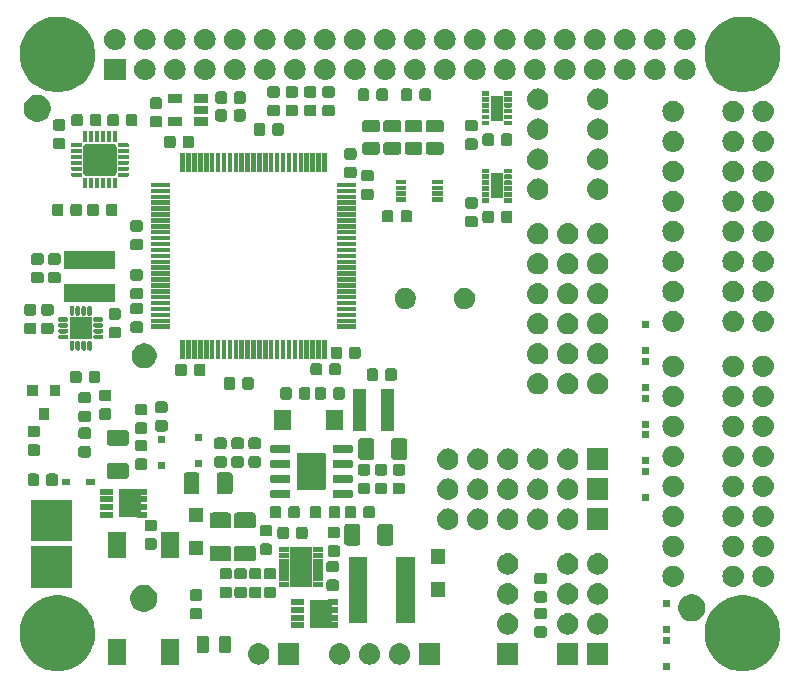
<source format=gts>
%TF.GenerationSoftware,KiCad,Pcbnew,5.1.2-f72e74a~84~ubuntu16.04.1*%
%TF.CreationDate,2019-05-14T14:25:49+02:00*%
%TF.ProjectId,Hedgehog,48656467-6568-46f6-972e-6b696361645f,1.0*%
%TF.SameCoordinates,PX7270e00PY47868c0*%
%TF.FileFunction,Soldermask,Top*%
%TF.FilePolarity,Negative*%
%FSLAX46Y46*%
G04 Gerber Fmt 4.6, Leading zero omitted, Abs format (unit mm)*
G04 Created by KiCad (PCBNEW 5.1.2-f72e74a~84~ubuntu16.04.1) date 2019-05-14 14:25:49*
%MOMM*%
%LPD*%
G04 APERTURE LIST*
%TA.AperFunction,NonConductor*%
%ADD10C,0.100000*%
%TD*%
G04 APERTURE END LIST*
D10*
G36*
X62048590Y-49346430D02*
G01*
X62433406Y-49422975D01*
X62859645Y-49599529D01*
X63015768Y-49664197D01*
X63539881Y-50014398D01*
X63985602Y-50460119D01*
X64207773Y-50792622D01*
X64335803Y-50984232D01*
X64577025Y-51566594D01*
X64633398Y-51850000D01*
X64700000Y-52184828D01*
X64700000Y-52815172D01*
X64669451Y-52968750D01*
X64577025Y-53433406D01*
X64550245Y-53498058D01*
X64335803Y-54015768D01*
X63985602Y-54539881D01*
X63539881Y-54985602D01*
X63015768Y-55335803D01*
X62433406Y-55577025D01*
X62317903Y-55600000D01*
X61815172Y-55700000D01*
X61184828Y-55700000D01*
X60682097Y-55600000D01*
X60566594Y-55577025D01*
X59984232Y-55335803D01*
X59460119Y-54985602D01*
X59014398Y-54539881D01*
X58664197Y-54015768D01*
X58449755Y-53498058D01*
X58422975Y-53433406D01*
X58330549Y-52968750D01*
X58300000Y-52815172D01*
X58300000Y-52184828D01*
X58366602Y-51850000D01*
X58422975Y-51566594D01*
X58664197Y-50984232D01*
X58792227Y-50792622D01*
X59014398Y-50460119D01*
X59460119Y-50014398D01*
X59984232Y-49664197D01*
X60140355Y-49599529D01*
X60566594Y-49422975D01*
X60951410Y-49346430D01*
X61184828Y-49300000D01*
X61815172Y-49300000D01*
X62048590Y-49346430D01*
X62048590Y-49346430D01*
G37*
G36*
X4048590Y-49346430D02*
G01*
X4433406Y-49422975D01*
X4859645Y-49599529D01*
X5015768Y-49664197D01*
X5539881Y-50014398D01*
X5985602Y-50460119D01*
X6207773Y-50792622D01*
X6335803Y-50984232D01*
X6577025Y-51566594D01*
X6633398Y-51850000D01*
X6700000Y-52184828D01*
X6700000Y-52815172D01*
X6669451Y-52968750D01*
X6577025Y-53433406D01*
X6550245Y-53498058D01*
X6335803Y-54015768D01*
X5985602Y-54539881D01*
X5539881Y-54985602D01*
X5015768Y-55335803D01*
X4433406Y-55577025D01*
X4317903Y-55600000D01*
X3815172Y-55700000D01*
X3184828Y-55700000D01*
X2682097Y-55600000D01*
X2566594Y-55577025D01*
X1984232Y-55335803D01*
X1460119Y-54985602D01*
X1014398Y-54539881D01*
X664197Y-54015768D01*
X449755Y-53498058D01*
X422975Y-53433406D01*
X330549Y-52968750D01*
X300000Y-52815172D01*
X300000Y-52184828D01*
X366602Y-51850000D01*
X422975Y-51566594D01*
X664197Y-50984232D01*
X792227Y-50792622D01*
X1014398Y-50460119D01*
X1460119Y-50014398D01*
X1984232Y-49664197D01*
X2140355Y-49599529D01*
X2566594Y-49422975D01*
X2951410Y-49346430D01*
X3184828Y-49300000D01*
X3815172Y-49300000D01*
X4048590Y-49346430D01*
X4048590Y-49346430D01*
G37*
G36*
X55350000Y-55600000D02*
G01*
X54750000Y-55600000D01*
X54750000Y-55000000D01*
X55350000Y-55000000D01*
X55350000Y-55600000D01*
X55350000Y-55600000D01*
G37*
G36*
X9300000Y-55200000D02*
G01*
X7800000Y-55200000D01*
X7800000Y-53000000D01*
X9300000Y-53000000D01*
X9300000Y-55200000D01*
X9300000Y-55200000D01*
G37*
G36*
X13800000Y-55200000D02*
G01*
X12300000Y-55200000D01*
X12300000Y-53000000D01*
X13800000Y-53000000D01*
X13800000Y-55200000D01*
X13800000Y-55200000D01*
G37*
G36*
X50150000Y-55150000D02*
G01*
X48350000Y-55150000D01*
X48350000Y-53350000D01*
X50150000Y-53350000D01*
X50150000Y-55150000D01*
X50150000Y-55150000D01*
G37*
G36*
X35900000Y-55150000D02*
G01*
X34100000Y-55150000D01*
X34100000Y-53350000D01*
X35900000Y-53350000D01*
X35900000Y-55150000D01*
X35900000Y-55150000D01*
G37*
G36*
X32636431Y-53363023D02*
G01*
X32758327Y-53400000D01*
X32806085Y-53414487D01*
X32917046Y-53473798D01*
X32962432Y-53498057D01*
X32962434Y-53498058D01*
X32962433Y-53498058D01*
X33099475Y-53610525D01*
X33211942Y-53747567D01*
X33295513Y-53903915D01*
X33295514Y-53903919D01*
X33346977Y-54073569D01*
X33364354Y-54250000D01*
X33346977Y-54426431D01*
X33312562Y-54539881D01*
X33295513Y-54596085D01*
X33236202Y-54707046D01*
X33211943Y-54752432D01*
X33099475Y-54889475D01*
X32962432Y-55001943D01*
X32917046Y-55026202D01*
X32806085Y-55085513D01*
X32782216Y-55092753D01*
X32636431Y-55136977D01*
X32504207Y-55150000D01*
X32415793Y-55150000D01*
X32283569Y-55136977D01*
X32137784Y-55092753D01*
X32113915Y-55085513D01*
X32002954Y-55026202D01*
X31957568Y-55001943D01*
X31820525Y-54889475D01*
X31708057Y-54752432D01*
X31683798Y-54707046D01*
X31624487Y-54596085D01*
X31607438Y-54539881D01*
X31573023Y-54426431D01*
X31555646Y-54250000D01*
X31573023Y-54073569D01*
X31624486Y-53903919D01*
X31624487Y-53903915D01*
X31708058Y-53747567D01*
X31820525Y-53610525D01*
X31957567Y-53498058D01*
X31957566Y-53498058D01*
X31957568Y-53498057D01*
X32002954Y-53473798D01*
X32113915Y-53414487D01*
X32161673Y-53400000D01*
X32283569Y-53363023D01*
X32415793Y-53350000D01*
X32504207Y-53350000D01*
X32636431Y-53363023D01*
X32636431Y-53363023D01*
G37*
G36*
X30096431Y-53363023D02*
G01*
X30218327Y-53400000D01*
X30266085Y-53414487D01*
X30377046Y-53473798D01*
X30422432Y-53498057D01*
X30422434Y-53498058D01*
X30422433Y-53498058D01*
X30559475Y-53610525D01*
X30671942Y-53747567D01*
X30755513Y-53903915D01*
X30755514Y-53903919D01*
X30806977Y-54073569D01*
X30824354Y-54250000D01*
X30806977Y-54426431D01*
X30772562Y-54539881D01*
X30755513Y-54596085D01*
X30696202Y-54707046D01*
X30671943Y-54752432D01*
X30559475Y-54889475D01*
X30422432Y-55001943D01*
X30377046Y-55026202D01*
X30266085Y-55085513D01*
X30242216Y-55092753D01*
X30096431Y-55136977D01*
X29964207Y-55150000D01*
X29875793Y-55150000D01*
X29743569Y-55136977D01*
X29597784Y-55092753D01*
X29573915Y-55085513D01*
X29462954Y-55026202D01*
X29417568Y-55001943D01*
X29280525Y-54889475D01*
X29168057Y-54752432D01*
X29143798Y-54707046D01*
X29084487Y-54596085D01*
X29067438Y-54539881D01*
X29033023Y-54426431D01*
X29015646Y-54250000D01*
X29033023Y-54073569D01*
X29084486Y-53903919D01*
X29084487Y-53903915D01*
X29168058Y-53747567D01*
X29280525Y-53610525D01*
X29417567Y-53498058D01*
X29417566Y-53498058D01*
X29417568Y-53498057D01*
X29462954Y-53473798D01*
X29573915Y-53414487D01*
X29621673Y-53400000D01*
X29743569Y-53363023D01*
X29875793Y-53350000D01*
X29964207Y-53350000D01*
X30096431Y-53363023D01*
X30096431Y-53363023D01*
G37*
G36*
X27556431Y-53363023D02*
G01*
X27678327Y-53400000D01*
X27726085Y-53414487D01*
X27837046Y-53473798D01*
X27882432Y-53498057D01*
X27882434Y-53498058D01*
X27882433Y-53498058D01*
X28019475Y-53610525D01*
X28131942Y-53747567D01*
X28215513Y-53903915D01*
X28215514Y-53903919D01*
X28266977Y-54073569D01*
X28284354Y-54250000D01*
X28266977Y-54426431D01*
X28232562Y-54539881D01*
X28215513Y-54596085D01*
X28156202Y-54707046D01*
X28131943Y-54752432D01*
X28019475Y-54889475D01*
X27882432Y-55001943D01*
X27837046Y-55026202D01*
X27726085Y-55085513D01*
X27702216Y-55092753D01*
X27556431Y-55136977D01*
X27424207Y-55150000D01*
X27335793Y-55150000D01*
X27203569Y-55136977D01*
X27057784Y-55092753D01*
X27033915Y-55085513D01*
X26922954Y-55026202D01*
X26877568Y-55001943D01*
X26740525Y-54889475D01*
X26628057Y-54752432D01*
X26603798Y-54707046D01*
X26544487Y-54596085D01*
X26527438Y-54539881D01*
X26493023Y-54426431D01*
X26475646Y-54250000D01*
X26493023Y-54073569D01*
X26544486Y-53903919D01*
X26544487Y-53903915D01*
X26628058Y-53747567D01*
X26740525Y-53610525D01*
X26877567Y-53498058D01*
X26877566Y-53498058D01*
X26877568Y-53498057D01*
X26922954Y-53473798D01*
X27033915Y-53414487D01*
X27081673Y-53400000D01*
X27203569Y-53363023D01*
X27335793Y-53350000D01*
X27424207Y-53350000D01*
X27556431Y-53363023D01*
X27556431Y-53363023D01*
G37*
G36*
X42530000Y-55150000D02*
G01*
X40730000Y-55150000D01*
X40730000Y-53350000D01*
X42530000Y-53350000D01*
X42530000Y-55150000D01*
X42530000Y-55150000D01*
G37*
G36*
X23990000Y-55150000D02*
G01*
X22190000Y-55150000D01*
X22190000Y-53350000D01*
X23990000Y-53350000D01*
X23990000Y-55150000D01*
X23990000Y-55150000D01*
G37*
G36*
X20726431Y-53363023D02*
G01*
X20848327Y-53400000D01*
X20896085Y-53414487D01*
X21007046Y-53473798D01*
X21052432Y-53498057D01*
X21052434Y-53498058D01*
X21052433Y-53498058D01*
X21189475Y-53610525D01*
X21301942Y-53747567D01*
X21385513Y-53903915D01*
X21385514Y-53903919D01*
X21436977Y-54073569D01*
X21454354Y-54250000D01*
X21436977Y-54426431D01*
X21402562Y-54539881D01*
X21385513Y-54596085D01*
X21326202Y-54707046D01*
X21301943Y-54752432D01*
X21189475Y-54889475D01*
X21052432Y-55001943D01*
X21007046Y-55026202D01*
X20896085Y-55085513D01*
X20872216Y-55092753D01*
X20726431Y-55136977D01*
X20594207Y-55150000D01*
X20505793Y-55150000D01*
X20373569Y-55136977D01*
X20227784Y-55092753D01*
X20203915Y-55085513D01*
X20092954Y-55026202D01*
X20047568Y-55001943D01*
X19910525Y-54889475D01*
X19798057Y-54752432D01*
X19773798Y-54707046D01*
X19714487Y-54596085D01*
X19697438Y-54539881D01*
X19663023Y-54426431D01*
X19645646Y-54250000D01*
X19663023Y-54073569D01*
X19714486Y-53903919D01*
X19714487Y-53903915D01*
X19798058Y-53747567D01*
X19910525Y-53610525D01*
X20047567Y-53498058D01*
X20047566Y-53498058D01*
X20047568Y-53498057D01*
X20092954Y-53473798D01*
X20203915Y-53414487D01*
X20251673Y-53400000D01*
X20373569Y-53363023D01*
X20505793Y-53350000D01*
X20594207Y-53350000D01*
X20726431Y-53363023D01*
X20726431Y-53363023D01*
G37*
G36*
X47610000Y-55150000D02*
G01*
X45810000Y-55150000D01*
X45810000Y-53350000D01*
X47610000Y-53350000D01*
X47610000Y-55150000D01*
X47610000Y-55150000D01*
G37*
G36*
X16143722Y-52705043D02*
G01*
X16191766Y-52719617D01*
X16236049Y-52743287D01*
X16274861Y-52775139D01*
X16306713Y-52813951D01*
X16330383Y-52858234D01*
X16344957Y-52906278D01*
X16350000Y-52957482D01*
X16350000Y-53942518D01*
X16344957Y-53993722D01*
X16330383Y-54041766D01*
X16306713Y-54086049D01*
X16274861Y-54124861D01*
X16236049Y-54156713D01*
X16191766Y-54180383D01*
X16143722Y-54194957D01*
X16092518Y-54200000D01*
X15532482Y-54200000D01*
X15481278Y-54194957D01*
X15433234Y-54180383D01*
X15388951Y-54156713D01*
X15350139Y-54124861D01*
X15318287Y-54086049D01*
X15294617Y-54041766D01*
X15280043Y-53993722D01*
X15275000Y-53942518D01*
X15275000Y-52957482D01*
X15280043Y-52906278D01*
X15294617Y-52858234D01*
X15318287Y-52813951D01*
X15350139Y-52775139D01*
X15388951Y-52743287D01*
X15433234Y-52719617D01*
X15481278Y-52705043D01*
X15532482Y-52700000D01*
X16092518Y-52700000D01*
X16143722Y-52705043D01*
X16143722Y-52705043D01*
G37*
G36*
X18018722Y-52705043D02*
G01*
X18066766Y-52719617D01*
X18111049Y-52743287D01*
X18149861Y-52775139D01*
X18181713Y-52813951D01*
X18205383Y-52858234D01*
X18219957Y-52906278D01*
X18225000Y-52957482D01*
X18225000Y-53942518D01*
X18219957Y-53993722D01*
X18205383Y-54041766D01*
X18181713Y-54086049D01*
X18149861Y-54124861D01*
X18111049Y-54156713D01*
X18066766Y-54180383D01*
X18018722Y-54194957D01*
X17967518Y-54200000D01*
X17407482Y-54200000D01*
X17356278Y-54194957D01*
X17308234Y-54180383D01*
X17263951Y-54156713D01*
X17225139Y-54124861D01*
X17193287Y-54086049D01*
X17169617Y-54041766D01*
X17155043Y-53993722D01*
X17150000Y-53942518D01*
X17150000Y-52957482D01*
X17155043Y-52906278D01*
X17169617Y-52858234D01*
X17193287Y-52813951D01*
X17225139Y-52775139D01*
X17263951Y-52743287D01*
X17308234Y-52719617D01*
X17356278Y-52705043D01*
X17407482Y-52700000D01*
X17967518Y-52700000D01*
X18018722Y-52705043D01*
X18018722Y-52705043D01*
G37*
G36*
X55350000Y-53400000D02*
G01*
X54750000Y-53400000D01*
X54750000Y-52800000D01*
X55350000Y-52800000D01*
X55350000Y-53400000D01*
X55350000Y-53400000D01*
G37*
G36*
X44738840Y-51904563D02*
G01*
X44782203Y-51917716D01*
X44822159Y-51939074D01*
X44857183Y-51967817D01*
X44885926Y-52002841D01*
X44907284Y-52042797D01*
X44920437Y-52086160D01*
X44925000Y-52132482D01*
X44925000Y-52642518D01*
X44920437Y-52688840D01*
X44907284Y-52732203D01*
X44885926Y-52772159D01*
X44857183Y-52807183D01*
X44822159Y-52835926D01*
X44782203Y-52857284D01*
X44738840Y-52870437D01*
X44692518Y-52875000D01*
X44107482Y-52875000D01*
X44061160Y-52870437D01*
X44017797Y-52857284D01*
X43977841Y-52835926D01*
X43942817Y-52807183D01*
X43914074Y-52772159D01*
X43892716Y-52732203D01*
X43879563Y-52688840D01*
X43875000Y-52642518D01*
X43875000Y-52132482D01*
X43879563Y-52086160D01*
X43892716Y-52042797D01*
X43914074Y-52002841D01*
X43942817Y-51967817D01*
X43977841Y-51939074D01*
X44017797Y-51917716D01*
X44061160Y-51904563D01*
X44107482Y-51900000D01*
X44692518Y-51900000D01*
X44738840Y-51904563D01*
X44738840Y-51904563D01*
G37*
G36*
X49426431Y-50823023D02*
G01*
X49572216Y-50867247D01*
X49596085Y-50874487D01*
X49694366Y-50927020D01*
X49752432Y-50958057D01*
X49889475Y-51070525D01*
X50001943Y-51207568D01*
X50015100Y-51232183D01*
X50085513Y-51363915D01*
X50092753Y-51387784D01*
X50136977Y-51533569D01*
X50154354Y-51710000D01*
X50136977Y-51886431D01*
X50095701Y-52022500D01*
X50085513Y-52056085D01*
X50069437Y-52086160D01*
X50001943Y-52212432D01*
X49889475Y-52349475D01*
X49752432Y-52461943D01*
X49707046Y-52486202D01*
X49596085Y-52545513D01*
X49572216Y-52552753D01*
X49426431Y-52596977D01*
X49294207Y-52610000D01*
X49205793Y-52610000D01*
X49073569Y-52596977D01*
X48927784Y-52552753D01*
X48903915Y-52545513D01*
X48792954Y-52486202D01*
X48747568Y-52461943D01*
X48610525Y-52349475D01*
X48498057Y-52212432D01*
X48430563Y-52086160D01*
X48414487Y-52056085D01*
X48404299Y-52022500D01*
X48363023Y-51886431D01*
X48345646Y-51710000D01*
X48363023Y-51533569D01*
X48407247Y-51387784D01*
X48414487Y-51363915D01*
X48484900Y-51232183D01*
X48498057Y-51207568D01*
X48610525Y-51070525D01*
X48747568Y-50958057D01*
X48805634Y-50927020D01*
X48903915Y-50874487D01*
X48927784Y-50867247D01*
X49073569Y-50823023D01*
X49205793Y-50810000D01*
X49294207Y-50810000D01*
X49426431Y-50823023D01*
X49426431Y-50823023D01*
G37*
G36*
X41806431Y-50823023D02*
G01*
X41952216Y-50867247D01*
X41976085Y-50874487D01*
X42074366Y-50927020D01*
X42132432Y-50958057D01*
X42269475Y-51070525D01*
X42381943Y-51207568D01*
X42395100Y-51232183D01*
X42465513Y-51363915D01*
X42472753Y-51387784D01*
X42516977Y-51533569D01*
X42534354Y-51710000D01*
X42516977Y-51886431D01*
X42475701Y-52022500D01*
X42465513Y-52056085D01*
X42449437Y-52086160D01*
X42381943Y-52212432D01*
X42269475Y-52349475D01*
X42132432Y-52461943D01*
X42087046Y-52486202D01*
X41976085Y-52545513D01*
X41952216Y-52552753D01*
X41806431Y-52596977D01*
X41674207Y-52610000D01*
X41585793Y-52610000D01*
X41453569Y-52596977D01*
X41307784Y-52552753D01*
X41283915Y-52545513D01*
X41172954Y-52486202D01*
X41127568Y-52461943D01*
X40990525Y-52349475D01*
X40878057Y-52212432D01*
X40810563Y-52086160D01*
X40794487Y-52056085D01*
X40784299Y-52022500D01*
X40743023Y-51886431D01*
X40725646Y-51710000D01*
X40743023Y-51533569D01*
X40787247Y-51387784D01*
X40794487Y-51363915D01*
X40864900Y-51232183D01*
X40878057Y-51207568D01*
X40990525Y-51070525D01*
X41127568Y-50958057D01*
X41185634Y-50927020D01*
X41283915Y-50874487D01*
X41307784Y-50867247D01*
X41453569Y-50823023D01*
X41585793Y-50810000D01*
X41674207Y-50810000D01*
X41806431Y-50823023D01*
X41806431Y-50823023D01*
G37*
G36*
X46886431Y-50823023D02*
G01*
X47032216Y-50867247D01*
X47056085Y-50874487D01*
X47154366Y-50927020D01*
X47212432Y-50958057D01*
X47349475Y-51070525D01*
X47461943Y-51207568D01*
X47475100Y-51232183D01*
X47545513Y-51363915D01*
X47552753Y-51387784D01*
X47596977Y-51533569D01*
X47614354Y-51710000D01*
X47596977Y-51886431D01*
X47555701Y-52022500D01*
X47545513Y-52056085D01*
X47529437Y-52086160D01*
X47461943Y-52212432D01*
X47349475Y-52349475D01*
X47212432Y-52461943D01*
X47167046Y-52486202D01*
X47056085Y-52545513D01*
X47032216Y-52552753D01*
X46886431Y-52596977D01*
X46754207Y-52610000D01*
X46665793Y-52610000D01*
X46533569Y-52596977D01*
X46387784Y-52552753D01*
X46363915Y-52545513D01*
X46252954Y-52486202D01*
X46207568Y-52461943D01*
X46070525Y-52349475D01*
X45958057Y-52212432D01*
X45890563Y-52086160D01*
X45874487Y-52056085D01*
X45864299Y-52022500D01*
X45823023Y-51886431D01*
X45805646Y-51710000D01*
X45823023Y-51533569D01*
X45867247Y-51387784D01*
X45874487Y-51363915D01*
X45944900Y-51232183D01*
X45958057Y-51207568D01*
X46070525Y-51070525D01*
X46207568Y-50958057D01*
X46265634Y-50927020D01*
X46363915Y-50874487D01*
X46387784Y-50867247D01*
X46533569Y-50823023D01*
X46665793Y-50810000D01*
X46754207Y-50810000D01*
X46886431Y-50823023D01*
X46886431Y-50823023D01*
G37*
G36*
X55350000Y-52450000D02*
G01*
X54750000Y-52450000D01*
X54750000Y-51850000D01*
X55350000Y-51850000D01*
X55350000Y-52450000D01*
X55350000Y-52450000D01*
G37*
G36*
X24365000Y-52092500D02*
G01*
X23275000Y-52092500D01*
X23275000Y-51587500D01*
X24365000Y-51587500D01*
X24365000Y-52092500D01*
X24365000Y-52092500D01*
G37*
G36*
X27235000Y-50112500D02*
G01*
X26749999Y-50112500D01*
X26745122Y-50112980D01*
X26740432Y-50114403D01*
X26736110Y-50116713D01*
X26732322Y-50119822D01*
X26729213Y-50123610D01*
X26726903Y-50127932D01*
X26725480Y-50132622D01*
X26725000Y-50137499D01*
X26725000Y-50242501D01*
X26725480Y-50247378D01*
X26726903Y-50252068D01*
X26729213Y-50256390D01*
X26732322Y-50260178D01*
X26736110Y-50263287D01*
X26740432Y-50265597D01*
X26745122Y-50267020D01*
X26749999Y-50267500D01*
X27235000Y-50267500D01*
X27235000Y-50772500D01*
X26749999Y-50772500D01*
X26745122Y-50772980D01*
X26740432Y-50774403D01*
X26736110Y-50776713D01*
X26732322Y-50779822D01*
X26729213Y-50783610D01*
X26726903Y-50787932D01*
X26725480Y-50792622D01*
X26725000Y-50797499D01*
X26725000Y-50902501D01*
X26725480Y-50907378D01*
X26726903Y-50912068D01*
X26729213Y-50916390D01*
X26732322Y-50920178D01*
X26736110Y-50923287D01*
X26740432Y-50925597D01*
X26745122Y-50927020D01*
X26749999Y-50927500D01*
X27235000Y-50927500D01*
X27235000Y-51432500D01*
X26749999Y-51432500D01*
X26745122Y-51432980D01*
X26740432Y-51434403D01*
X26736110Y-51436713D01*
X26732322Y-51439822D01*
X26729213Y-51443610D01*
X26726903Y-51447932D01*
X26725480Y-51452622D01*
X26725000Y-51457499D01*
X26725000Y-51562501D01*
X26725480Y-51567378D01*
X26726903Y-51572068D01*
X26729213Y-51576390D01*
X26732322Y-51580178D01*
X26736110Y-51583287D01*
X26740432Y-51585597D01*
X26745122Y-51587020D01*
X26749999Y-51587500D01*
X27235000Y-51587500D01*
X27235000Y-52092500D01*
X26375000Y-52092500D01*
X26375000Y-52047499D01*
X26374520Y-52042622D01*
X26373097Y-52037932D01*
X26370787Y-52033610D01*
X26367678Y-52029822D01*
X26363890Y-52026713D01*
X26359568Y-52024403D01*
X26354878Y-52022980D01*
X26350001Y-52022500D01*
X24900000Y-52022500D01*
X24900000Y-49677500D01*
X26350001Y-49677500D01*
X26354878Y-49677020D01*
X26359568Y-49675597D01*
X26363890Y-49673287D01*
X26367678Y-49670178D01*
X26370787Y-49666390D01*
X26373097Y-49662068D01*
X26374520Y-49657378D01*
X26375000Y-49652501D01*
X26375000Y-49607500D01*
X27235000Y-49607500D01*
X27235000Y-50112500D01*
X27235000Y-50112500D01*
G37*
G36*
X33735000Y-51650000D02*
G01*
X32205000Y-51650000D01*
X32205000Y-46050000D01*
X33735000Y-46050000D01*
X33735000Y-51650000D01*
X33735000Y-51650000D01*
G37*
G36*
X29695000Y-51650000D02*
G01*
X28165000Y-51650000D01*
X28165000Y-46050000D01*
X29695000Y-46050000D01*
X29695000Y-51650000D01*
X29695000Y-51650000D01*
G37*
G36*
X57535443Y-49244194D02*
G01*
X57744729Y-49330884D01*
X57933082Y-49456737D01*
X58093263Y-49616918D01*
X58219116Y-49805271D01*
X58305806Y-50014557D01*
X58350000Y-50236735D01*
X58350000Y-50463265D01*
X58305806Y-50685443D01*
X58219116Y-50894729D01*
X58093263Y-51083082D01*
X57933082Y-51243263D01*
X57744729Y-51369116D01*
X57535443Y-51455806D01*
X57313265Y-51500000D01*
X57086735Y-51500000D01*
X56864557Y-51455806D01*
X56655271Y-51369116D01*
X56466918Y-51243263D01*
X56306737Y-51083082D01*
X56180884Y-50894729D01*
X56094194Y-50685443D01*
X56050000Y-50463265D01*
X56050000Y-50236735D01*
X56094194Y-50014557D01*
X56180884Y-49805271D01*
X56306737Y-49616918D01*
X56466918Y-49456737D01*
X56655271Y-49330884D01*
X56864557Y-49244194D01*
X57086735Y-49200000D01*
X57313265Y-49200000D01*
X57535443Y-49244194D01*
X57535443Y-49244194D01*
G37*
G36*
X24365000Y-51432500D02*
G01*
X23275000Y-51432500D01*
X23275000Y-50927500D01*
X24365000Y-50927500D01*
X24365000Y-51432500D01*
X24365000Y-51432500D01*
G37*
G36*
X15588840Y-50354563D02*
G01*
X15632203Y-50367716D01*
X15672159Y-50389074D01*
X15707183Y-50417817D01*
X15735926Y-50452841D01*
X15757284Y-50492797D01*
X15770437Y-50536160D01*
X15775000Y-50582482D01*
X15775000Y-51092518D01*
X15770437Y-51138840D01*
X15757284Y-51182203D01*
X15735926Y-51222159D01*
X15707183Y-51257183D01*
X15672159Y-51285926D01*
X15632203Y-51307284D01*
X15588840Y-51320437D01*
X15542518Y-51325000D01*
X14957482Y-51325000D01*
X14911160Y-51320437D01*
X14867797Y-51307284D01*
X14827841Y-51285926D01*
X14792817Y-51257183D01*
X14764074Y-51222159D01*
X14742716Y-51182203D01*
X14729563Y-51138840D01*
X14725000Y-51092518D01*
X14725000Y-50582482D01*
X14729563Y-50536160D01*
X14742716Y-50492797D01*
X14764074Y-50452841D01*
X14792817Y-50417817D01*
X14827841Y-50389074D01*
X14867797Y-50367716D01*
X14911160Y-50354563D01*
X14957482Y-50350000D01*
X15542518Y-50350000D01*
X15588840Y-50354563D01*
X15588840Y-50354563D01*
G37*
G36*
X44738840Y-50329563D02*
G01*
X44782203Y-50342716D01*
X44822159Y-50364074D01*
X44857183Y-50392817D01*
X44885926Y-50427841D01*
X44907284Y-50467797D01*
X44920437Y-50511160D01*
X44925000Y-50557482D01*
X44925000Y-51067518D01*
X44920437Y-51113840D01*
X44907284Y-51157203D01*
X44885926Y-51197159D01*
X44857183Y-51232183D01*
X44822159Y-51260926D01*
X44782203Y-51282284D01*
X44738840Y-51295437D01*
X44692518Y-51300000D01*
X44107482Y-51300000D01*
X44061160Y-51295437D01*
X44017797Y-51282284D01*
X43977841Y-51260926D01*
X43942817Y-51232183D01*
X43914074Y-51197159D01*
X43892716Y-51157203D01*
X43879563Y-51113840D01*
X43875000Y-51067518D01*
X43875000Y-50557482D01*
X43879563Y-50511160D01*
X43892716Y-50467797D01*
X43914074Y-50427841D01*
X43942817Y-50392817D01*
X43977841Y-50364074D01*
X44017797Y-50342716D01*
X44061160Y-50329563D01*
X44107482Y-50325000D01*
X44692518Y-50325000D01*
X44738840Y-50329563D01*
X44738840Y-50329563D01*
G37*
G36*
X24365000Y-50772500D02*
G01*
X23275000Y-50772500D01*
X23275000Y-50267500D01*
X24365000Y-50267500D01*
X24365000Y-50772500D01*
X24365000Y-50772500D01*
G37*
G36*
X11135443Y-48444194D02*
G01*
X11344729Y-48530884D01*
X11533082Y-48656737D01*
X11693263Y-48816918D01*
X11819116Y-49005271D01*
X11905806Y-49214557D01*
X11950000Y-49436735D01*
X11950000Y-49663265D01*
X11905806Y-49885443D01*
X11819116Y-50094729D01*
X11693263Y-50283082D01*
X11533082Y-50443263D01*
X11344729Y-50569116D01*
X11135443Y-50655806D01*
X10913265Y-50700000D01*
X10686735Y-50700000D01*
X10464557Y-50655806D01*
X10255271Y-50569116D01*
X10066918Y-50443263D01*
X9906737Y-50283082D01*
X9780884Y-50094729D01*
X9694194Y-49885443D01*
X9650000Y-49663265D01*
X9650000Y-49436735D01*
X9694194Y-49214557D01*
X9780884Y-49005271D01*
X9906737Y-48816918D01*
X10066918Y-48656737D01*
X10255271Y-48530884D01*
X10464557Y-48444194D01*
X10686735Y-48400000D01*
X10913265Y-48400000D01*
X11135443Y-48444194D01*
X11135443Y-48444194D01*
G37*
G36*
X55350000Y-50250000D02*
G01*
X54750000Y-50250000D01*
X54750000Y-49650000D01*
X55350000Y-49650000D01*
X55350000Y-50250000D01*
X55350000Y-50250000D01*
G37*
G36*
X24365000Y-50112500D02*
G01*
X23275000Y-50112500D01*
X23275000Y-49607500D01*
X24365000Y-49607500D01*
X24365000Y-50112500D01*
X24365000Y-50112500D01*
G37*
G36*
X49426431Y-48283023D02*
G01*
X49572216Y-48327247D01*
X49596085Y-48334487D01*
X49707046Y-48393798D01*
X49752432Y-48418057D01*
X49889475Y-48530525D01*
X49994362Y-48658330D01*
X50001942Y-48667567D01*
X50085513Y-48823915D01*
X50085514Y-48823919D01*
X50136977Y-48993569D01*
X50154354Y-49170000D01*
X50136977Y-49346431D01*
X50095270Y-49483921D01*
X50085513Y-49516085D01*
X50036650Y-49607500D01*
X50001943Y-49672432D01*
X49889475Y-49809475D01*
X49752432Y-49921943D01*
X49707046Y-49946202D01*
X49596085Y-50005513D01*
X49572216Y-50012753D01*
X49426431Y-50056977D01*
X49294207Y-50070000D01*
X49205793Y-50070000D01*
X49073569Y-50056977D01*
X48927784Y-50012753D01*
X48903915Y-50005513D01*
X48792954Y-49946202D01*
X48747568Y-49921943D01*
X48610525Y-49809475D01*
X48498057Y-49672432D01*
X48463350Y-49607500D01*
X48414487Y-49516085D01*
X48404730Y-49483921D01*
X48363023Y-49346431D01*
X48345646Y-49170000D01*
X48363023Y-48993569D01*
X48414486Y-48823919D01*
X48414487Y-48823915D01*
X48498058Y-48667567D01*
X48505639Y-48658330D01*
X48610525Y-48530525D01*
X48747568Y-48418057D01*
X48792954Y-48393798D01*
X48903915Y-48334487D01*
X48927784Y-48327247D01*
X49073569Y-48283023D01*
X49205793Y-48270000D01*
X49294207Y-48270000D01*
X49426431Y-48283023D01*
X49426431Y-48283023D01*
G37*
G36*
X46886431Y-48283023D02*
G01*
X47032216Y-48327247D01*
X47056085Y-48334487D01*
X47167046Y-48393798D01*
X47212432Y-48418057D01*
X47349475Y-48530525D01*
X47454362Y-48658330D01*
X47461942Y-48667567D01*
X47545513Y-48823915D01*
X47545514Y-48823919D01*
X47596977Y-48993569D01*
X47614354Y-49170000D01*
X47596977Y-49346431D01*
X47555270Y-49483921D01*
X47545513Y-49516085D01*
X47496650Y-49607500D01*
X47461943Y-49672432D01*
X47349475Y-49809475D01*
X47212432Y-49921943D01*
X47167046Y-49946202D01*
X47056085Y-50005513D01*
X47032216Y-50012753D01*
X46886431Y-50056977D01*
X46754207Y-50070000D01*
X46665793Y-50070000D01*
X46533569Y-50056977D01*
X46387784Y-50012753D01*
X46363915Y-50005513D01*
X46252954Y-49946202D01*
X46207568Y-49921943D01*
X46070525Y-49809475D01*
X45958057Y-49672432D01*
X45923350Y-49607500D01*
X45874487Y-49516085D01*
X45864730Y-49483921D01*
X45823023Y-49346431D01*
X45805646Y-49170000D01*
X45823023Y-48993569D01*
X45874486Y-48823919D01*
X45874487Y-48823915D01*
X45958058Y-48667567D01*
X45965639Y-48658330D01*
X46070525Y-48530525D01*
X46207568Y-48418057D01*
X46252954Y-48393798D01*
X46363915Y-48334487D01*
X46387784Y-48327247D01*
X46533569Y-48283023D01*
X46665793Y-48270000D01*
X46754207Y-48270000D01*
X46886431Y-48283023D01*
X46886431Y-48283023D01*
G37*
G36*
X41806431Y-48283023D02*
G01*
X41952216Y-48327247D01*
X41976085Y-48334487D01*
X42087046Y-48393798D01*
X42132432Y-48418057D01*
X42269475Y-48530525D01*
X42374362Y-48658330D01*
X42381942Y-48667567D01*
X42465513Y-48823915D01*
X42465514Y-48823919D01*
X42516977Y-48993569D01*
X42534354Y-49170000D01*
X42516977Y-49346431D01*
X42475270Y-49483921D01*
X42465513Y-49516085D01*
X42416650Y-49607500D01*
X42381943Y-49672432D01*
X42269475Y-49809475D01*
X42132432Y-49921943D01*
X42087046Y-49946202D01*
X41976085Y-50005513D01*
X41952216Y-50012753D01*
X41806431Y-50056977D01*
X41674207Y-50070000D01*
X41585793Y-50070000D01*
X41453569Y-50056977D01*
X41307784Y-50012753D01*
X41283915Y-50005513D01*
X41172954Y-49946202D01*
X41127568Y-49921943D01*
X40990525Y-49809475D01*
X40878057Y-49672432D01*
X40843350Y-49607500D01*
X40794487Y-49516085D01*
X40784730Y-49483921D01*
X40743023Y-49346431D01*
X40725646Y-49170000D01*
X40743023Y-48993569D01*
X40794486Y-48823919D01*
X40794487Y-48823915D01*
X40878058Y-48667567D01*
X40885639Y-48658330D01*
X40990525Y-48530525D01*
X41127568Y-48418057D01*
X41172954Y-48393798D01*
X41283915Y-48334487D01*
X41307784Y-48327247D01*
X41453569Y-48283023D01*
X41585793Y-48270000D01*
X41674207Y-48270000D01*
X41806431Y-48283023D01*
X41806431Y-48283023D01*
G37*
G36*
X44738840Y-48954563D02*
G01*
X44782203Y-48967716D01*
X44822159Y-48989074D01*
X44857183Y-49017817D01*
X44885926Y-49052841D01*
X44907284Y-49092797D01*
X44920437Y-49136160D01*
X44925000Y-49182482D01*
X44925000Y-49692518D01*
X44920437Y-49738840D01*
X44907284Y-49782203D01*
X44885926Y-49822159D01*
X44857183Y-49857183D01*
X44822159Y-49885926D01*
X44782203Y-49907284D01*
X44738840Y-49920437D01*
X44692518Y-49925000D01*
X44107482Y-49925000D01*
X44061160Y-49920437D01*
X44017797Y-49907284D01*
X43977841Y-49885926D01*
X43942817Y-49857183D01*
X43914074Y-49822159D01*
X43892716Y-49782203D01*
X43879563Y-49738840D01*
X43875000Y-49692518D01*
X43875000Y-49182482D01*
X43879563Y-49136160D01*
X43892716Y-49092797D01*
X43914074Y-49052841D01*
X43942817Y-49017817D01*
X43977841Y-48989074D01*
X44017797Y-48967716D01*
X44061160Y-48954563D01*
X44107482Y-48950000D01*
X44692518Y-48950000D01*
X44738840Y-48954563D01*
X44738840Y-48954563D01*
G37*
G36*
X15588840Y-48779563D02*
G01*
X15632203Y-48792716D01*
X15672159Y-48814074D01*
X15707183Y-48842817D01*
X15735926Y-48877841D01*
X15757284Y-48917797D01*
X15770437Y-48961160D01*
X15775000Y-49007482D01*
X15775000Y-49517518D01*
X15770437Y-49563840D01*
X15757284Y-49607203D01*
X15735926Y-49647159D01*
X15707183Y-49682183D01*
X15672159Y-49710926D01*
X15632203Y-49732284D01*
X15588840Y-49745437D01*
X15542518Y-49750000D01*
X14957482Y-49750000D01*
X14911160Y-49745437D01*
X14867797Y-49732284D01*
X14827841Y-49710926D01*
X14792817Y-49682183D01*
X14764074Y-49647159D01*
X14742716Y-49607203D01*
X14729563Y-49563840D01*
X14725000Y-49517518D01*
X14725000Y-49007482D01*
X14729563Y-48961160D01*
X14742716Y-48917797D01*
X14764074Y-48877841D01*
X14792817Y-48842817D01*
X14827841Y-48814074D01*
X14867797Y-48792716D01*
X14911160Y-48779563D01*
X14957482Y-48775000D01*
X15542518Y-48775000D01*
X15588840Y-48779563D01*
X15588840Y-48779563D01*
G37*
G36*
X19338840Y-48554563D02*
G01*
X19382203Y-48567716D01*
X19422159Y-48589074D01*
X19457183Y-48617817D01*
X19485926Y-48652841D01*
X19507284Y-48692797D01*
X19520437Y-48736160D01*
X19525000Y-48782482D01*
X19525000Y-49292518D01*
X19520437Y-49338840D01*
X19507284Y-49382203D01*
X19485926Y-49422159D01*
X19457183Y-49457183D01*
X19422159Y-49485926D01*
X19382203Y-49507284D01*
X19338840Y-49520437D01*
X19292518Y-49525000D01*
X18707482Y-49525000D01*
X18661160Y-49520437D01*
X18617797Y-49507284D01*
X18577841Y-49485926D01*
X18542817Y-49457183D01*
X18514074Y-49422159D01*
X18492716Y-49382203D01*
X18479563Y-49338840D01*
X18475000Y-49292518D01*
X18475000Y-48782482D01*
X18479563Y-48736160D01*
X18492716Y-48692797D01*
X18514074Y-48652841D01*
X18542817Y-48617817D01*
X18577841Y-48589074D01*
X18617797Y-48567716D01*
X18661160Y-48554563D01*
X18707482Y-48550000D01*
X19292518Y-48550000D01*
X19338840Y-48554563D01*
X19338840Y-48554563D01*
G37*
G36*
X18088840Y-48554563D02*
G01*
X18132203Y-48567716D01*
X18172159Y-48589074D01*
X18207183Y-48617817D01*
X18235926Y-48652841D01*
X18257284Y-48692797D01*
X18270437Y-48736160D01*
X18275000Y-48782482D01*
X18275000Y-49292518D01*
X18270437Y-49338840D01*
X18257284Y-49382203D01*
X18235926Y-49422159D01*
X18207183Y-49457183D01*
X18172159Y-49485926D01*
X18132203Y-49507284D01*
X18088840Y-49520437D01*
X18042518Y-49525000D01*
X17457482Y-49525000D01*
X17411160Y-49520437D01*
X17367797Y-49507284D01*
X17327841Y-49485926D01*
X17292817Y-49457183D01*
X17264074Y-49422159D01*
X17242716Y-49382203D01*
X17229563Y-49338840D01*
X17225000Y-49292518D01*
X17225000Y-48782482D01*
X17229563Y-48736160D01*
X17242716Y-48692797D01*
X17264074Y-48652841D01*
X17292817Y-48617817D01*
X17327841Y-48589074D01*
X17367797Y-48567716D01*
X17411160Y-48554563D01*
X17457482Y-48550000D01*
X18042518Y-48550000D01*
X18088840Y-48554563D01*
X18088840Y-48554563D01*
G37*
G36*
X21838840Y-48554563D02*
G01*
X21882203Y-48567716D01*
X21922159Y-48589074D01*
X21957183Y-48617817D01*
X21985926Y-48652841D01*
X22007284Y-48692797D01*
X22020437Y-48736160D01*
X22025000Y-48782482D01*
X22025000Y-49292518D01*
X22020437Y-49338840D01*
X22007284Y-49382203D01*
X21985926Y-49422159D01*
X21957183Y-49457183D01*
X21922159Y-49485926D01*
X21882203Y-49507284D01*
X21838840Y-49520437D01*
X21792518Y-49525000D01*
X21207482Y-49525000D01*
X21161160Y-49520437D01*
X21117797Y-49507284D01*
X21077841Y-49485926D01*
X21042817Y-49457183D01*
X21014074Y-49422159D01*
X20992716Y-49382203D01*
X20979563Y-49338840D01*
X20975000Y-49292518D01*
X20975000Y-48782482D01*
X20979563Y-48736160D01*
X20992716Y-48692797D01*
X21014074Y-48652841D01*
X21042817Y-48617817D01*
X21077841Y-48589074D01*
X21117797Y-48567716D01*
X21161160Y-48554563D01*
X21207482Y-48550000D01*
X21792518Y-48550000D01*
X21838840Y-48554563D01*
X21838840Y-48554563D01*
G37*
G36*
X20588840Y-48554563D02*
G01*
X20632203Y-48567716D01*
X20672159Y-48589074D01*
X20707183Y-48617817D01*
X20735926Y-48652841D01*
X20757284Y-48692797D01*
X20770437Y-48736160D01*
X20775000Y-48782482D01*
X20775000Y-49292518D01*
X20770437Y-49338840D01*
X20757284Y-49382203D01*
X20735926Y-49422159D01*
X20707183Y-49457183D01*
X20672159Y-49485926D01*
X20632203Y-49507284D01*
X20588840Y-49520437D01*
X20542518Y-49525000D01*
X19957482Y-49525000D01*
X19911160Y-49520437D01*
X19867797Y-49507284D01*
X19827841Y-49485926D01*
X19792817Y-49457183D01*
X19764074Y-49422159D01*
X19742716Y-49382203D01*
X19729563Y-49338840D01*
X19725000Y-49292518D01*
X19725000Y-48782482D01*
X19729563Y-48736160D01*
X19742716Y-48692797D01*
X19764074Y-48652841D01*
X19792817Y-48617817D01*
X19827841Y-48589074D01*
X19867797Y-48567716D01*
X19911160Y-48554563D01*
X19957482Y-48550000D01*
X20542518Y-48550000D01*
X20588840Y-48554563D01*
X20588840Y-48554563D01*
G37*
G36*
X36300000Y-49400000D02*
G01*
X35100000Y-49400000D01*
X35100000Y-48200000D01*
X36300000Y-48200000D01*
X36300000Y-49400000D01*
X36300000Y-49400000D01*
G37*
G36*
X27138840Y-47954563D02*
G01*
X27182203Y-47967716D01*
X27222159Y-47989074D01*
X27257183Y-48017817D01*
X27285926Y-48052841D01*
X27307284Y-48092797D01*
X27320437Y-48136160D01*
X27325000Y-48182482D01*
X27325000Y-48692518D01*
X27320437Y-48738840D01*
X27307284Y-48782203D01*
X27285926Y-48822159D01*
X27257183Y-48857183D01*
X27222159Y-48885926D01*
X27182203Y-48907284D01*
X27138840Y-48920437D01*
X27092518Y-48925000D01*
X26507482Y-48925000D01*
X26461160Y-48920437D01*
X26417797Y-48907284D01*
X26377841Y-48885926D01*
X26342817Y-48857183D01*
X26314074Y-48822159D01*
X26292716Y-48782203D01*
X26279563Y-48738840D01*
X26275000Y-48692518D01*
X26275000Y-48182482D01*
X26279563Y-48136160D01*
X26292716Y-48092797D01*
X26314074Y-48052841D01*
X26342817Y-48017817D01*
X26377841Y-47989074D01*
X26417797Y-47967716D01*
X26461160Y-47954563D01*
X26507482Y-47950000D01*
X27092518Y-47950000D01*
X27138840Y-47954563D01*
X27138840Y-47954563D01*
G37*
G36*
X4750000Y-48650000D02*
G01*
X1250000Y-48650000D01*
X1250000Y-45150000D01*
X4750000Y-45150000D01*
X4750000Y-48650000D01*
X4750000Y-48650000D01*
G37*
G36*
X25970000Y-48620000D02*
G01*
X25130000Y-48620000D01*
X25130000Y-48180000D01*
X25970000Y-48180000D01*
X25970000Y-48620000D01*
X25970000Y-48620000D01*
G37*
G36*
X23070000Y-48620000D02*
G01*
X22230000Y-48620000D01*
X22230000Y-48180000D01*
X23070000Y-48180000D01*
X23070000Y-48620000D01*
X23070000Y-48620000D01*
G37*
G36*
X25020000Y-48620000D02*
G01*
X23180000Y-48620000D01*
X23180000Y-45180000D01*
X25020000Y-45180000D01*
X25020000Y-48620000D01*
X25020000Y-48620000D01*
G37*
G36*
X63416431Y-46783023D02*
G01*
X63562216Y-46827247D01*
X63586085Y-46834487D01*
X63697046Y-46893798D01*
X63742432Y-46918057D01*
X63879475Y-47030525D01*
X63991943Y-47167568D01*
X63998588Y-47180000D01*
X64075513Y-47323915D01*
X64075514Y-47323919D01*
X64126977Y-47493569D01*
X64144354Y-47670000D01*
X64126977Y-47846431D01*
X64083098Y-47991079D01*
X64075513Y-48016085D01*
X64052932Y-48058330D01*
X63991943Y-48172432D01*
X63879475Y-48309475D01*
X63742432Y-48421943D01*
X63700803Y-48444194D01*
X63586085Y-48505513D01*
X63562216Y-48512753D01*
X63416431Y-48556977D01*
X63284207Y-48570000D01*
X63195793Y-48570000D01*
X63063569Y-48556977D01*
X62917784Y-48512753D01*
X62893915Y-48505513D01*
X62779197Y-48444194D01*
X62737568Y-48421943D01*
X62600525Y-48309475D01*
X62488057Y-48172432D01*
X62427068Y-48058330D01*
X62404487Y-48016085D01*
X62396902Y-47991079D01*
X62353023Y-47846431D01*
X62335646Y-47670000D01*
X62353023Y-47493569D01*
X62404486Y-47323919D01*
X62404487Y-47323915D01*
X62481412Y-47180000D01*
X62488057Y-47167568D01*
X62600525Y-47030525D01*
X62737568Y-46918057D01*
X62782954Y-46893798D01*
X62893915Y-46834487D01*
X62917784Y-46827247D01*
X63063569Y-46783023D01*
X63195793Y-46770000D01*
X63284207Y-46770000D01*
X63416431Y-46783023D01*
X63416431Y-46783023D01*
G37*
G36*
X60876431Y-46783023D02*
G01*
X61022216Y-46827247D01*
X61046085Y-46834487D01*
X61157046Y-46893798D01*
X61202432Y-46918057D01*
X61339475Y-47030525D01*
X61451943Y-47167568D01*
X61458588Y-47180000D01*
X61535513Y-47323915D01*
X61535514Y-47323919D01*
X61586977Y-47493569D01*
X61604354Y-47670000D01*
X61586977Y-47846431D01*
X61543098Y-47991079D01*
X61535513Y-48016085D01*
X61512932Y-48058330D01*
X61451943Y-48172432D01*
X61339475Y-48309475D01*
X61202432Y-48421943D01*
X61160803Y-48444194D01*
X61046085Y-48505513D01*
X61022216Y-48512753D01*
X60876431Y-48556977D01*
X60744207Y-48570000D01*
X60655793Y-48570000D01*
X60523569Y-48556977D01*
X60377784Y-48512753D01*
X60353915Y-48505513D01*
X60239197Y-48444194D01*
X60197568Y-48421943D01*
X60060525Y-48309475D01*
X59948057Y-48172432D01*
X59887068Y-48058330D01*
X59864487Y-48016085D01*
X59856902Y-47991079D01*
X59813023Y-47846431D01*
X59795646Y-47670000D01*
X59813023Y-47493569D01*
X59864486Y-47323919D01*
X59864487Y-47323915D01*
X59941412Y-47180000D01*
X59948057Y-47167568D01*
X60060525Y-47030525D01*
X60197568Y-46918057D01*
X60242954Y-46893798D01*
X60353915Y-46834487D01*
X60377784Y-46827247D01*
X60523569Y-46783023D01*
X60655793Y-46770000D01*
X60744207Y-46770000D01*
X60876431Y-46783023D01*
X60876431Y-46783023D01*
G37*
G36*
X55796431Y-46783023D02*
G01*
X55942216Y-46827247D01*
X55966085Y-46834487D01*
X56077046Y-46893798D01*
X56122432Y-46918057D01*
X56259475Y-47030525D01*
X56371943Y-47167568D01*
X56378588Y-47180000D01*
X56455513Y-47323915D01*
X56455514Y-47323919D01*
X56506977Y-47493569D01*
X56524354Y-47670000D01*
X56506977Y-47846431D01*
X56463098Y-47991079D01*
X56455513Y-48016085D01*
X56432932Y-48058330D01*
X56371943Y-48172432D01*
X56259475Y-48309475D01*
X56122432Y-48421943D01*
X56080803Y-48444194D01*
X55966085Y-48505513D01*
X55942216Y-48512753D01*
X55796431Y-48556977D01*
X55664207Y-48570000D01*
X55575793Y-48570000D01*
X55443569Y-48556977D01*
X55297784Y-48512753D01*
X55273915Y-48505513D01*
X55159197Y-48444194D01*
X55117568Y-48421943D01*
X54980525Y-48309475D01*
X54868057Y-48172432D01*
X54807068Y-48058330D01*
X54784487Y-48016085D01*
X54776902Y-47991079D01*
X54733023Y-47846431D01*
X54715646Y-47670000D01*
X54733023Y-47493569D01*
X54784486Y-47323919D01*
X54784487Y-47323915D01*
X54861412Y-47180000D01*
X54868057Y-47167568D01*
X54980525Y-47030525D01*
X55117568Y-46918057D01*
X55162954Y-46893798D01*
X55273915Y-46834487D01*
X55297784Y-46827247D01*
X55443569Y-46783023D01*
X55575793Y-46770000D01*
X55664207Y-46770000D01*
X55796431Y-46783023D01*
X55796431Y-46783023D01*
G37*
G36*
X44738840Y-47379563D02*
G01*
X44782203Y-47392716D01*
X44822159Y-47414074D01*
X44857183Y-47442817D01*
X44885926Y-47477841D01*
X44907284Y-47517797D01*
X44920437Y-47561160D01*
X44925000Y-47607482D01*
X44925000Y-48117518D01*
X44920437Y-48163840D01*
X44907284Y-48207203D01*
X44885926Y-48247159D01*
X44857183Y-48282183D01*
X44822159Y-48310926D01*
X44782203Y-48332284D01*
X44738840Y-48345437D01*
X44692518Y-48350000D01*
X44107482Y-48350000D01*
X44061160Y-48345437D01*
X44017797Y-48332284D01*
X43977841Y-48310926D01*
X43942817Y-48282183D01*
X43914074Y-48247159D01*
X43892716Y-48207203D01*
X43879563Y-48163840D01*
X43875000Y-48117518D01*
X43875000Y-47607482D01*
X43879563Y-47561160D01*
X43892716Y-47517797D01*
X43914074Y-47477841D01*
X43942817Y-47442817D01*
X43977841Y-47414074D01*
X44017797Y-47392716D01*
X44061160Y-47379563D01*
X44107482Y-47375000D01*
X44692518Y-47375000D01*
X44738840Y-47379563D01*
X44738840Y-47379563D01*
G37*
G36*
X23070000Y-48120000D02*
G01*
X22230000Y-48120000D01*
X22230000Y-47680000D01*
X23070000Y-47680000D01*
X23070000Y-48120000D01*
X23070000Y-48120000D01*
G37*
G36*
X25970000Y-48120000D02*
G01*
X25130000Y-48120000D01*
X25130000Y-47680000D01*
X25970000Y-47680000D01*
X25970000Y-48120000D01*
X25970000Y-48120000D01*
G37*
G36*
X18088840Y-46979563D02*
G01*
X18132203Y-46992716D01*
X18172159Y-47014074D01*
X18207183Y-47042817D01*
X18235926Y-47077841D01*
X18257284Y-47117797D01*
X18270437Y-47161160D01*
X18275000Y-47207482D01*
X18275000Y-47717518D01*
X18270437Y-47763840D01*
X18257284Y-47807203D01*
X18235926Y-47847159D01*
X18207183Y-47882183D01*
X18172159Y-47910926D01*
X18132203Y-47932284D01*
X18088840Y-47945437D01*
X18042518Y-47950000D01*
X17457482Y-47950000D01*
X17411160Y-47945437D01*
X17367797Y-47932284D01*
X17327841Y-47910926D01*
X17292817Y-47882183D01*
X17264074Y-47847159D01*
X17242716Y-47807203D01*
X17229563Y-47763840D01*
X17225000Y-47717518D01*
X17225000Y-47207482D01*
X17229563Y-47161160D01*
X17242716Y-47117797D01*
X17264074Y-47077841D01*
X17292817Y-47042817D01*
X17327841Y-47014074D01*
X17367797Y-46992716D01*
X17411160Y-46979563D01*
X17457482Y-46975000D01*
X18042518Y-46975000D01*
X18088840Y-46979563D01*
X18088840Y-46979563D01*
G37*
G36*
X20588840Y-46979563D02*
G01*
X20632203Y-46992716D01*
X20672159Y-47014074D01*
X20707183Y-47042817D01*
X20735926Y-47077841D01*
X20757284Y-47117797D01*
X20770437Y-47161160D01*
X20775000Y-47207482D01*
X20775000Y-47717518D01*
X20770437Y-47763840D01*
X20757284Y-47807203D01*
X20735926Y-47847159D01*
X20707183Y-47882183D01*
X20672159Y-47910926D01*
X20632203Y-47932284D01*
X20588840Y-47945437D01*
X20542518Y-47950000D01*
X19957482Y-47950000D01*
X19911160Y-47945437D01*
X19867797Y-47932284D01*
X19827841Y-47910926D01*
X19792817Y-47882183D01*
X19764074Y-47847159D01*
X19742716Y-47807203D01*
X19729563Y-47763840D01*
X19725000Y-47717518D01*
X19725000Y-47207482D01*
X19729563Y-47161160D01*
X19742716Y-47117797D01*
X19764074Y-47077841D01*
X19792817Y-47042817D01*
X19827841Y-47014074D01*
X19867797Y-46992716D01*
X19911160Y-46979563D01*
X19957482Y-46975000D01*
X20542518Y-46975000D01*
X20588840Y-46979563D01*
X20588840Y-46979563D01*
G37*
G36*
X19338840Y-46979563D02*
G01*
X19382203Y-46992716D01*
X19422159Y-47014074D01*
X19457183Y-47042817D01*
X19485926Y-47077841D01*
X19507284Y-47117797D01*
X19520437Y-47161160D01*
X19525000Y-47207482D01*
X19525000Y-47717518D01*
X19520437Y-47763840D01*
X19507284Y-47807203D01*
X19485926Y-47847159D01*
X19457183Y-47882183D01*
X19422159Y-47910926D01*
X19382203Y-47932284D01*
X19338840Y-47945437D01*
X19292518Y-47950000D01*
X18707482Y-47950000D01*
X18661160Y-47945437D01*
X18617797Y-47932284D01*
X18577841Y-47910926D01*
X18542817Y-47882183D01*
X18514074Y-47847159D01*
X18492716Y-47807203D01*
X18479563Y-47763840D01*
X18475000Y-47717518D01*
X18475000Y-47207482D01*
X18479563Y-47161160D01*
X18492716Y-47117797D01*
X18514074Y-47077841D01*
X18542817Y-47042817D01*
X18577841Y-47014074D01*
X18617797Y-46992716D01*
X18661160Y-46979563D01*
X18707482Y-46975000D01*
X19292518Y-46975000D01*
X19338840Y-46979563D01*
X19338840Y-46979563D01*
G37*
G36*
X21838840Y-46979563D02*
G01*
X21882203Y-46992716D01*
X21922159Y-47014074D01*
X21957183Y-47042817D01*
X21985926Y-47077841D01*
X22007284Y-47117797D01*
X22020437Y-47161160D01*
X22025000Y-47207482D01*
X22025000Y-47717518D01*
X22020437Y-47763840D01*
X22007284Y-47807203D01*
X21985926Y-47847159D01*
X21957183Y-47882183D01*
X21922159Y-47910926D01*
X21882203Y-47932284D01*
X21838840Y-47945437D01*
X21792518Y-47950000D01*
X21207482Y-47950000D01*
X21161160Y-47945437D01*
X21117797Y-47932284D01*
X21077841Y-47910926D01*
X21042817Y-47882183D01*
X21014074Y-47847159D01*
X20992716Y-47807203D01*
X20979563Y-47763840D01*
X20975000Y-47717518D01*
X20975000Y-47207482D01*
X20979563Y-47161160D01*
X20992716Y-47117797D01*
X21014074Y-47077841D01*
X21042817Y-47042817D01*
X21077841Y-47014074D01*
X21117797Y-46992716D01*
X21161160Y-46979563D01*
X21207482Y-46975000D01*
X21792518Y-46975000D01*
X21838840Y-46979563D01*
X21838840Y-46979563D01*
G37*
G36*
X23070000Y-47620000D02*
G01*
X22230000Y-47620000D01*
X22230000Y-47180000D01*
X23070000Y-47180000D01*
X23070000Y-47620000D01*
X23070000Y-47620000D01*
G37*
G36*
X25970000Y-47620000D02*
G01*
X25130000Y-47620000D01*
X25130000Y-47180000D01*
X25970000Y-47180000D01*
X25970000Y-47620000D01*
X25970000Y-47620000D01*
G37*
G36*
X49426431Y-45743023D02*
G01*
X49572216Y-45787247D01*
X49596085Y-45794487D01*
X49679062Y-45838840D01*
X49752432Y-45878057D01*
X49889475Y-45990525D01*
X50001943Y-46127568D01*
X50023965Y-46168768D01*
X50085513Y-46283915D01*
X50085514Y-46283919D01*
X50136977Y-46453569D01*
X50154354Y-46630000D01*
X50136977Y-46806431D01*
X50103115Y-46918057D01*
X50085513Y-46976085D01*
X50049843Y-47042817D01*
X50001943Y-47132432D01*
X49889475Y-47269475D01*
X49752432Y-47381943D01*
X49732277Y-47392716D01*
X49596085Y-47465513D01*
X49572216Y-47472753D01*
X49426431Y-47516977D01*
X49294207Y-47530000D01*
X49205793Y-47530000D01*
X49073569Y-47516977D01*
X48927784Y-47472753D01*
X48903915Y-47465513D01*
X48767723Y-47392716D01*
X48747568Y-47381943D01*
X48610525Y-47269475D01*
X48498057Y-47132432D01*
X48450157Y-47042817D01*
X48414487Y-46976085D01*
X48396885Y-46918057D01*
X48363023Y-46806431D01*
X48345646Y-46630000D01*
X48363023Y-46453569D01*
X48414486Y-46283919D01*
X48414487Y-46283915D01*
X48476035Y-46168768D01*
X48498057Y-46127568D01*
X48610525Y-45990525D01*
X48747568Y-45878057D01*
X48820938Y-45838840D01*
X48903915Y-45794487D01*
X48927784Y-45787247D01*
X49073569Y-45743023D01*
X49205793Y-45730000D01*
X49294207Y-45730000D01*
X49426431Y-45743023D01*
X49426431Y-45743023D01*
G37*
G36*
X41806431Y-45743023D02*
G01*
X41952216Y-45787247D01*
X41976085Y-45794487D01*
X42059062Y-45838840D01*
X42132432Y-45878057D01*
X42269475Y-45990525D01*
X42381943Y-46127568D01*
X42403965Y-46168768D01*
X42465513Y-46283915D01*
X42465514Y-46283919D01*
X42516977Y-46453569D01*
X42534354Y-46630000D01*
X42516977Y-46806431D01*
X42483115Y-46918057D01*
X42465513Y-46976085D01*
X42429843Y-47042817D01*
X42381943Y-47132432D01*
X42269475Y-47269475D01*
X42132432Y-47381943D01*
X42112277Y-47392716D01*
X41976085Y-47465513D01*
X41952216Y-47472753D01*
X41806431Y-47516977D01*
X41674207Y-47530000D01*
X41585793Y-47530000D01*
X41453569Y-47516977D01*
X41307784Y-47472753D01*
X41283915Y-47465513D01*
X41147723Y-47392716D01*
X41127568Y-47381943D01*
X40990525Y-47269475D01*
X40878057Y-47132432D01*
X40830157Y-47042817D01*
X40794487Y-46976085D01*
X40776885Y-46918057D01*
X40743023Y-46806431D01*
X40725646Y-46630000D01*
X40743023Y-46453569D01*
X40794486Y-46283919D01*
X40794487Y-46283915D01*
X40856035Y-46168768D01*
X40878057Y-46127568D01*
X40990525Y-45990525D01*
X41127568Y-45878057D01*
X41200938Y-45838840D01*
X41283915Y-45794487D01*
X41307784Y-45787247D01*
X41453569Y-45743023D01*
X41585793Y-45730000D01*
X41674207Y-45730000D01*
X41806431Y-45743023D01*
X41806431Y-45743023D01*
G37*
G36*
X46886431Y-45743023D02*
G01*
X47032216Y-45787247D01*
X47056085Y-45794487D01*
X47139062Y-45838840D01*
X47212432Y-45878057D01*
X47349475Y-45990525D01*
X47461943Y-46127568D01*
X47483965Y-46168768D01*
X47545513Y-46283915D01*
X47545514Y-46283919D01*
X47596977Y-46453569D01*
X47614354Y-46630000D01*
X47596977Y-46806431D01*
X47563115Y-46918057D01*
X47545513Y-46976085D01*
X47509843Y-47042817D01*
X47461943Y-47132432D01*
X47349475Y-47269475D01*
X47212432Y-47381943D01*
X47192277Y-47392716D01*
X47056085Y-47465513D01*
X47032216Y-47472753D01*
X46886431Y-47516977D01*
X46754207Y-47530000D01*
X46665793Y-47530000D01*
X46533569Y-47516977D01*
X46387784Y-47472753D01*
X46363915Y-47465513D01*
X46227723Y-47392716D01*
X46207568Y-47381943D01*
X46070525Y-47269475D01*
X45958057Y-47132432D01*
X45910157Y-47042817D01*
X45874487Y-46976085D01*
X45856885Y-46918057D01*
X45823023Y-46806431D01*
X45805646Y-46630000D01*
X45823023Y-46453569D01*
X45874486Y-46283919D01*
X45874487Y-46283915D01*
X45936035Y-46168768D01*
X45958057Y-46127568D01*
X46070525Y-45990525D01*
X46207568Y-45878057D01*
X46280938Y-45838840D01*
X46363915Y-45794487D01*
X46387784Y-45787247D01*
X46533569Y-45743023D01*
X46665793Y-45730000D01*
X46754207Y-45730000D01*
X46886431Y-45743023D01*
X46886431Y-45743023D01*
G37*
G36*
X27138840Y-46379563D02*
G01*
X27182203Y-46392716D01*
X27222159Y-46414074D01*
X27257183Y-46442817D01*
X27285926Y-46477841D01*
X27307284Y-46517797D01*
X27320437Y-46561160D01*
X27325000Y-46607482D01*
X27325000Y-47117518D01*
X27320437Y-47163840D01*
X27307284Y-47207203D01*
X27285926Y-47247159D01*
X27257183Y-47282183D01*
X27222159Y-47310926D01*
X27182203Y-47332284D01*
X27138840Y-47345437D01*
X27092518Y-47350000D01*
X26507482Y-47350000D01*
X26461160Y-47345437D01*
X26417797Y-47332284D01*
X26377841Y-47310926D01*
X26342817Y-47282183D01*
X26314074Y-47247159D01*
X26292716Y-47207203D01*
X26279563Y-47163840D01*
X26275000Y-47117518D01*
X26275000Y-46607482D01*
X26279563Y-46561160D01*
X26292716Y-46517797D01*
X26314074Y-46477841D01*
X26342817Y-46442817D01*
X26377841Y-46414074D01*
X26417797Y-46392716D01*
X26461160Y-46379563D01*
X26507482Y-46375000D01*
X27092518Y-46375000D01*
X27138840Y-46379563D01*
X27138840Y-46379563D01*
G37*
G36*
X25970000Y-47120000D02*
G01*
X25130000Y-47120000D01*
X25130000Y-46680000D01*
X25970000Y-46680000D01*
X25970000Y-47120000D01*
X25970000Y-47120000D01*
G37*
G36*
X23070000Y-47120000D02*
G01*
X22230000Y-47120000D01*
X22230000Y-46680000D01*
X23070000Y-46680000D01*
X23070000Y-47120000D01*
X23070000Y-47120000D01*
G37*
G36*
X23070000Y-46620000D02*
G01*
X22230000Y-46620000D01*
X22230000Y-46180000D01*
X23070000Y-46180000D01*
X23070000Y-46620000D01*
X23070000Y-46620000D01*
G37*
G36*
X25970000Y-46620000D02*
G01*
X25130000Y-46620000D01*
X25130000Y-46180000D01*
X25970000Y-46180000D01*
X25970000Y-46620000D01*
X25970000Y-46620000D01*
G37*
G36*
X36300000Y-46600000D02*
G01*
X35100000Y-46600000D01*
X35100000Y-45400000D01*
X36300000Y-45400000D01*
X36300000Y-46600000D01*
X36300000Y-46600000D01*
G37*
G36*
X20069728Y-45080019D02*
G01*
X20117538Y-45094522D01*
X20161604Y-45118076D01*
X20200227Y-45149773D01*
X20231924Y-45188396D01*
X20255478Y-45232462D01*
X20269981Y-45280272D01*
X20275000Y-45331232D01*
X20275000Y-46168768D01*
X20269981Y-46219728D01*
X20255478Y-46267538D01*
X20231924Y-46311604D01*
X20200227Y-46350227D01*
X20161604Y-46381924D01*
X20117538Y-46405478D01*
X20069728Y-46419981D01*
X20018768Y-46425000D01*
X18681232Y-46425000D01*
X18630272Y-46419981D01*
X18582462Y-46405478D01*
X18538396Y-46381924D01*
X18499773Y-46350227D01*
X18468076Y-46311604D01*
X18444522Y-46267538D01*
X18430019Y-46219728D01*
X18425000Y-46168768D01*
X18425000Y-45331232D01*
X18430019Y-45280272D01*
X18444522Y-45232462D01*
X18468076Y-45188396D01*
X18499773Y-45149773D01*
X18538396Y-45118076D01*
X18582462Y-45094522D01*
X18630272Y-45080019D01*
X18681232Y-45075000D01*
X20018768Y-45075000D01*
X20069728Y-45080019D01*
X20069728Y-45080019D01*
G37*
G36*
X18019728Y-45080019D02*
G01*
X18067538Y-45094522D01*
X18111604Y-45118076D01*
X18150227Y-45149773D01*
X18181924Y-45188396D01*
X18205478Y-45232462D01*
X18219981Y-45280272D01*
X18225000Y-45331232D01*
X18225000Y-46168768D01*
X18219981Y-46219728D01*
X18205478Y-46267538D01*
X18181924Y-46311604D01*
X18150227Y-46350227D01*
X18111604Y-46381924D01*
X18067538Y-46405478D01*
X18019728Y-46419981D01*
X17968768Y-46425000D01*
X16631232Y-46425000D01*
X16580272Y-46419981D01*
X16532462Y-46405478D01*
X16488396Y-46381924D01*
X16449773Y-46350227D01*
X16418076Y-46311604D01*
X16394522Y-46267538D01*
X16380019Y-46219728D01*
X16375000Y-46168768D01*
X16375000Y-45331232D01*
X16380019Y-45280272D01*
X16394522Y-45232462D01*
X16418076Y-45188396D01*
X16449773Y-45149773D01*
X16488396Y-45118076D01*
X16532462Y-45094522D01*
X16580272Y-45080019D01*
X16631232Y-45075000D01*
X17968768Y-45075000D01*
X18019728Y-45080019D01*
X18019728Y-45080019D01*
G37*
G36*
X23070000Y-46120000D02*
G01*
X22230000Y-46120000D01*
X22230000Y-45680000D01*
X23070000Y-45680000D01*
X23070000Y-46120000D01*
X23070000Y-46120000D01*
G37*
G36*
X25970000Y-46120000D02*
G01*
X25130000Y-46120000D01*
X25130000Y-45680000D01*
X25970000Y-45680000D01*
X25970000Y-46120000D01*
X25970000Y-46120000D01*
G37*
G36*
X13800000Y-46100000D02*
G01*
X12300000Y-46100000D01*
X12300000Y-43900000D01*
X13800000Y-43900000D01*
X13800000Y-46100000D01*
X13800000Y-46100000D01*
G37*
G36*
X9300000Y-46100000D02*
G01*
X7800000Y-46100000D01*
X7800000Y-43900000D01*
X9300000Y-43900000D01*
X9300000Y-46100000D01*
X9300000Y-46100000D01*
G37*
G36*
X63416431Y-44243023D02*
G01*
X63562216Y-44287247D01*
X63586085Y-44294487D01*
X63684626Y-44347159D01*
X63742432Y-44378057D01*
X63879475Y-44490525D01*
X63991943Y-44627568D01*
X64001900Y-44646197D01*
X64075513Y-44783915D01*
X64075514Y-44783919D01*
X64126977Y-44953569D01*
X64144354Y-45130000D01*
X64126977Y-45306431D01*
X64096383Y-45407284D01*
X64075513Y-45476085D01*
X64016202Y-45587046D01*
X63991943Y-45632432D01*
X63879475Y-45769475D01*
X63742432Y-45881943D01*
X63697046Y-45906202D01*
X63586085Y-45965513D01*
X63562216Y-45972753D01*
X63416431Y-46016977D01*
X63284207Y-46030000D01*
X63195793Y-46030000D01*
X63063569Y-46016977D01*
X62917784Y-45972753D01*
X62893915Y-45965513D01*
X62782954Y-45906202D01*
X62737568Y-45881943D01*
X62600525Y-45769475D01*
X62488057Y-45632432D01*
X62463798Y-45587046D01*
X62404487Y-45476085D01*
X62383617Y-45407284D01*
X62353023Y-45306431D01*
X62335646Y-45130000D01*
X62353023Y-44953569D01*
X62404486Y-44783919D01*
X62404487Y-44783915D01*
X62478100Y-44646197D01*
X62488057Y-44627568D01*
X62600525Y-44490525D01*
X62737568Y-44378057D01*
X62795374Y-44347159D01*
X62893915Y-44294487D01*
X62917784Y-44287247D01*
X63063569Y-44243023D01*
X63195793Y-44230000D01*
X63284207Y-44230000D01*
X63416431Y-44243023D01*
X63416431Y-44243023D01*
G37*
G36*
X55796431Y-44243023D02*
G01*
X55942216Y-44287247D01*
X55966085Y-44294487D01*
X56064626Y-44347159D01*
X56122432Y-44378057D01*
X56259475Y-44490525D01*
X56371943Y-44627568D01*
X56381900Y-44646197D01*
X56455513Y-44783915D01*
X56455514Y-44783919D01*
X56506977Y-44953569D01*
X56524354Y-45130000D01*
X56506977Y-45306431D01*
X56476383Y-45407284D01*
X56455513Y-45476085D01*
X56396202Y-45587046D01*
X56371943Y-45632432D01*
X56259475Y-45769475D01*
X56122432Y-45881943D01*
X56077046Y-45906202D01*
X55966085Y-45965513D01*
X55942216Y-45972753D01*
X55796431Y-46016977D01*
X55664207Y-46030000D01*
X55575793Y-46030000D01*
X55443569Y-46016977D01*
X55297784Y-45972753D01*
X55273915Y-45965513D01*
X55162954Y-45906202D01*
X55117568Y-45881943D01*
X54980525Y-45769475D01*
X54868057Y-45632432D01*
X54843798Y-45587046D01*
X54784487Y-45476085D01*
X54763617Y-45407284D01*
X54733023Y-45306431D01*
X54715646Y-45130000D01*
X54733023Y-44953569D01*
X54784486Y-44783919D01*
X54784487Y-44783915D01*
X54858100Y-44646197D01*
X54868057Y-44627568D01*
X54980525Y-44490525D01*
X55117568Y-44378057D01*
X55175374Y-44347159D01*
X55273915Y-44294487D01*
X55297784Y-44287247D01*
X55443569Y-44243023D01*
X55575793Y-44230000D01*
X55664207Y-44230000D01*
X55796431Y-44243023D01*
X55796431Y-44243023D01*
G37*
G36*
X60876431Y-44243023D02*
G01*
X61022216Y-44287247D01*
X61046085Y-44294487D01*
X61144626Y-44347159D01*
X61202432Y-44378057D01*
X61339475Y-44490525D01*
X61451943Y-44627568D01*
X61461900Y-44646197D01*
X61535513Y-44783915D01*
X61535514Y-44783919D01*
X61586977Y-44953569D01*
X61604354Y-45130000D01*
X61586977Y-45306431D01*
X61556383Y-45407284D01*
X61535513Y-45476085D01*
X61476202Y-45587046D01*
X61451943Y-45632432D01*
X61339475Y-45769475D01*
X61202432Y-45881943D01*
X61157046Y-45906202D01*
X61046085Y-45965513D01*
X61022216Y-45972753D01*
X60876431Y-46016977D01*
X60744207Y-46030000D01*
X60655793Y-46030000D01*
X60523569Y-46016977D01*
X60377784Y-45972753D01*
X60353915Y-45965513D01*
X60242954Y-45906202D01*
X60197568Y-45881943D01*
X60060525Y-45769475D01*
X59948057Y-45632432D01*
X59923798Y-45587046D01*
X59864487Y-45476085D01*
X59843617Y-45407284D01*
X59813023Y-45306431D01*
X59795646Y-45130000D01*
X59813023Y-44953569D01*
X59864486Y-44783919D01*
X59864487Y-44783915D01*
X59938100Y-44646197D01*
X59948057Y-44627568D01*
X60060525Y-44490525D01*
X60197568Y-44378057D01*
X60255374Y-44347159D01*
X60353915Y-44294487D01*
X60377784Y-44287247D01*
X60523569Y-44243023D01*
X60655793Y-44230000D01*
X60744207Y-44230000D01*
X60876431Y-44243023D01*
X60876431Y-44243023D01*
G37*
G36*
X27238840Y-45054563D02*
G01*
X27282203Y-45067716D01*
X27322159Y-45089074D01*
X27357183Y-45117817D01*
X27385926Y-45152841D01*
X27407284Y-45192797D01*
X27420437Y-45236160D01*
X27425000Y-45282482D01*
X27425000Y-45792518D01*
X27420437Y-45838840D01*
X27407284Y-45882203D01*
X27385926Y-45922159D01*
X27357183Y-45957183D01*
X27322159Y-45985926D01*
X27282203Y-46007284D01*
X27238840Y-46020437D01*
X27192518Y-46025000D01*
X26607482Y-46025000D01*
X26561160Y-46020437D01*
X26517797Y-46007284D01*
X26477841Y-45985926D01*
X26442817Y-45957183D01*
X26414074Y-45922159D01*
X26392716Y-45882203D01*
X26379563Y-45838840D01*
X26375000Y-45792518D01*
X26375000Y-45282482D01*
X26379563Y-45236160D01*
X26392716Y-45192797D01*
X26414074Y-45152841D01*
X26442817Y-45117817D01*
X26477841Y-45089074D01*
X26517797Y-45067716D01*
X26561160Y-45054563D01*
X26607482Y-45050000D01*
X27192518Y-45050000D01*
X27238840Y-45054563D01*
X27238840Y-45054563D01*
G37*
G36*
X15850000Y-45900000D02*
G01*
X14650000Y-45900000D01*
X14650000Y-44700000D01*
X15850000Y-44700000D01*
X15850000Y-45900000D01*
X15850000Y-45900000D01*
G37*
G36*
X21488840Y-44904563D02*
G01*
X21532203Y-44917716D01*
X21572159Y-44939074D01*
X21607183Y-44967817D01*
X21635926Y-45002841D01*
X21657284Y-45042797D01*
X21670437Y-45086160D01*
X21675000Y-45132482D01*
X21675000Y-45642518D01*
X21670437Y-45688840D01*
X21657284Y-45732203D01*
X21635926Y-45772159D01*
X21607183Y-45807183D01*
X21572159Y-45835926D01*
X21532203Y-45857284D01*
X21488840Y-45870437D01*
X21442518Y-45875000D01*
X20857482Y-45875000D01*
X20811160Y-45870437D01*
X20767797Y-45857284D01*
X20727841Y-45835926D01*
X20692817Y-45807183D01*
X20664074Y-45772159D01*
X20642716Y-45732203D01*
X20629563Y-45688840D01*
X20625000Y-45642518D01*
X20625000Y-45132482D01*
X20629563Y-45086160D01*
X20642716Y-45042797D01*
X20664074Y-45002841D01*
X20692817Y-44967817D01*
X20727841Y-44939074D01*
X20767797Y-44917716D01*
X20811160Y-44904563D01*
X20857482Y-44900000D01*
X21442518Y-44900000D01*
X21488840Y-44904563D01*
X21488840Y-44904563D01*
G37*
G36*
X23070000Y-45620000D02*
G01*
X22230000Y-45620000D01*
X22230000Y-45180000D01*
X23070000Y-45180000D01*
X23070000Y-45620000D01*
X23070000Y-45620000D01*
G37*
G36*
X25970000Y-45620000D02*
G01*
X25130000Y-45620000D01*
X25130000Y-45180000D01*
X25970000Y-45180000D01*
X25970000Y-45620000D01*
X25970000Y-45620000D01*
G37*
G36*
X11738840Y-44454563D02*
G01*
X11782203Y-44467716D01*
X11822159Y-44489074D01*
X11857183Y-44517817D01*
X11885926Y-44552841D01*
X11907284Y-44592797D01*
X11920437Y-44636160D01*
X11925000Y-44682482D01*
X11925000Y-45192518D01*
X11920437Y-45238840D01*
X11907284Y-45282203D01*
X11885926Y-45322159D01*
X11857183Y-45357183D01*
X11822159Y-45385926D01*
X11782203Y-45407284D01*
X11738840Y-45420437D01*
X11692518Y-45425000D01*
X11107482Y-45425000D01*
X11061160Y-45420437D01*
X11017797Y-45407284D01*
X10977841Y-45385926D01*
X10942817Y-45357183D01*
X10914074Y-45322159D01*
X10892716Y-45282203D01*
X10879563Y-45238840D01*
X10875000Y-45192518D01*
X10875000Y-44682482D01*
X10879563Y-44636160D01*
X10892716Y-44592797D01*
X10914074Y-44552841D01*
X10942817Y-44517817D01*
X10977841Y-44489074D01*
X11017797Y-44467716D01*
X11061160Y-44454563D01*
X11107482Y-44450000D01*
X11692518Y-44450000D01*
X11738840Y-44454563D01*
X11738840Y-44454563D01*
G37*
G36*
X28919728Y-43230019D02*
G01*
X28967538Y-43244522D01*
X29011604Y-43268076D01*
X29050227Y-43299773D01*
X29081924Y-43338396D01*
X29105478Y-43382462D01*
X29119981Y-43430272D01*
X29125000Y-43481232D01*
X29125000Y-44818768D01*
X29119981Y-44869728D01*
X29105478Y-44917538D01*
X29081924Y-44961604D01*
X29050227Y-45000227D01*
X29011604Y-45031924D01*
X28967538Y-45055478D01*
X28919728Y-45069981D01*
X28868768Y-45075000D01*
X28031232Y-45075000D01*
X27980272Y-45069981D01*
X27932462Y-45055478D01*
X27888396Y-45031924D01*
X27849773Y-45000227D01*
X27818076Y-44961604D01*
X27794522Y-44917538D01*
X27780019Y-44869728D01*
X27775000Y-44818768D01*
X27775000Y-43481232D01*
X27780019Y-43430272D01*
X27794522Y-43382462D01*
X27818076Y-43338396D01*
X27849773Y-43299773D01*
X27888396Y-43268076D01*
X27932462Y-43244522D01*
X27980272Y-43230019D01*
X28031232Y-43225000D01*
X28868768Y-43225000D01*
X28919728Y-43230019D01*
X28919728Y-43230019D01*
G37*
G36*
X31719728Y-43230019D02*
G01*
X31767538Y-43244522D01*
X31811604Y-43268076D01*
X31850227Y-43299773D01*
X31881924Y-43338396D01*
X31905478Y-43382462D01*
X31919981Y-43430272D01*
X31925000Y-43481232D01*
X31925000Y-44818768D01*
X31919981Y-44869728D01*
X31905478Y-44917538D01*
X31881924Y-44961604D01*
X31850227Y-45000227D01*
X31811604Y-45031924D01*
X31767538Y-45055478D01*
X31719728Y-45069981D01*
X31668768Y-45075000D01*
X30831232Y-45075000D01*
X30780272Y-45069981D01*
X30732462Y-45055478D01*
X30688396Y-45031924D01*
X30649773Y-45000227D01*
X30618076Y-44961604D01*
X30594522Y-44917538D01*
X30580019Y-44869728D01*
X30575000Y-44818768D01*
X30575000Y-43481232D01*
X30580019Y-43430272D01*
X30594522Y-43382462D01*
X30618076Y-43338396D01*
X30649773Y-43299773D01*
X30688396Y-43268076D01*
X30732462Y-43244522D01*
X30780272Y-43230019D01*
X30831232Y-43225000D01*
X31668768Y-43225000D01*
X31719728Y-43230019D01*
X31719728Y-43230019D01*
G37*
G36*
X4750000Y-44690000D02*
G01*
X1250000Y-44690000D01*
X1250000Y-41190000D01*
X4750000Y-41190000D01*
X4750000Y-44690000D01*
X4750000Y-44690000D01*
G37*
G36*
X22913840Y-43479563D02*
G01*
X22957203Y-43492716D01*
X22997159Y-43514074D01*
X23032183Y-43542817D01*
X23060926Y-43577841D01*
X23082284Y-43617797D01*
X23095437Y-43661160D01*
X23100000Y-43707482D01*
X23100000Y-44292518D01*
X23095437Y-44338840D01*
X23082284Y-44382203D01*
X23060926Y-44422159D01*
X23032183Y-44457183D01*
X22997159Y-44485926D01*
X22957203Y-44507284D01*
X22913840Y-44520437D01*
X22867518Y-44525000D01*
X22357482Y-44525000D01*
X22311160Y-44520437D01*
X22267797Y-44507284D01*
X22227841Y-44485926D01*
X22192817Y-44457183D01*
X22164074Y-44422159D01*
X22142716Y-44382203D01*
X22129563Y-44338840D01*
X22125000Y-44292518D01*
X22125000Y-43707482D01*
X22129563Y-43661160D01*
X22142716Y-43617797D01*
X22164074Y-43577841D01*
X22192817Y-43542817D01*
X22227841Y-43514074D01*
X22267797Y-43492716D01*
X22311160Y-43479563D01*
X22357482Y-43475000D01*
X22867518Y-43475000D01*
X22913840Y-43479563D01*
X22913840Y-43479563D01*
G37*
G36*
X24488840Y-43479563D02*
G01*
X24532203Y-43492716D01*
X24572159Y-43514074D01*
X24607183Y-43542817D01*
X24635926Y-43577841D01*
X24657284Y-43617797D01*
X24670437Y-43661160D01*
X24675000Y-43707482D01*
X24675000Y-44292518D01*
X24670437Y-44338840D01*
X24657284Y-44382203D01*
X24635926Y-44422159D01*
X24607183Y-44457183D01*
X24572159Y-44485926D01*
X24532203Y-44507284D01*
X24488840Y-44520437D01*
X24442518Y-44525000D01*
X23932482Y-44525000D01*
X23886160Y-44520437D01*
X23842797Y-44507284D01*
X23802841Y-44485926D01*
X23767817Y-44457183D01*
X23739074Y-44422159D01*
X23717716Y-44382203D01*
X23704563Y-44338840D01*
X23700000Y-44292518D01*
X23700000Y-43707482D01*
X23704563Y-43661160D01*
X23717716Y-43617797D01*
X23739074Y-43577841D01*
X23767817Y-43542817D01*
X23802841Y-43514074D01*
X23842797Y-43492716D01*
X23886160Y-43479563D01*
X23932482Y-43475000D01*
X24442518Y-43475000D01*
X24488840Y-43479563D01*
X24488840Y-43479563D01*
G37*
G36*
X27238840Y-43479563D02*
G01*
X27282203Y-43492716D01*
X27322159Y-43514074D01*
X27357183Y-43542817D01*
X27385926Y-43577841D01*
X27407284Y-43617797D01*
X27420437Y-43661160D01*
X27425000Y-43707482D01*
X27425000Y-44217518D01*
X27420437Y-44263840D01*
X27407284Y-44307203D01*
X27385926Y-44347159D01*
X27357183Y-44382183D01*
X27322159Y-44410926D01*
X27282203Y-44432284D01*
X27238840Y-44445437D01*
X27192518Y-44450000D01*
X26607482Y-44450000D01*
X26561160Y-44445437D01*
X26517797Y-44432284D01*
X26477841Y-44410926D01*
X26442817Y-44382183D01*
X26414074Y-44347159D01*
X26392716Y-44307203D01*
X26379563Y-44263840D01*
X26375000Y-44217518D01*
X26375000Y-43707482D01*
X26379563Y-43661160D01*
X26392716Y-43617797D01*
X26414074Y-43577841D01*
X26442817Y-43542817D01*
X26477841Y-43514074D01*
X26517797Y-43492716D01*
X26561160Y-43479563D01*
X26607482Y-43475000D01*
X27192518Y-43475000D01*
X27238840Y-43479563D01*
X27238840Y-43479563D01*
G37*
G36*
X21488840Y-43329563D02*
G01*
X21532203Y-43342716D01*
X21572159Y-43364074D01*
X21607183Y-43392817D01*
X21635926Y-43427841D01*
X21657284Y-43467797D01*
X21670437Y-43511160D01*
X21675000Y-43557482D01*
X21675000Y-44067518D01*
X21670437Y-44113840D01*
X21657284Y-44157203D01*
X21635926Y-44197159D01*
X21607183Y-44232183D01*
X21572159Y-44260926D01*
X21532203Y-44282284D01*
X21488840Y-44295437D01*
X21442518Y-44300000D01*
X20857482Y-44300000D01*
X20811160Y-44295437D01*
X20767797Y-44282284D01*
X20727841Y-44260926D01*
X20692817Y-44232183D01*
X20664074Y-44197159D01*
X20642716Y-44157203D01*
X20629563Y-44113840D01*
X20625000Y-44067518D01*
X20625000Y-43557482D01*
X20629563Y-43511160D01*
X20642716Y-43467797D01*
X20664074Y-43427841D01*
X20692817Y-43392817D01*
X20727841Y-43364074D01*
X20767797Y-43342716D01*
X20811160Y-43329563D01*
X20857482Y-43325000D01*
X21442518Y-43325000D01*
X21488840Y-43329563D01*
X21488840Y-43329563D01*
G37*
G36*
X11738840Y-42879563D02*
G01*
X11782203Y-42892716D01*
X11822159Y-42914074D01*
X11857183Y-42942817D01*
X11885926Y-42977841D01*
X11907284Y-43017797D01*
X11920437Y-43061160D01*
X11925000Y-43107482D01*
X11925000Y-43617518D01*
X11920437Y-43663840D01*
X11907284Y-43707203D01*
X11885926Y-43747159D01*
X11857183Y-43782183D01*
X11822159Y-43810926D01*
X11782203Y-43832284D01*
X11738840Y-43845437D01*
X11692518Y-43850000D01*
X11107482Y-43850000D01*
X11061160Y-43845437D01*
X11017797Y-43832284D01*
X10977841Y-43810926D01*
X10942817Y-43782183D01*
X10914074Y-43747159D01*
X10892716Y-43707203D01*
X10879563Y-43663840D01*
X10875000Y-43617518D01*
X10875000Y-43107482D01*
X10879563Y-43061160D01*
X10892716Y-43017797D01*
X10914074Y-42977841D01*
X10942817Y-42942817D01*
X10977841Y-42914074D01*
X11017797Y-42892716D01*
X11061160Y-42879563D01*
X11107482Y-42875000D01*
X11692518Y-42875000D01*
X11738840Y-42879563D01*
X11738840Y-42879563D01*
G37*
G36*
X41806431Y-41953023D02*
G01*
X41952216Y-41997247D01*
X41976085Y-42004487D01*
X42087046Y-42063798D01*
X42132432Y-42088057D01*
X42269475Y-42200525D01*
X42381943Y-42337568D01*
X42390769Y-42354081D01*
X42465513Y-42493915D01*
X42465514Y-42493919D01*
X42516977Y-42663569D01*
X42534354Y-42840000D01*
X42516977Y-43016431D01*
X42472753Y-43162216D01*
X42465513Y-43186085D01*
X42434277Y-43244522D01*
X42381943Y-43342432D01*
X42269475Y-43479475D01*
X42132432Y-43591943D01*
X42105665Y-43606250D01*
X41976085Y-43675513D01*
X41952216Y-43682753D01*
X41806431Y-43726977D01*
X41674207Y-43740000D01*
X41585793Y-43740000D01*
X41453569Y-43726977D01*
X41307784Y-43682753D01*
X41283915Y-43675513D01*
X41154335Y-43606250D01*
X41127568Y-43591943D01*
X40990525Y-43479475D01*
X40878057Y-43342432D01*
X40825723Y-43244522D01*
X40794487Y-43186085D01*
X40787247Y-43162216D01*
X40743023Y-43016431D01*
X40725646Y-42840000D01*
X40743023Y-42663569D01*
X40794486Y-42493919D01*
X40794487Y-42493915D01*
X40869231Y-42354081D01*
X40878057Y-42337568D01*
X40990525Y-42200525D01*
X41127568Y-42088057D01*
X41172954Y-42063798D01*
X41283915Y-42004487D01*
X41307784Y-41997247D01*
X41453569Y-41953023D01*
X41585793Y-41940000D01*
X41674207Y-41940000D01*
X41806431Y-41953023D01*
X41806431Y-41953023D01*
G37*
G36*
X44346431Y-41953023D02*
G01*
X44492216Y-41997247D01*
X44516085Y-42004487D01*
X44627046Y-42063798D01*
X44672432Y-42088057D01*
X44809475Y-42200525D01*
X44921943Y-42337568D01*
X44930769Y-42354081D01*
X45005513Y-42493915D01*
X45005514Y-42493919D01*
X45056977Y-42663569D01*
X45074354Y-42840000D01*
X45056977Y-43016431D01*
X45012753Y-43162216D01*
X45005513Y-43186085D01*
X44974277Y-43244522D01*
X44921943Y-43342432D01*
X44809475Y-43479475D01*
X44672432Y-43591943D01*
X44645665Y-43606250D01*
X44516085Y-43675513D01*
X44492216Y-43682753D01*
X44346431Y-43726977D01*
X44214207Y-43740000D01*
X44125793Y-43740000D01*
X43993569Y-43726977D01*
X43847784Y-43682753D01*
X43823915Y-43675513D01*
X43694335Y-43606250D01*
X43667568Y-43591943D01*
X43530525Y-43479475D01*
X43418057Y-43342432D01*
X43365723Y-43244522D01*
X43334487Y-43186085D01*
X43327247Y-43162216D01*
X43283023Y-43016431D01*
X43265646Y-42840000D01*
X43283023Y-42663569D01*
X43334486Y-42493919D01*
X43334487Y-42493915D01*
X43409231Y-42354081D01*
X43418057Y-42337568D01*
X43530525Y-42200525D01*
X43667568Y-42088057D01*
X43712954Y-42063798D01*
X43823915Y-42004487D01*
X43847784Y-41997247D01*
X43993569Y-41953023D01*
X44125793Y-41940000D01*
X44214207Y-41940000D01*
X44346431Y-41953023D01*
X44346431Y-41953023D01*
G37*
G36*
X46886431Y-41953023D02*
G01*
X47032216Y-41997247D01*
X47056085Y-42004487D01*
X47167046Y-42063798D01*
X47212432Y-42088057D01*
X47349475Y-42200525D01*
X47461943Y-42337568D01*
X47470769Y-42354081D01*
X47545513Y-42493915D01*
X47545514Y-42493919D01*
X47596977Y-42663569D01*
X47614354Y-42840000D01*
X47596977Y-43016431D01*
X47552753Y-43162216D01*
X47545513Y-43186085D01*
X47514277Y-43244522D01*
X47461943Y-43342432D01*
X47349475Y-43479475D01*
X47212432Y-43591943D01*
X47185665Y-43606250D01*
X47056085Y-43675513D01*
X47032216Y-43682753D01*
X46886431Y-43726977D01*
X46754207Y-43740000D01*
X46665793Y-43740000D01*
X46533569Y-43726977D01*
X46387784Y-43682753D01*
X46363915Y-43675513D01*
X46234335Y-43606250D01*
X46207568Y-43591943D01*
X46070525Y-43479475D01*
X45958057Y-43342432D01*
X45905723Y-43244522D01*
X45874487Y-43186085D01*
X45867247Y-43162216D01*
X45823023Y-43016431D01*
X45805646Y-42840000D01*
X45823023Y-42663569D01*
X45874486Y-42493919D01*
X45874487Y-42493915D01*
X45949231Y-42354081D01*
X45958057Y-42337568D01*
X46070525Y-42200525D01*
X46207568Y-42088057D01*
X46252954Y-42063798D01*
X46363915Y-42004487D01*
X46387784Y-41997247D01*
X46533569Y-41953023D01*
X46665793Y-41940000D01*
X46754207Y-41940000D01*
X46886431Y-41953023D01*
X46886431Y-41953023D01*
G37*
G36*
X50150000Y-43740000D02*
G01*
X48350000Y-43740000D01*
X48350000Y-41940000D01*
X50150000Y-41940000D01*
X50150000Y-43740000D01*
X50150000Y-43740000D01*
G37*
G36*
X39266431Y-41953023D02*
G01*
X39412216Y-41997247D01*
X39436085Y-42004487D01*
X39547046Y-42063798D01*
X39592432Y-42088057D01*
X39729475Y-42200525D01*
X39841943Y-42337568D01*
X39850769Y-42354081D01*
X39925513Y-42493915D01*
X39925514Y-42493919D01*
X39976977Y-42663569D01*
X39994354Y-42840000D01*
X39976977Y-43016431D01*
X39932753Y-43162216D01*
X39925513Y-43186085D01*
X39894277Y-43244522D01*
X39841943Y-43342432D01*
X39729475Y-43479475D01*
X39592432Y-43591943D01*
X39565665Y-43606250D01*
X39436085Y-43675513D01*
X39412216Y-43682753D01*
X39266431Y-43726977D01*
X39134207Y-43740000D01*
X39045793Y-43740000D01*
X38913569Y-43726977D01*
X38767784Y-43682753D01*
X38743915Y-43675513D01*
X38614335Y-43606250D01*
X38587568Y-43591943D01*
X38450525Y-43479475D01*
X38338057Y-43342432D01*
X38285723Y-43244522D01*
X38254487Y-43186085D01*
X38247247Y-43162216D01*
X38203023Y-43016431D01*
X38185646Y-42840000D01*
X38203023Y-42663569D01*
X38254486Y-42493919D01*
X38254487Y-42493915D01*
X38329231Y-42354081D01*
X38338057Y-42337568D01*
X38450525Y-42200525D01*
X38587568Y-42088057D01*
X38632954Y-42063798D01*
X38743915Y-42004487D01*
X38767784Y-41997247D01*
X38913569Y-41953023D01*
X39045793Y-41940000D01*
X39134207Y-41940000D01*
X39266431Y-41953023D01*
X39266431Y-41953023D01*
G37*
G36*
X36726431Y-41953023D02*
G01*
X36872216Y-41997247D01*
X36896085Y-42004487D01*
X37007046Y-42063798D01*
X37052432Y-42088057D01*
X37189475Y-42200525D01*
X37301943Y-42337568D01*
X37310769Y-42354081D01*
X37385513Y-42493915D01*
X37385514Y-42493919D01*
X37436977Y-42663569D01*
X37454354Y-42840000D01*
X37436977Y-43016431D01*
X37392753Y-43162216D01*
X37385513Y-43186085D01*
X37354277Y-43244522D01*
X37301943Y-43342432D01*
X37189475Y-43479475D01*
X37052432Y-43591943D01*
X37025665Y-43606250D01*
X36896085Y-43675513D01*
X36872216Y-43682753D01*
X36726431Y-43726977D01*
X36594207Y-43740000D01*
X36505793Y-43740000D01*
X36373569Y-43726977D01*
X36227784Y-43682753D01*
X36203915Y-43675513D01*
X36074335Y-43606250D01*
X36047568Y-43591943D01*
X35910525Y-43479475D01*
X35798057Y-43342432D01*
X35745723Y-43244522D01*
X35714487Y-43186085D01*
X35707247Y-43162216D01*
X35663023Y-43016431D01*
X35645646Y-42840000D01*
X35663023Y-42663569D01*
X35714486Y-42493919D01*
X35714487Y-42493915D01*
X35789231Y-42354081D01*
X35798057Y-42337568D01*
X35910525Y-42200525D01*
X36047568Y-42088057D01*
X36092954Y-42063798D01*
X36203915Y-42004487D01*
X36227784Y-41997247D01*
X36373569Y-41953023D01*
X36505793Y-41940000D01*
X36594207Y-41940000D01*
X36726431Y-41953023D01*
X36726431Y-41953023D01*
G37*
G36*
X18019728Y-42280019D02*
G01*
X18067538Y-42294522D01*
X18111604Y-42318076D01*
X18150227Y-42349773D01*
X18181924Y-42388396D01*
X18205478Y-42432462D01*
X18219981Y-42480272D01*
X18225000Y-42531232D01*
X18225000Y-43368768D01*
X18219981Y-43419728D01*
X18205478Y-43467538D01*
X18181924Y-43511604D01*
X18150227Y-43550227D01*
X18111604Y-43581924D01*
X18067538Y-43605478D01*
X18019728Y-43619981D01*
X17968768Y-43625000D01*
X16631232Y-43625000D01*
X16580272Y-43619981D01*
X16532462Y-43605478D01*
X16488396Y-43581924D01*
X16449773Y-43550227D01*
X16418076Y-43511604D01*
X16394522Y-43467538D01*
X16380019Y-43419728D01*
X16375000Y-43368768D01*
X16375000Y-42531232D01*
X16380019Y-42480272D01*
X16394522Y-42432462D01*
X16418076Y-42388396D01*
X16449773Y-42349773D01*
X16488396Y-42318076D01*
X16532462Y-42294522D01*
X16580272Y-42280019D01*
X16631232Y-42275000D01*
X17968768Y-42275000D01*
X18019728Y-42280019D01*
X18019728Y-42280019D01*
G37*
G36*
X20069728Y-42280019D02*
G01*
X20117538Y-42294522D01*
X20161604Y-42318076D01*
X20200227Y-42349773D01*
X20231924Y-42388396D01*
X20255478Y-42432462D01*
X20269981Y-42480272D01*
X20275000Y-42531232D01*
X20275000Y-43368768D01*
X20269981Y-43419728D01*
X20255478Y-43467538D01*
X20231924Y-43511604D01*
X20200227Y-43550227D01*
X20161604Y-43581924D01*
X20117538Y-43605478D01*
X20069728Y-43619981D01*
X20018768Y-43625000D01*
X18681232Y-43625000D01*
X18630272Y-43619981D01*
X18582462Y-43605478D01*
X18538396Y-43581924D01*
X18499773Y-43550227D01*
X18468076Y-43511604D01*
X18444522Y-43467538D01*
X18430019Y-43419728D01*
X18425000Y-43368768D01*
X18425000Y-42531232D01*
X18430019Y-42480272D01*
X18444522Y-42432462D01*
X18468076Y-42388396D01*
X18499773Y-42349773D01*
X18538396Y-42318076D01*
X18582462Y-42294522D01*
X18630272Y-42280019D01*
X18681232Y-42275000D01*
X20018768Y-42275000D01*
X20069728Y-42280019D01*
X20069728Y-42280019D01*
G37*
G36*
X63416431Y-41703023D02*
G01*
X63550043Y-41743554D01*
X63586085Y-41754487D01*
X63657794Y-41792817D01*
X63742432Y-41838057D01*
X63879475Y-41950525D01*
X63991943Y-42087568D01*
X63999989Y-42102622D01*
X64075513Y-42243915D01*
X64075514Y-42243919D01*
X64126977Y-42413569D01*
X64144354Y-42590000D01*
X64126977Y-42766431D01*
X64092622Y-42879684D01*
X64075513Y-42936085D01*
X64031836Y-43017797D01*
X63991943Y-43092432D01*
X63879475Y-43229475D01*
X63742432Y-43341943D01*
X63718004Y-43355000D01*
X63586085Y-43425513D01*
X63578410Y-43427841D01*
X63416431Y-43476977D01*
X63284207Y-43490000D01*
X63195793Y-43490000D01*
X63063569Y-43476977D01*
X62901590Y-43427841D01*
X62893915Y-43425513D01*
X62761996Y-43355000D01*
X62737568Y-43341943D01*
X62600525Y-43229475D01*
X62488057Y-43092432D01*
X62448164Y-43017797D01*
X62404487Y-42936085D01*
X62387378Y-42879684D01*
X62353023Y-42766431D01*
X62335646Y-42590000D01*
X62353023Y-42413569D01*
X62404486Y-42243919D01*
X62404487Y-42243915D01*
X62480011Y-42102622D01*
X62488057Y-42087568D01*
X62600525Y-41950525D01*
X62737568Y-41838057D01*
X62822206Y-41792817D01*
X62893915Y-41754487D01*
X62929957Y-41743554D01*
X63063569Y-41703023D01*
X63195793Y-41690000D01*
X63284207Y-41690000D01*
X63416431Y-41703023D01*
X63416431Y-41703023D01*
G37*
G36*
X60876431Y-41703023D02*
G01*
X61010043Y-41743554D01*
X61046085Y-41754487D01*
X61117794Y-41792817D01*
X61202432Y-41838057D01*
X61339475Y-41950525D01*
X61451943Y-42087568D01*
X61459989Y-42102622D01*
X61535513Y-42243915D01*
X61535514Y-42243919D01*
X61586977Y-42413569D01*
X61604354Y-42590000D01*
X61586977Y-42766431D01*
X61552622Y-42879684D01*
X61535513Y-42936085D01*
X61491836Y-43017797D01*
X61451943Y-43092432D01*
X61339475Y-43229475D01*
X61202432Y-43341943D01*
X61178004Y-43355000D01*
X61046085Y-43425513D01*
X61038410Y-43427841D01*
X60876431Y-43476977D01*
X60744207Y-43490000D01*
X60655793Y-43490000D01*
X60523569Y-43476977D01*
X60361590Y-43427841D01*
X60353915Y-43425513D01*
X60221996Y-43355000D01*
X60197568Y-43341943D01*
X60060525Y-43229475D01*
X59948057Y-43092432D01*
X59908164Y-43017797D01*
X59864487Y-42936085D01*
X59847378Y-42879684D01*
X59813023Y-42766431D01*
X59795646Y-42590000D01*
X59813023Y-42413569D01*
X59864486Y-42243919D01*
X59864487Y-42243915D01*
X59940011Y-42102622D01*
X59948057Y-42087568D01*
X60060525Y-41950525D01*
X60197568Y-41838057D01*
X60282206Y-41792817D01*
X60353915Y-41754487D01*
X60389957Y-41743554D01*
X60523569Y-41703023D01*
X60655793Y-41690000D01*
X60744207Y-41690000D01*
X60876431Y-41703023D01*
X60876431Y-41703023D01*
G37*
G36*
X55796431Y-41703023D02*
G01*
X55930043Y-41743554D01*
X55966085Y-41754487D01*
X56037794Y-41792817D01*
X56122432Y-41838057D01*
X56259475Y-41950525D01*
X56371943Y-42087568D01*
X56379989Y-42102622D01*
X56455513Y-42243915D01*
X56455514Y-42243919D01*
X56506977Y-42413569D01*
X56524354Y-42590000D01*
X56506977Y-42766431D01*
X56472622Y-42879684D01*
X56455513Y-42936085D01*
X56411836Y-43017797D01*
X56371943Y-43092432D01*
X56259475Y-43229475D01*
X56122432Y-43341943D01*
X56098004Y-43355000D01*
X55966085Y-43425513D01*
X55958410Y-43427841D01*
X55796431Y-43476977D01*
X55664207Y-43490000D01*
X55575793Y-43490000D01*
X55443569Y-43476977D01*
X55281590Y-43427841D01*
X55273915Y-43425513D01*
X55141996Y-43355000D01*
X55117568Y-43341943D01*
X54980525Y-43229475D01*
X54868057Y-43092432D01*
X54828164Y-43017797D01*
X54784487Y-42936085D01*
X54767378Y-42879684D01*
X54733023Y-42766431D01*
X54715646Y-42590000D01*
X54733023Y-42413569D01*
X54784486Y-42243919D01*
X54784487Y-42243915D01*
X54860011Y-42102622D01*
X54868057Y-42087568D01*
X54980525Y-41950525D01*
X55117568Y-41838057D01*
X55202206Y-41792817D01*
X55273915Y-41754487D01*
X55309957Y-41743554D01*
X55443569Y-41703023D01*
X55575793Y-41690000D01*
X55664207Y-41690000D01*
X55796431Y-41703023D01*
X55796431Y-41703023D01*
G37*
G36*
X15850000Y-43100000D02*
G01*
X14650000Y-43100000D01*
X14650000Y-41900000D01*
X15850000Y-41900000D01*
X15850000Y-43100000D01*
X15850000Y-43100000D01*
G37*
G36*
X25663840Y-41729563D02*
G01*
X25707203Y-41742716D01*
X25747159Y-41764074D01*
X25782183Y-41792817D01*
X25810926Y-41827841D01*
X25832284Y-41867797D01*
X25845437Y-41911160D01*
X25850000Y-41957482D01*
X25850000Y-42542518D01*
X25845437Y-42588840D01*
X25832284Y-42632203D01*
X25810926Y-42672159D01*
X25782183Y-42707183D01*
X25747159Y-42735926D01*
X25707203Y-42757284D01*
X25663840Y-42770437D01*
X25617518Y-42775000D01*
X25107482Y-42775000D01*
X25061160Y-42770437D01*
X25017797Y-42757284D01*
X24977841Y-42735926D01*
X24942817Y-42707183D01*
X24914074Y-42672159D01*
X24892716Y-42632203D01*
X24879563Y-42588840D01*
X24875000Y-42542518D01*
X24875000Y-41957482D01*
X24879563Y-41911160D01*
X24892716Y-41867797D01*
X24914074Y-41827841D01*
X24942817Y-41792817D01*
X24977841Y-41764074D01*
X25017797Y-41742716D01*
X25061160Y-41729563D01*
X25107482Y-41725000D01*
X25617518Y-41725000D01*
X25663840Y-41729563D01*
X25663840Y-41729563D01*
G37*
G36*
X22263840Y-41729563D02*
G01*
X22307203Y-41742716D01*
X22347159Y-41764074D01*
X22382183Y-41792817D01*
X22410926Y-41827841D01*
X22432284Y-41867797D01*
X22445437Y-41911160D01*
X22450000Y-41957482D01*
X22450000Y-42542518D01*
X22445437Y-42588840D01*
X22432284Y-42632203D01*
X22410926Y-42672159D01*
X22382183Y-42707183D01*
X22347159Y-42735926D01*
X22307203Y-42757284D01*
X22263840Y-42770437D01*
X22217518Y-42775000D01*
X21707482Y-42775000D01*
X21661160Y-42770437D01*
X21617797Y-42757284D01*
X21577841Y-42735926D01*
X21542817Y-42707183D01*
X21514074Y-42672159D01*
X21492716Y-42632203D01*
X21479563Y-42588840D01*
X21475000Y-42542518D01*
X21475000Y-41957482D01*
X21479563Y-41911160D01*
X21492716Y-41867797D01*
X21514074Y-41827841D01*
X21542817Y-41792817D01*
X21577841Y-41764074D01*
X21617797Y-41742716D01*
X21661160Y-41729563D01*
X21707482Y-41725000D01*
X22217518Y-41725000D01*
X22263840Y-41729563D01*
X22263840Y-41729563D01*
G37*
G36*
X23838840Y-41729563D02*
G01*
X23882203Y-41742716D01*
X23922159Y-41764074D01*
X23957183Y-41792817D01*
X23985926Y-41827841D01*
X24007284Y-41867797D01*
X24020437Y-41911160D01*
X24025000Y-41957482D01*
X24025000Y-42542518D01*
X24020437Y-42588840D01*
X24007284Y-42632203D01*
X23985926Y-42672159D01*
X23957183Y-42707183D01*
X23922159Y-42735926D01*
X23882203Y-42757284D01*
X23838840Y-42770437D01*
X23792518Y-42775000D01*
X23282482Y-42775000D01*
X23236160Y-42770437D01*
X23192797Y-42757284D01*
X23152841Y-42735926D01*
X23117817Y-42707183D01*
X23089074Y-42672159D01*
X23067716Y-42632203D01*
X23054563Y-42588840D01*
X23050000Y-42542518D01*
X23050000Y-41957482D01*
X23054563Y-41911160D01*
X23067716Y-41867797D01*
X23089074Y-41827841D01*
X23117817Y-41792817D01*
X23152841Y-41764074D01*
X23192797Y-41742716D01*
X23236160Y-41729563D01*
X23282482Y-41725000D01*
X23792518Y-41725000D01*
X23838840Y-41729563D01*
X23838840Y-41729563D01*
G37*
G36*
X28613840Y-41729563D02*
G01*
X28657203Y-41742716D01*
X28697159Y-41764074D01*
X28732183Y-41792817D01*
X28760926Y-41827841D01*
X28782284Y-41867797D01*
X28795437Y-41911160D01*
X28800000Y-41957482D01*
X28800000Y-42542518D01*
X28795437Y-42588840D01*
X28782284Y-42632203D01*
X28760926Y-42672159D01*
X28732183Y-42707183D01*
X28697159Y-42735926D01*
X28657203Y-42757284D01*
X28613840Y-42770437D01*
X28567518Y-42775000D01*
X28057482Y-42775000D01*
X28011160Y-42770437D01*
X27967797Y-42757284D01*
X27927841Y-42735926D01*
X27892817Y-42707183D01*
X27864074Y-42672159D01*
X27842716Y-42632203D01*
X27829563Y-42588840D01*
X27825000Y-42542518D01*
X27825000Y-41957482D01*
X27829563Y-41911160D01*
X27842716Y-41867797D01*
X27864074Y-41827841D01*
X27892817Y-41792817D01*
X27927841Y-41764074D01*
X27967797Y-41742716D01*
X28011160Y-41729563D01*
X28057482Y-41725000D01*
X28567518Y-41725000D01*
X28613840Y-41729563D01*
X28613840Y-41729563D01*
G37*
G36*
X30188840Y-41729563D02*
G01*
X30232203Y-41742716D01*
X30272159Y-41764074D01*
X30307183Y-41792817D01*
X30335926Y-41827841D01*
X30357284Y-41867797D01*
X30370437Y-41911160D01*
X30375000Y-41957482D01*
X30375000Y-42542518D01*
X30370437Y-42588840D01*
X30357284Y-42632203D01*
X30335926Y-42672159D01*
X30307183Y-42707183D01*
X30272159Y-42735926D01*
X30232203Y-42757284D01*
X30188840Y-42770437D01*
X30142518Y-42775000D01*
X29632482Y-42775000D01*
X29586160Y-42770437D01*
X29542797Y-42757284D01*
X29502841Y-42735926D01*
X29467817Y-42707183D01*
X29439074Y-42672159D01*
X29417716Y-42632203D01*
X29404563Y-42588840D01*
X29400000Y-42542518D01*
X29400000Y-41957482D01*
X29404563Y-41911160D01*
X29417716Y-41867797D01*
X29439074Y-41827841D01*
X29467817Y-41792817D01*
X29502841Y-41764074D01*
X29542797Y-41742716D01*
X29586160Y-41729563D01*
X29632482Y-41725000D01*
X30142518Y-41725000D01*
X30188840Y-41729563D01*
X30188840Y-41729563D01*
G37*
G36*
X27238840Y-41729563D02*
G01*
X27282203Y-41742716D01*
X27322159Y-41764074D01*
X27357183Y-41792817D01*
X27385926Y-41827841D01*
X27407284Y-41867797D01*
X27420437Y-41911160D01*
X27425000Y-41957482D01*
X27425000Y-42542518D01*
X27420437Y-42588840D01*
X27407284Y-42632203D01*
X27385926Y-42672159D01*
X27357183Y-42707183D01*
X27322159Y-42735926D01*
X27282203Y-42757284D01*
X27238840Y-42770437D01*
X27192518Y-42775000D01*
X26682482Y-42775000D01*
X26636160Y-42770437D01*
X26592797Y-42757284D01*
X26552841Y-42735926D01*
X26517817Y-42707183D01*
X26489074Y-42672159D01*
X26467716Y-42632203D01*
X26454563Y-42588840D01*
X26450000Y-42542518D01*
X26450000Y-41957482D01*
X26454563Y-41911160D01*
X26467716Y-41867797D01*
X26489074Y-41827841D01*
X26517817Y-41792817D01*
X26552841Y-41764074D01*
X26592797Y-41742716D01*
X26636160Y-41729563D01*
X26682482Y-41725000D01*
X27192518Y-41725000D01*
X27238840Y-41729563D01*
X27238840Y-41729563D01*
G37*
G36*
X8215000Y-42742500D02*
G01*
X7125000Y-42742500D01*
X7125000Y-42237500D01*
X8215000Y-42237500D01*
X8215000Y-42742500D01*
X8215000Y-42742500D01*
G37*
G36*
X11085000Y-40762500D02*
G01*
X10599999Y-40762500D01*
X10595122Y-40762980D01*
X10590432Y-40764403D01*
X10586110Y-40766713D01*
X10582322Y-40769822D01*
X10579213Y-40773610D01*
X10576903Y-40777932D01*
X10575480Y-40782622D01*
X10575000Y-40787499D01*
X10575000Y-40892501D01*
X10575480Y-40897378D01*
X10576903Y-40902068D01*
X10579213Y-40906390D01*
X10582322Y-40910178D01*
X10586110Y-40913287D01*
X10590432Y-40915597D01*
X10595122Y-40917020D01*
X10599999Y-40917500D01*
X11085000Y-40917500D01*
X11085000Y-41422500D01*
X10599999Y-41422500D01*
X10595122Y-41422980D01*
X10590432Y-41424403D01*
X10586110Y-41426713D01*
X10582322Y-41429822D01*
X10579213Y-41433610D01*
X10576903Y-41437932D01*
X10575480Y-41442622D01*
X10575000Y-41447499D01*
X10575000Y-41552501D01*
X10575480Y-41557378D01*
X10576903Y-41562068D01*
X10579213Y-41566390D01*
X10582322Y-41570178D01*
X10586110Y-41573287D01*
X10590432Y-41575597D01*
X10595122Y-41577020D01*
X10599999Y-41577500D01*
X11085000Y-41577500D01*
X11085000Y-42082500D01*
X10599999Y-42082500D01*
X10595122Y-42082980D01*
X10590432Y-42084403D01*
X10586110Y-42086713D01*
X10582322Y-42089822D01*
X10579213Y-42093610D01*
X10576903Y-42097932D01*
X10575480Y-42102622D01*
X10575000Y-42107499D01*
X10575000Y-42212501D01*
X10575480Y-42217378D01*
X10576903Y-42222068D01*
X10579213Y-42226390D01*
X10582322Y-42230178D01*
X10586110Y-42233287D01*
X10590432Y-42235597D01*
X10595122Y-42237020D01*
X10599999Y-42237500D01*
X11085000Y-42237500D01*
X11085000Y-42742500D01*
X10225000Y-42742500D01*
X10225000Y-42697499D01*
X10224520Y-42692622D01*
X10223097Y-42687932D01*
X10220787Y-42683610D01*
X10217678Y-42679822D01*
X10213890Y-42676713D01*
X10209568Y-42674403D01*
X10204878Y-42672980D01*
X10200001Y-42672500D01*
X8750000Y-42672500D01*
X8750000Y-40327500D01*
X10200001Y-40327500D01*
X10204878Y-40327020D01*
X10209568Y-40325597D01*
X10213890Y-40323287D01*
X10217678Y-40320178D01*
X10220787Y-40316390D01*
X10223097Y-40312068D01*
X10224520Y-40307378D01*
X10225000Y-40302501D01*
X10225000Y-40257500D01*
X11085000Y-40257500D01*
X11085000Y-40762500D01*
X11085000Y-40762500D01*
G37*
G36*
X8215000Y-42082500D02*
G01*
X7125000Y-42082500D01*
X7125000Y-41577500D01*
X8215000Y-41577500D01*
X8215000Y-42082500D01*
X8215000Y-42082500D01*
G37*
G36*
X8215000Y-41422500D02*
G01*
X7125000Y-41422500D01*
X7125000Y-40917500D01*
X8215000Y-40917500D01*
X8215000Y-41422500D01*
X8215000Y-41422500D01*
G37*
G36*
X53600000Y-41300000D02*
G01*
X53000000Y-41300000D01*
X53000000Y-40700000D01*
X53600000Y-40700000D01*
X53600000Y-41300000D01*
X53600000Y-41300000D01*
G37*
G36*
X39266431Y-39413023D02*
G01*
X39412216Y-39457247D01*
X39436085Y-39464487D01*
X39547046Y-39523798D01*
X39592432Y-39548057D01*
X39729475Y-39660525D01*
X39841943Y-39797568D01*
X39858638Y-39828803D01*
X39925513Y-39953915D01*
X39925514Y-39953919D01*
X39976977Y-40123569D01*
X39994354Y-40300000D01*
X39976977Y-40476431D01*
X39934436Y-40616670D01*
X39925513Y-40646085D01*
X39886014Y-40719981D01*
X39841943Y-40802432D01*
X39729475Y-40939475D01*
X39592432Y-41051943D01*
X39547046Y-41076202D01*
X39436085Y-41135513D01*
X39412216Y-41142753D01*
X39266431Y-41186977D01*
X39134207Y-41200000D01*
X39045793Y-41200000D01*
X38913569Y-41186977D01*
X38767784Y-41142753D01*
X38743915Y-41135513D01*
X38632954Y-41076202D01*
X38587568Y-41051943D01*
X38450525Y-40939475D01*
X38338057Y-40802432D01*
X38293986Y-40719981D01*
X38254487Y-40646085D01*
X38245564Y-40616670D01*
X38203023Y-40476431D01*
X38185646Y-40300000D01*
X38203023Y-40123569D01*
X38254486Y-39953919D01*
X38254487Y-39953915D01*
X38321362Y-39828803D01*
X38338057Y-39797568D01*
X38450525Y-39660525D01*
X38587568Y-39548057D01*
X38632954Y-39523798D01*
X38743915Y-39464487D01*
X38767784Y-39457247D01*
X38913569Y-39413023D01*
X39045793Y-39400000D01*
X39134207Y-39400000D01*
X39266431Y-39413023D01*
X39266431Y-39413023D01*
G37*
G36*
X36726431Y-39413023D02*
G01*
X36872216Y-39457247D01*
X36896085Y-39464487D01*
X37007046Y-39523798D01*
X37052432Y-39548057D01*
X37189475Y-39660525D01*
X37301943Y-39797568D01*
X37318638Y-39828803D01*
X37385513Y-39953915D01*
X37385514Y-39953919D01*
X37436977Y-40123569D01*
X37454354Y-40300000D01*
X37436977Y-40476431D01*
X37394436Y-40616670D01*
X37385513Y-40646085D01*
X37346014Y-40719981D01*
X37301943Y-40802432D01*
X37189475Y-40939475D01*
X37052432Y-41051943D01*
X37007046Y-41076202D01*
X36896085Y-41135513D01*
X36872216Y-41142753D01*
X36726431Y-41186977D01*
X36594207Y-41200000D01*
X36505793Y-41200000D01*
X36373569Y-41186977D01*
X36227784Y-41142753D01*
X36203915Y-41135513D01*
X36092954Y-41076202D01*
X36047568Y-41051943D01*
X35910525Y-40939475D01*
X35798057Y-40802432D01*
X35753986Y-40719981D01*
X35714487Y-40646085D01*
X35705564Y-40616670D01*
X35663023Y-40476431D01*
X35645646Y-40300000D01*
X35663023Y-40123569D01*
X35714486Y-39953919D01*
X35714487Y-39953915D01*
X35781362Y-39828803D01*
X35798057Y-39797568D01*
X35910525Y-39660525D01*
X36047568Y-39548057D01*
X36092954Y-39523798D01*
X36203915Y-39464487D01*
X36227784Y-39457247D01*
X36373569Y-39413023D01*
X36505793Y-39400000D01*
X36594207Y-39400000D01*
X36726431Y-39413023D01*
X36726431Y-39413023D01*
G37*
G36*
X50150000Y-41200000D02*
G01*
X48350000Y-41200000D01*
X48350000Y-39400000D01*
X50150000Y-39400000D01*
X50150000Y-41200000D01*
X50150000Y-41200000D01*
G37*
G36*
X46886431Y-39413023D02*
G01*
X47032216Y-39457247D01*
X47056085Y-39464487D01*
X47167046Y-39523798D01*
X47212432Y-39548057D01*
X47349475Y-39660525D01*
X47461943Y-39797568D01*
X47478638Y-39828803D01*
X47545513Y-39953915D01*
X47545514Y-39953919D01*
X47596977Y-40123569D01*
X47614354Y-40300000D01*
X47596977Y-40476431D01*
X47554436Y-40616670D01*
X47545513Y-40646085D01*
X47506014Y-40719981D01*
X47461943Y-40802432D01*
X47349475Y-40939475D01*
X47212432Y-41051943D01*
X47167046Y-41076202D01*
X47056085Y-41135513D01*
X47032216Y-41142753D01*
X46886431Y-41186977D01*
X46754207Y-41200000D01*
X46665793Y-41200000D01*
X46533569Y-41186977D01*
X46387784Y-41142753D01*
X46363915Y-41135513D01*
X46252954Y-41076202D01*
X46207568Y-41051943D01*
X46070525Y-40939475D01*
X45958057Y-40802432D01*
X45913986Y-40719981D01*
X45874487Y-40646085D01*
X45865564Y-40616670D01*
X45823023Y-40476431D01*
X45805646Y-40300000D01*
X45823023Y-40123569D01*
X45874486Y-39953919D01*
X45874487Y-39953915D01*
X45941362Y-39828803D01*
X45958057Y-39797568D01*
X46070525Y-39660525D01*
X46207568Y-39548057D01*
X46252954Y-39523798D01*
X46363915Y-39464487D01*
X46387784Y-39457247D01*
X46533569Y-39413023D01*
X46665793Y-39400000D01*
X46754207Y-39400000D01*
X46886431Y-39413023D01*
X46886431Y-39413023D01*
G37*
G36*
X44346431Y-39413023D02*
G01*
X44492216Y-39457247D01*
X44516085Y-39464487D01*
X44627046Y-39523798D01*
X44672432Y-39548057D01*
X44809475Y-39660525D01*
X44921943Y-39797568D01*
X44938638Y-39828803D01*
X45005513Y-39953915D01*
X45005514Y-39953919D01*
X45056977Y-40123569D01*
X45074354Y-40300000D01*
X45056977Y-40476431D01*
X45014436Y-40616670D01*
X45005513Y-40646085D01*
X44966014Y-40719981D01*
X44921943Y-40802432D01*
X44809475Y-40939475D01*
X44672432Y-41051943D01*
X44627046Y-41076202D01*
X44516085Y-41135513D01*
X44492216Y-41142753D01*
X44346431Y-41186977D01*
X44214207Y-41200000D01*
X44125793Y-41200000D01*
X43993569Y-41186977D01*
X43847784Y-41142753D01*
X43823915Y-41135513D01*
X43712954Y-41076202D01*
X43667568Y-41051943D01*
X43530525Y-40939475D01*
X43418057Y-40802432D01*
X43373986Y-40719981D01*
X43334487Y-40646085D01*
X43325564Y-40616670D01*
X43283023Y-40476431D01*
X43265646Y-40300000D01*
X43283023Y-40123569D01*
X43334486Y-39953919D01*
X43334487Y-39953915D01*
X43401362Y-39828803D01*
X43418057Y-39797568D01*
X43530525Y-39660525D01*
X43667568Y-39548057D01*
X43712954Y-39523798D01*
X43823915Y-39464487D01*
X43847784Y-39457247D01*
X43993569Y-39413023D01*
X44125793Y-39400000D01*
X44214207Y-39400000D01*
X44346431Y-39413023D01*
X44346431Y-39413023D01*
G37*
G36*
X41806431Y-39413023D02*
G01*
X41952216Y-39457247D01*
X41976085Y-39464487D01*
X42087046Y-39523798D01*
X42132432Y-39548057D01*
X42269475Y-39660525D01*
X42381943Y-39797568D01*
X42398638Y-39828803D01*
X42465513Y-39953915D01*
X42465514Y-39953919D01*
X42516977Y-40123569D01*
X42534354Y-40300000D01*
X42516977Y-40476431D01*
X42474436Y-40616670D01*
X42465513Y-40646085D01*
X42426014Y-40719981D01*
X42381943Y-40802432D01*
X42269475Y-40939475D01*
X42132432Y-41051943D01*
X42087046Y-41076202D01*
X41976085Y-41135513D01*
X41952216Y-41142753D01*
X41806431Y-41186977D01*
X41674207Y-41200000D01*
X41585793Y-41200000D01*
X41453569Y-41186977D01*
X41307784Y-41142753D01*
X41283915Y-41135513D01*
X41172954Y-41076202D01*
X41127568Y-41051943D01*
X40990525Y-40939475D01*
X40878057Y-40802432D01*
X40833986Y-40719981D01*
X40794487Y-40646085D01*
X40785564Y-40616670D01*
X40743023Y-40476431D01*
X40725646Y-40300000D01*
X40743023Y-40123569D01*
X40794486Y-39953919D01*
X40794487Y-39953915D01*
X40861362Y-39828803D01*
X40878057Y-39797568D01*
X40990525Y-39660525D01*
X41127568Y-39548057D01*
X41172954Y-39523798D01*
X41283915Y-39464487D01*
X41307784Y-39457247D01*
X41453569Y-39413023D01*
X41585793Y-39400000D01*
X41674207Y-39400000D01*
X41806431Y-39413023D01*
X41806431Y-39413023D01*
G37*
G36*
X28369178Y-40358242D02*
G01*
X28399644Y-40367484D01*
X28427714Y-40382487D01*
X28452320Y-40402680D01*
X28472513Y-40427286D01*
X28487516Y-40455356D01*
X28496758Y-40485822D01*
X28500000Y-40518733D01*
X28500000Y-40891267D01*
X28496758Y-40924178D01*
X28487516Y-40954644D01*
X28472513Y-40982714D01*
X28452320Y-41007320D01*
X28427714Y-41027513D01*
X28399644Y-41042516D01*
X28369178Y-41051758D01*
X28336267Y-41055000D01*
X26963733Y-41055000D01*
X26930822Y-41051758D01*
X26900356Y-41042516D01*
X26872286Y-41027513D01*
X26847680Y-41007320D01*
X26827487Y-40982714D01*
X26812484Y-40954644D01*
X26803242Y-40924178D01*
X26800000Y-40891267D01*
X26800000Y-40518733D01*
X26803242Y-40485822D01*
X26812484Y-40455356D01*
X26827487Y-40427286D01*
X26847680Y-40402680D01*
X26872286Y-40382487D01*
X26900356Y-40367484D01*
X26930822Y-40358242D01*
X26963733Y-40355000D01*
X28336267Y-40355000D01*
X28369178Y-40358242D01*
X28369178Y-40358242D01*
G37*
G36*
X23069178Y-40358242D02*
G01*
X23099644Y-40367484D01*
X23127714Y-40382487D01*
X23152320Y-40402680D01*
X23172513Y-40427286D01*
X23187516Y-40455356D01*
X23196758Y-40485822D01*
X23200000Y-40518733D01*
X23200000Y-40891267D01*
X23196758Y-40924178D01*
X23187516Y-40954644D01*
X23172513Y-40982714D01*
X23152320Y-41007320D01*
X23127714Y-41027513D01*
X23099644Y-41042516D01*
X23069178Y-41051758D01*
X23036267Y-41055000D01*
X21663733Y-41055000D01*
X21630822Y-41051758D01*
X21600356Y-41042516D01*
X21572286Y-41027513D01*
X21547680Y-41007320D01*
X21527487Y-40982714D01*
X21512484Y-40954644D01*
X21503242Y-40924178D01*
X21500000Y-40891267D01*
X21500000Y-40518733D01*
X21503242Y-40485822D01*
X21512484Y-40455356D01*
X21527487Y-40427286D01*
X21547680Y-40402680D01*
X21572286Y-40382487D01*
X21600356Y-40367484D01*
X21630822Y-40358242D01*
X21663733Y-40355000D01*
X23036267Y-40355000D01*
X23069178Y-40358242D01*
X23069178Y-40358242D01*
G37*
G36*
X55796431Y-39163023D02*
G01*
X55942216Y-39207247D01*
X55966085Y-39214487D01*
X56065335Y-39267538D01*
X56122432Y-39298057D01*
X56259475Y-39410525D01*
X56371943Y-39547568D01*
X56396202Y-39592954D01*
X56455513Y-39703915D01*
X56455514Y-39703919D01*
X56506977Y-39873569D01*
X56524354Y-40050000D01*
X56506977Y-40226431D01*
X56467976Y-40355000D01*
X56455513Y-40396085D01*
X56407547Y-40485822D01*
X56371943Y-40552432D01*
X56259475Y-40689475D01*
X56122432Y-40801943D01*
X56077046Y-40826202D01*
X55966085Y-40885513D01*
X55947116Y-40891267D01*
X55796431Y-40936977D01*
X55664207Y-40950000D01*
X55575793Y-40950000D01*
X55443569Y-40936977D01*
X55292884Y-40891267D01*
X55273915Y-40885513D01*
X55162954Y-40826202D01*
X55117568Y-40801943D01*
X54980525Y-40689475D01*
X54868057Y-40552432D01*
X54832453Y-40485822D01*
X54784487Y-40396085D01*
X54772024Y-40355000D01*
X54733023Y-40226431D01*
X54715646Y-40050000D01*
X54733023Y-39873569D01*
X54784486Y-39703919D01*
X54784487Y-39703915D01*
X54843798Y-39592954D01*
X54868057Y-39547568D01*
X54980525Y-39410525D01*
X55117568Y-39298057D01*
X55174665Y-39267538D01*
X55273915Y-39214487D01*
X55297784Y-39207247D01*
X55443569Y-39163023D01*
X55575793Y-39150000D01*
X55664207Y-39150000D01*
X55796431Y-39163023D01*
X55796431Y-39163023D01*
G37*
G36*
X60876431Y-39163023D02*
G01*
X61022216Y-39207247D01*
X61046085Y-39214487D01*
X61145335Y-39267538D01*
X61202432Y-39298057D01*
X61339475Y-39410525D01*
X61451943Y-39547568D01*
X61476202Y-39592954D01*
X61535513Y-39703915D01*
X61535514Y-39703919D01*
X61586977Y-39873569D01*
X61604354Y-40050000D01*
X61586977Y-40226431D01*
X61547976Y-40355000D01*
X61535513Y-40396085D01*
X61487547Y-40485822D01*
X61451943Y-40552432D01*
X61339475Y-40689475D01*
X61202432Y-40801943D01*
X61157046Y-40826202D01*
X61046085Y-40885513D01*
X61027116Y-40891267D01*
X60876431Y-40936977D01*
X60744207Y-40950000D01*
X60655793Y-40950000D01*
X60523569Y-40936977D01*
X60372884Y-40891267D01*
X60353915Y-40885513D01*
X60242954Y-40826202D01*
X60197568Y-40801943D01*
X60060525Y-40689475D01*
X59948057Y-40552432D01*
X59912453Y-40485822D01*
X59864487Y-40396085D01*
X59852024Y-40355000D01*
X59813023Y-40226431D01*
X59795646Y-40050000D01*
X59813023Y-39873569D01*
X59864486Y-39703919D01*
X59864487Y-39703915D01*
X59923798Y-39592954D01*
X59948057Y-39547568D01*
X60060525Y-39410525D01*
X60197568Y-39298057D01*
X60254665Y-39267538D01*
X60353915Y-39214487D01*
X60377784Y-39207247D01*
X60523569Y-39163023D01*
X60655793Y-39150000D01*
X60744207Y-39150000D01*
X60876431Y-39163023D01*
X60876431Y-39163023D01*
G37*
G36*
X63416431Y-39163023D02*
G01*
X63562216Y-39207247D01*
X63586085Y-39214487D01*
X63685335Y-39267538D01*
X63742432Y-39298057D01*
X63879475Y-39410525D01*
X63991943Y-39547568D01*
X64016202Y-39592954D01*
X64075513Y-39703915D01*
X64075514Y-39703919D01*
X64126977Y-39873569D01*
X64144354Y-40050000D01*
X64126977Y-40226431D01*
X64087976Y-40355000D01*
X64075513Y-40396085D01*
X64027547Y-40485822D01*
X63991943Y-40552432D01*
X63879475Y-40689475D01*
X63742432Y-40801943D01*
X63697046Y-40826202D01*
X63586085Y-40885513D01*
X63567116Y-40891267D01*
X63416431Y-40936977D01*
X63284207Y-40950000D01*
X63195793Y-40950000D01*
X63063569Y-40936977D01*
X62912884Y-40891267D01*
X62893915Y-40885513D01*
X62782954Y-40826202D01*
X62737568Y-40801943D01*
X62600525Y-40689475D01*
X62488057Y-40552432D01*
X62452453Y-40485822D01*
X62404487Y-40396085D01*
X62392024Y-40355000D01*
X62353023Y-40226431D01*
X62335646Y-40050000D01*
X62353023Y-39873569D01*
X62404486Y-39703919D01*
X62404487Y-39703915D01*
X62463798Y-39592954D01*
X62488057Y-39547568D01*
X62600525Y-39410525D01*
X62737568Y-39298057D01*
X62794665Y-39267538D01*
X62893915Y-39214487D01*
X62917784Y-39207247D01*
X63063569Y-39163023D01*
X63195793Y-39150000D01*
X63284207Y-39150000D01*
X63416431Y-39163023D01*
X63416431Y-39163023D01*
G37*
G36*
X8215000Y-40762500D02*
G01*
X7125000Y-40762500D01*
X7125000Y-40257500D01*
X8215000Y-40257500D01*
X8215000Y-40762500D01*
X8215000Y-40762500D01*
G37*
G36*
X32738840Y-39754563D02*
G01*
X32782203Y-39767716D01*
X32822159Y-39789074D01*
X32857183Y-39817817D01*
X32885926Y-39852841D01*
X32907284Y-39892797D01*
X32920437Y-39936160D01*
X32925000Y-39982482D01*
X32925000Y-40492518D01*
X32920437Y-40538840D01*
X32907284Y-40582203D01*
X32885926Y-40622159D01*
X32857183Y-40657183D01*
X32822159Y-40685926D01*
X32782203Y-40707284D01*
X32738840Y-40720437D01*
X32692518Y-40725000D01*
X32107482Y-40725000D01*
X32061160Y-40720437D01*
X32017797Y-40707284D01*
X31977841Y-40685926D01*
X31942817Y-40657183D01*
X31914074Y-40622159D01*
X31892716Y-40582203D01*
X31879563Y-40538840D01*
X31875000Y-40492518D01*
X31875000Y-39982482D01*
X31879563Y-39936160D01*
X31892716Y-39892797D01*
X31914074Y-39852841D01*
X31942817Y-39817817D01*
X31977841Y-39789074D01*
X32017797Y-39767716D01*
X32061160Y-39754563D01*
X32107482Y-39750000D01*
X32692518Y-39750000D01*
X32738840Y-39754563D01*
X32738840Y-39754563D01*
G37*
G36*
X31238840Y-39754563D02*
G01*
X31282203Y-39767716D01*
X31322159Y-39789074D01*
X31357183Y-39817817D01*
X31385926Y-39852841D01*
X31407284Y-39892797D01*
X31420437Y-39936160D01*
X31425000Y-39982482D01*
X31425000Y-40492518D01*
X31420437Y-40538840D01*
X31407284Y-40582203D01*
X31385926Y-40622159D01*
X31357183Y-40657183D01*
X31322159Y-40685926D01*
X31282203Y-40707284D01*
X31238840Y-40720437D01*
X31192518Y-40725000D01*
X30607482Y-40725000D01*
X30561160Y-40720437D01*
X30517797Y-40707284D01*
X30477841Y-40685926D01*
X30442817Y-40657183D01*
X30414074Y-40622159D01*
X30392716Y-40582203D01*
X30379563Y-40538840D01*
X30375000Y-40492518D01*
X30375000Y-39982482D01*
X30379563Y-39936160D01*
X30392716Y-39892797D01*
X30414074Y-39852841D01*
X30442817Y-39817817D01*
X30477841Y-39789074D01*
X30517797Y-39767716D01*
X30561160Y-39754563D01*
X30607482Y-39750000D01*
X31192518Y-39750000D01*
X31238840Y-39754563D01*
X31238840Y-39754563D01*
G37*
G36*
X15319728Y-38880019D02*
G01*
X15367538Y-38894522D01*
X15411604Y-38918076D01*
X15450227Y-38949773D01*
X15481924Y-38988396D01*
X15505478Y-39032462D01*
X15519981Y-39080272D01*
X15525000Y-39131232D01*
X15525000Y-40468768D01*
X15519981Y-40519728D01*
X15505478Y-40567538D01*
X15481924Y-40611604D01*
X15450227Y-40650227D01*
X15411604Y-40681924D01*
X15367538Y-40705478D01*
X15319728Y-40719981D01*
X15268768Y-40725000D01*
X14431232Y-40725000D01*
X14380272Y-40719981D01*
X14332462Y-40705478D01*
X14288396Y-40681924D01*
X14249773Y-40650227D01*
X14218076Y-40611604D01*
X14194522Y-40567538D01*
X14180019Y-40519728D01*
X14175000Y-40468768D01*
X14175000Y-39131232D01*
X14180019Y-39080272D01*
X14194522Y-39032462D01*
X14218076Y-38988396D01*
X14249773Y-38949773D01*
X14288396Y-38918076D01*
X14332462Y-38894522D01*
X14380272Y-38880019D01*
X14431232Y-38875000D01*
X15268768Y-38875000D01*
X15319728Y-38880019D01*
X15319728Y-38880019D01*
G37*
G36*
X18119728Y-38880019D02*
G01*
X18167538Y-38894522D01*
X18211604Y-38918076D01*
X18250227Y-38949773D01*
X18281924Y-38988396D01*
X18305478Y-39032462D01*
X18319981Y-39080272D01*
X18325000Y-39131232D01*
X18325000Y-40468768D01*
X18319981Y-40519728D01*
X18305478Y-40567538D01*
X18281924Y-40611604D01*
X18250227Y-40650227D01*
X18211604Y-40681924D01*
X18167538Y-40705478D01*
X18119728Y-40719981D01*
X18068768Y-40725000D01*
X17231232Y-40725000D01*
X17180272Y-40719981D01*
X17132462Y-40705478D01*
X17088396Y-40681924D01*
X17049773Y-40650227D01*
X17018076Y-40611604D01*
X16994522Y-40567538D01*
X16980019Y-40519728D01*
X16975000Y-40468768D01*
X16975000Y-39131232D01*
X16980019Y-39080272D01*
X16994522Y-39032462D01*
X17018076Y-38988396D01*
X17049773Y-38949773D01*
X17088396Y-38918076D01*
X17132462Y-38894522D01*
X17180272Y-38880019D01*
X17231232Y-38875000D01*
X18068768Y-38875000D01*
X18119728Y-38880019D01*
X18119728Y-38880019D01*
G37*
G36*
X29788840Y-39754563D02*
G01*
X29832203Y-39767716D01*
X29872159Y-39789074D01*
X29907183Y-39817817D01*
X29935926Y-39852841D01*
X29957284Y-39892797D01*
X29970437Y-39936160D01*
X29975000Y-39982482D01*
X29975000Y-40492518D01*
X29970437Y-40538840D01*
X29957284Y-40582203D01*
X29935926Y-40622159D01*
X29907183Y-40657183D01*
X29872159Y-40685926D01*
X29832203Y-40707284D01*
X29788840Y-40720437D01*
X29742518Y-40725000D01*
X29157482Y-40725000D01*
X29111160Y-40720437D01*
X29067797Y-40707284D01*
X29027841Y-40685926D01*
X28992817Y-40657183D01*
X28964074Y-40622159D01*
X28942716Y-40582203D01*
X28929563Y-40538840D01*
X28925000Y-40492518D01*
X28925000Y-39982482D01*
X28929563Y-39936160D01*
X28942716Y-39892797D01*
X28964074Y-39852841D01*
X28992817Y-39817817D01*
X29027841Y-39789074D01*
X29067797Y-39767716D01*
X29111160Y-39754563D01*
X29157482Y-39750000D01*
X29742518Y-39750000D01*
X29788840Y-39754563D01*
X29788840Y-39754563D01*
G37*
G36*
X26061350Y-37204742D02*
G01*
X26106453Y-37218423D01*
X26148020Y-37240642D01*
X26184456Y-37270544D01*
X26214358Y-37306980D01*
X26236577Y-37348547D01*
X26250258Y-37393650D01*
X26255000Y-37441792D01*
X26255000Y-40158208D01*
X26250258Y-40206350D01*
X26236577Y-40251453D01*
X26214358Y-40293020D01*
X26184456Y-40329456D01*
X26148020Y-40359358D01*
X26106453Y-40381577D01*
X26061350Y-40395258D01*
X26013208Y-40400000D01*
X23986792Y-40400000D01*
X23938650Y-40395258D01*
X23893547Y-40381577D01*
X23851980Y-40359358D01*
X23815544Y-40329456D01*
X23785642Y-40293020D01*
X23763423Y-40251453D01*
X23749742Y-40206350D01*
X23745000Y-40158208D01*
X23745000Y-37441792D01*
X23749742Y-37393650D01*
X23763423Y-37348547D01*
X23785642Y-37306980D01*
X23815544Y-37270544D01*
X23851980Y-37240642D01*
X23893547Y-37218423D01*
X23938650Y-37204742D01*
X23986792Y-37200000D01*
X26013208Y-37200000D01*
X26061350Y-37204742D01*
X26061350Y-37204742D01*
G37*
G36*
X3338840Y-38979563D02*
G01*
X3382203Y-38992716D01*
X3422159Y-39014074D01*
X3457183Y-39042817D01*
X3485926Y-39077841D01*
X3507284Y-39117797D01*
X3520437Y-39161160D01*
X3525000Y-39207482D01*
X3525000Y-39792518D01*
X3520437Y-39838840D01*
X3507284Y-39882203D01*
X3485926Y-39922159D01*
X3457183Y-39957183D01*
X3422159Y-39985926D01*
X3382203Y-40007284D01*
X3338840Y-40020437D01*
X3292518Y-40025000D01*
X2782482Y-40025000D01*
X2736160Y-40020437D01*
X2692797Y-40007284D01*
X2652841Y-39985926D01*
X2617817Y-39957183D01*
X2589074Y-39922159D01*
X2567716Y-39882203D01*
X2554563Y-39838840D01*
X2550000Y-39792518D01*
X2550000Y-39207482D01*
X2554563Y-39161160D01*
X2567716Y-39117797D01*
X2589074Y-39077841D01*
X2617817Y-39042817D01*
X2652841Y-39014074D01*
X2692797Y-38992716D01*
X2736160Y-38979563D01*
X2782482Y-38975000D01*
X3292518Y-38975000D01*
X3338840Y-38979563D01*
X3338840Y-38979563D01*
G37*
G36*
X1763840Y-38979563D02*
G01*
X1807203Y-38992716D01*
X1847159Y-39014074D01*
X1882183Y-39042817D01*
X1910926Y-39077841D01*
X1932284Y-39117797D01*
X1945437Y-39161160D01*
X1950000Y-39207482D01*
X1950000Y-39792518D01*
X1945437Y-39838840D01*
X1932284Y-39882203D01*
X1910926Y-39922159D01*
X1882183Y-39957183D01*
X1847159Y-39985926D01*
X1807203Y-40007284D01*
X1763840Y-40020437D01*
X1717518Y-40025000D01*
X1207482Y-40025000D01*
X1161160Y-40020437D01*
X1117797Y-40007284D01*
X1077841Y-39985926D01*
X1042817Y-39957183D01*
X1014074Y-39922159D01*
X992716Y-39882203D01*
X979563Y-39838840D01*
X975000Y-39792518D01*
X975000Y-39207482D01*
X979563Y-39161160D01*
X992716Y-39117797D01*
X1014074Y-39077841D01*
X1042817Y-39042817D01*
X1077841Y-39014074D01*
X1117797Y-38992716D01*
X1161160Y-38979563D01*
X1207482Y-38975000D01*
X1717518Y-38975000D01*
X1763840Y-38979563D01*
X1763840Y-38979563D01*
G37*
G36*
X6650000Y-39975000D02*
G01*
X5950000Y-39975000D01*
X5950000Y-39425000D01*
X6650000Y-39425000D01*
X6650000Y-39975000D01*
X6650000Y-39975000D01*
G37*
G36*
X4550000Y-39975000D02*
G01*
X3850000Y-39975000D01*
X3850000Y-39425000D01*
X4550000Y-39425000D01*
X4550000Y-39975000D01*
X4550000Y-39975000D01*
G37*
G36*
X28369178Y-39088242D02*
G01*
X28399644Y-39097484D01*
X28427714Y-39112487D01*
X28452320Y-39132680D01*
X28472513Y-39157286D01*
X28487516Y-39185356D01*
X28496758Y-39215822D01*
X28500000Y-39248733D01*
X28500000Y-39621267D01*
X28496758Y-39654178D01*
X28487516Y-39684644D01*
X28472513Y-39712714D01*
X28452320Y-39737320D01*
X28427714Y-39757513D01*
X28399644Y-39772516D01*
X28369178Y-39781758D01*
X28336267Y-39785000D01*
X26963733Y-39785000D01*
X26930822Y-39781758D01*
X26900356Y-39772516D01*
X26872286Y-39757513D01*
X26847680Y-39737320D01*
X26827487Y-39712714D01*
X26812484Y-39684644D01*
X26803242Y-39654178D01*
X26800000Y-39621267D01*
X26800000Y-39248733D01*
X26803242Y-39215822D01*
X26812484Y-39185356D01*
X26827487Y-39157286D01*
X26847680Y-39132680D01*
X26872286Y-39112487D01*
X26900356Y-39097484D01*
X26930822Y-39088242D01*
X26963733Y-39085000D01*
X28336267Y-39085000D01*
X28369178Y-39088242D01*
X28369178Y-39088242D01*
G37*
G36*
X23069178Y-39088242D02*
G01*
X23099644Y-39097484D01*
X23127714Y-39112487D01*
X23152320Y-39132680D01*
X23172513Y-39157286D01*
X23187516Y-39185356D01*
X23196758Y-39215822D01*
X23200000Y-39248733D01*
X23200000Y-39621267D01*
X23196758Y-39654178D01*
X23187516Y-39684644D01*
X23172513Y-39712714D01*
X23152320Y-39737320D01*
X23127714Y-39757513D01*
X23099644Y-39772516D01*
X23069178Y-39781758D01*
X23036267Y-39785000D01*
X21663733Y-39785000D01*
X21630822Y-39781758D01*
X21600356Y-39772516D01*
X21572286Y-39757513D01*
X21547680Y-39737320D01*
X21527487Y-39712714D01*
X21512484Y-39684644D01*
X21503242Y-39654178D01*
X21500000Y-39621267D01*
X21500000Y-39248733D01*
X21503242Y-39215822D01*
X21512484Y-39185356D01*
X21527487Y-39157286D01*
X21547680Y-39132680D01*
X21572286Y-39112487D01*
X21600356Y-39097484D01*
X21630822Y-39088242D01*
X21663733Y-39085000D01*
X23036267Y-39085000D01*
X23069178Y-39088242D01*
X23069178Y-39088242D01*
G37*
G36*
X9319728Y-38080019D02*
G01*
X9367538Y-38094522D01*
X9411604Y-38118076D01*
X9450227Y-38149773D01*
X9481924Y-38188396D01*
X9505478Y-38232462D01*
X9519981Y-38280272D01*
X9525000Y-38331232D01*
X9525000Y-39168768D01*
X9519981Y-39219728D01*
X9505478Y-39267538D01*
X9481924Y-39311604D01*
X9450227Y-39350227D01*
X9411604Y-39381924D01*
X9367538Y-39405478D01*
X9319728Y-39419981D01*
X9268768Y-39425000D01*
X7931232Y-39425000D01*
X7880272Y-39419981D01*
X7832462Y-39405478D01*
X7788396Y-39381924D01*
X7749773Y-39350227D01*
X7718076Y-39311604D01*
X7694522Y-39267538D01*
X7680019Y-39219728D01*
X7675000Y-39168768D01*
X7675000Y-38331232D01*
X7680019Y-38280272D01*
X7694522Y-38232462D01*
X7718076Y-38188396D01*
X7749773Y-38149773D01*
X7788396Y-38118076D01*
X7832462Y-38094522D01*
X7880272Y-38080019D01*
X7931232Y-38075000D01*
X9268768Y-38075000D01*
X9319728Y-38080019D01*
X9319728Y-38080019D01*
G37*
G36*
X31238840Y-38179563D02*
G01*
X31282203Y-38192716D01*
X31322159Y-38214074D01*
X31357183Y-38242817D01*
X31385926Y-38277841D01*
X31407284Y-38317797D01*
X31420437Y-38361160D01*
X31425000Y-38407482D01*
X31425000Y-38917518D01*
X31420437Y-38963840D01*
X31407284Y-39007203D01*
X31385926Y-39047159D01*
X31357183Y-39082183D01*
X31322159Y-39110926D01*
X31282203Y-39132284D01*
X31238840Y-39145437D01*
X31192518Y-39150000D01*
X30607482Y-39150000D01*
X30561160Y-39145437D01*
X30517797Y-39132284D01*
X30477841Y-39110926D01*
X30442817Y-39082183D01*
X30414074Y-39047159D01*
X30392716Y-39007203D01*
X30379563Y-38963840D01*
X30375000Y-38917518D01*
X30375000Y-38407482D01*
X30379563Y-38361160D01*
X30392716Y-38317797D01*
X30414074Y-38277841D01*
X30442817Y-38242817D01*
X30477841Y-38214074D01*
X30517797Y-38192716D01*
X30561160Y-38179563D01*
X30607482Y-38175000D01*
X31192518Y-38175000D01*
X31238840Y-38179563D01*
X31238840Y-38179563D01*
G37*
G36*
X32738840Y-38179563D02*
G01*
X32782203Y-38192716D01*
X32822159Y-38214074D01*
X32857183Y-38242817D01*
X32885926Y-38277841D01*
X32907284Y-38317797D01*
X32920437Y-38361160D01*
X32925000Y-38407482D01*
X32925000Y-38917518D01*
X32920437Y-38963840D01*
X32907284Y-39007203D01*
X32885926Y-39047159D01*
X32857183Y-39082183D01*
X32822159Y-39110926D01*
X32782203Y-39132284D01*
X32738840Y-39145437D01*
X32692518Y-39150000D01*
X32107482Y-39150000D01*
X32061160Y-39145437D01*
X32017797Y-39132284D01*
X31977841Y-39110926D01*
X31942817Y-39082183D01*
X31914074Y-39047159D01*
X31892716Y-39007203D01*
X31879563Y-38963840D01*
X31875000Y-38917518D01*
X31875000Y-38407482D01*
X31879563Y-38361160D01*
X31892716Y-38317797D01*
X31914074Y-38277841D01*
X31942817Y-38242817D01*
X31977841Y-38214074D01*
X32017797Y-38192716D01*
X32061160Y-38179563D01*
X32107482Y-38175000D01*
X32692518Y-38175000D01*
X32738840Y-38179563D01*
X32738840Y-38179563D01*
G37*
G36*
X29788840Y-38179563D02*
G01*
X29832203Y-38192716D01*
X29872159Y-38214074D01*
X29907183Y-38242817D01*
X29935926Y-38277841D01*
X29957284Y-38317797D01*
X29970437Y-38361160D01*
X29975000Y-38407482D01*
X29975000Y-38917518D01*
X29970437Y-38963840D01*
X29957284Y-39007203D01*
X29935926Y-39047159D01*
X29907183Y-39082183D01*
X29872159Y-39110926D01*
X29832203Y-39132284D01*
X29788840Y-39145437D01*
X29742518Y-39150000D01*
X29157482Y-39150000D01*
X29111160Y-39145437D01*
X29067797Y-39132284D01*
X29027841Y-39110926D01*
X28992817Y-39082183D01*
X28964074Y-39047159D01*
X28942716Y-39007203D01*
X28929563Y-38963840D01*
X28925000Y-38917518D01*
X28925000Y-38407482D01*
X28929563Y-38361160D01*
X28942716Y-38317797D01*
X28964074Y-38277841D01*
X28992817Y-38242817D01*
X29027841Y-38214074D01*
X29067797Y-38192716D01*
X29111160Y-38179563D01*
X29157482Y-38175000D01*
X29742518Y-38175000D01*
X29788840Y-38179563D01*
X29788840Y-38179563D01*
G37*
G36*
X53600000Y-39100000D02*
G01*
X53000000Y-39100000D01*
X53000000Y-38500000D01*
X53600000Y-38500000D01*
X53600000Y-39100000D01*
X53600000Y-39100000D01*
G37*
G36*
X10938840Y-37704563D02*
G01*
X10982203Y-37717716D01*
X11022159Y-37739074D01*
X11057183Y-37767817D01*
X11085926Y-37802841D01*
X11107284Y-37842797D01*
X11120437Y-37886160D01*
X11125000Y-37932482D01*
X11125000Y-38442518D01*
X11120437Y-38488840D01*
X11107284Y-38532203D01*
X11085926Y-38572159D01*
X11057183Y-38607183D01*
X11022159Y-38635926D01*
X10982203Y-38657284D01*
X10938840Y-38670437D01*
X10892518Y-38675000D01*
X10307482Y-38675000D01*
X10261160Y-38670437D01*
X10217797Y-38657284D01*
X10177841Y-38635926D01*
X10142817Y-38607183D01*
X10114074Y-38572159D01*
X10092716Y-38532203D01*
X10079563Y-38488840D01*
X10075000Y-38442518D01*
X10075000Y-37932482D01*
X10079563Y-37886160D01*
X10092716Y-37842797D01*
X10114074Y-37802841D01*
X10142817Y-37767817D01*
X10177841Y-37739074D01*
X10217797Y-37717716D01*
X10261160Y-37704563D01*
X10307482Y-37700000D01*
X10892518Y-37700000D01*
X10938840Y-37704563D01*
X10938840Y-37704563D01*
G37*
G36*
X41806431Y-36873023D02*
G01*
X41940986Y-36913840D01*
X41976085Y-36924487D01*
X42087046Y-36983798D01*
X42132432Y-37008057D01*
X42269475Y-37120525D01*
X42381943Y-37257568D01*
X42393293Y-37278803D01*
X42465513Y-37413915D01*
X42465514Y-37413919D01*
X42516977Y-37583569D01*
X42534354Y-37760000D01*
X42516977Y-37936431D01*
X42474942Y-38075000D01*
X42465513Y-38106085D01*
X42407791Y-38214074D01*
X42381943Y-38262432D01*
X42269475Y-38399475D01*
X42132432Y-38511943D01*
X42108885Y-38524529D01*
X41976085Y-38595513D01*
X41961293Y-38600000D01*
X41806431Y-38646977D01*
X41674207Y-38660000D01*
X41585793Y-38660000D01*
X41453569Y-38646977D01*
X41298707Y-38600000D01*
X41283915Y-38595513D01*
X41151115Y-38524529D01*
X41127568Y-38511943D01*
X40990525Y-38399475D01*
X40878057Y-38262432D01*
X40852209Y-38214074D01*
X40794487Y-38106085D01*
X40785058Y-38075000D01*
X40743023Y-37936431D01*
X40725646Y-37760000D01*
X40743023Y-37583569D01*
X40794486Y-37413919D01*
X40794487Y-37413915D01*
X40866707Y-37278803D01*
X40878057Y-37257568D01*
X40990525Y-37120525D01*
X41127568Y-37008057D01*
X41172954Y-36983798D01*
X41283915Y-36924487D01*
X41319014Y-36913840D01*
X41453569Y-36873023D01*
X41585793Y-36860000D01*
X41674207Y-36860000D01*
X41806431Y-36873023D01*
X41806431Y-36873023D01*
G37*
G36*
X50150000Y-38660000D02*
G01*
X48350000Y-38660000D01*
X48350000Y-36860000D01*
X50150000Y-36860000D01*
X50150000Y-38660000D01*
X50150000Y-38660000D01*
G37*
G36*
X46886431Y-36873023D02*
G01*
X47020986Y-36913840D01*
X47056085Y-36924487D01*
X47167046Y-36983798D01*
X47212432Y-37008057D01*
X47349475Y-37120525D01*
X47461943Y-37257568D01*
X47473293Y-37278803D01*
X47545513Y-37413915D01*
X47545514Y-37413919D01*
X47596977Y-37583569D01*
X47614354Y-37760000D01*
X47596977Y-37936431D01*
X47554942Y-38075000D01*
X47545513Y-38106085D01*
X47487791Y-38214074D01*
X47461943Y-38262432D01*
X47349475Y-38399475D01*
X47212432Y-38511943D01*
X47188885Y-38524529D01*
X47056085Y-38595513D01*
X47041293Y-38600000D01*
X46886431Y-38646977D01*
X46754207Y-38660000D01*
X46665793Y-38660000D01*
X46533569Y-38646977D01*
X46378707Y-38600000D01*
X46363915Y-38595513D01*
X46231115Y-38524529D01*
X46207568Y-38511943D01*
X46070525Y-38399475D01*
X45958057Y-38262432D01*
X45932209Y-38214074D01*
X45874487Y-38106085D01*
X45865058Y-38075000D01*
X45823023Y-37936431D01*
X45805646Y-37760000D01*
X45823023Y-37583569D01*
X45874486Y-37413919D01*
X45874487Y-37413915D01*
X45946707Y-37278803D01*
X45958057Y-37257568D01*
X46070525Y-37120525D01*
X46207568Y-37008057D01*
X46252954Y-36983798D01*
X46363915Y-36924487D01*
X46399014Y-36913840D01*
X46533569Y-36873023D01*
X46665793Y-36860000D01*
X46754207Y-36860000D01*
X46886431Y-36873023D01*
X46886431Y-36873023D01*
G37*
G36*
X39266431Y-36873023D02*
G01*
X39400986Y-36913840D01*
X39436085Y-36924487D01*
X39547046Y-36983798D01*
X39592432Y-37008057D01*
X39729475Y-37120525D01*
X39841943Y-37257568D01*
X39853293Y-37278803D01*
X39925513Y-37413915D01*
X39925514Y-37413919D01*
X39976977Y-37583569D01*
X39994354Y-37760000D01*
X39976977Y-37936431D01*
X39934942Y-38075000D01*
X39925513Y-38106085D01*
X39867791Y-38214074D01*
X39841943Y-38262432D01*
X39729475Y-38399475D01*
X39592432Y-38511943D01*
X39568885Y-38524529D01*
X39436085Y-38595513D01*
X39421293Y-38600000D01*
X39266431Y-38646977D01*
X39134207Y-38660000D01*
X39045793Y-38660000D01*
X38913569Y-38646977D01*
X38758707Y-38600000D01*
X38743915Y-38595513D01*
X38611115Y-38524529D01*
X38587568Y-38511943D01*
X38450525Y-38399475D01*
X38338057Y-38262432D01*
X38312209Y-38214074D01*
X38254487Y-38106085D01*
X38245058Y-38075000D01*
X38203023Y-37936431D01*
X38185646Y-37760000D01*
X38203023Y-37583569D01*
X38254486Y-37413919D01*
X38254487Y-37413915D01*
X38326707Y-37278803D01*
X38338057Y-37257568D01*
X38450525Y-37120525D01*
X38587568Y-37008057D01*
X38632954Y-36983798D01*
X38743915Y-36924487D01*
X38779014Y-36913840D01*
X38913569Y-36873023D01*
X39045793Y-36860000D01*
X39134207Y-36860000D01*
X39266431Y-36873023D01*
X39266431Y-36873023D01*
G37*
G36*
X44346431Y-36873023D02*
G01*
X44480986Y-36913840D01*
X44516085Y-36924487D01*
X44627046Y-36983798D01*
X44672432Y-37008057D01*
X44809475Y-37120525D01*
X44921943Y-37257568D01*
X44933293Y-37278803D01*
X45005513Y-37413915D01*
X45005514Y-37413919D01*
X45056977Y-37583569D01*
X45074354Y-37760000D01*
X45056977Y-37936431D01*
X45014942Y-38075000D01*
X45005513Y-38106085D01*
X44947791Y-38214074D01*
X44921943Y-38262432D01*
X44809475Y-38399475D01*
X44672432Y-38511943D01*
X44648885Y-38524529D01*
X44516085Y-38595513D01*
X44501293Y-38600000D01*
X44346431Y-38646977D01*
X44214207Y-38660000D01*
X44125793Y-38660000D01*
X43993569Y-38646977D01*
X43838707Y-38600000D01*
X43823915Y-38595513D01*
X43691115Y-38524529D01*
X43667568Y-38511943D01*
X43530525Y-38399475D01*
X43418057Y-38262432D01*
X43392209Y-38214074D01*
X43334487Y-38106085D01*
X43325058Y-38075000D01*
X43283023Y-37936431D01*
X43265646Y-37760000D01*
X43283023Y-37583569D01*
X43334486Y-37413919D01*
X43334487Y-37413915D01*
X43406707Y-37278803D01*
X43418057Y-37257568D01*
X43530525Y-37120525D01*
X43667568Y-37008057D01*
X43712954Y-36983798D01*
X43823915Y-36924487D01*
X43859014Y-36913840D01*
X43993569Y-36873023D01*
X44125793Y-36860000D01*
X44214207Y-36860000D01*
X44346431Y-36873023D01*
X44346431Y-36873023D01*
G37*
G36*
X36726431Y-36873023D02*
G01*
X36860986Y-36913840D01*
X36896085Y-36924487D01*
X37007046Y-36983798D01*
X37052432Y-37008057D01*
X37189475Y-37120525D01*
X37301943Y-37257568D01*
X37313293Y-37278803D01*
X37385513Y-37413915D01*
X37385514Y-37413919D01*
X37436977Y-37583569D01*
X37454354Y-37760000D01*
X37436977Y-37936431D01*
X37394942Y-38075000D01*
X37385513Y-38106085D01*
X37327791Y-38214074D01*
X37301943Y-38262432D01*
X37189475Y-38399475D01*
X37052432Y-38511943D01*
X37028885Y-38524529D01*
X36896085Y-38595513D01*
X36881293Y-38600000D01*
X36726431Y-38646977D01*
X36594207Y-38660000D01*
X36505793Y-38660000D01*
X36373569Y-38646977D01*
X36218707Y-38600000D01*
X36203915Y-38595513D01*
X36071115Y-38524529D01*
X36047568Y-38511943D01*
X35910525Y-38399475D01*
X35798057Y-38262432D01*
X35772209Y-38214074D01*
X35714487Y-38106085D01*
X35705058Y-38075000D01*
X35663023Y-37936431D01*
X35645646Y-37760000D01*
X35663023Y-37583569D01*
X35714486Y-37413919D01*
X35714487Y-37413915D01*
X35786707Y-37278803D01*
X35798057Y-37257568D01*
X35910525Y-37120525D01*
X36047568Y-37008057D01*
X36092954Y-36983798D01*
X36203915Y-36924487D01*
X36239014Y-36913840D01*
X36373569Y-36873023D01*
X36505793Y-36860000D01*
X36594207Y-36860000D01*
X36726431Y-36873023D01*
X36726431Y-36873023D01*
G37*
G36*
X12600000Y-38600000D02*
G01*
X12000000Y-38600000D01*
X12000000Y-38000000D01*
X12600000Y-38000000D01*
X12600000Y-38600000D01*
X12600000Y-38600000D01*
G37*
G36*
X23069178Y-37818242D02*
G01*
X23099644Y-37827484D01*
X23127714Y-37842487D01*
X23152320Y-37862680D01*
X23172513Y-37887286D01*
X23187516Y-37915356D01*
X23196758Y-37945822D01*
X23200000Y-37978733D01*
X23200000Y-38351267D01*
X23196758Y-38384178D01*
X23187516Y-38414644D01*
X23172513Y-38442714D01*
X23152320Y-38467320D01*
X23127714Y-38487513D01*
X23099644Y-38502516D01*
X23069178Y-38511758D01*
X23036267Y-38515000D01*
X21663733Y-38515000D01*
X21630822Y-38511758D01*
X21600356Y-38502516D01*
X21572286Y-38487513D01*
X21547680Y-38467320D01*
X21527487Y-38442714D01*
X21512484Y-38414644D01*
X21503242Y-38384178D01*
X21500000Y-38351267D01*
X21500000Y-37978733D01*
X21503242Y-37945822D01*
X21512484Y-37915356D01*
X21527487Y-37887286D01*
X21547680Y-37862680D01*
X21572286Y-37842487D01*
X21600356Y-37827484D01*
X21630822Y-37818242D01*
X21663733Y-37815000D01*
X23036267Y-37815000D01*
X23069178Y-37818242D01*
X23069178Y-37818242D01*
G37*
G36*
X28369178Y-37818242D02*
G01*
X28399644Y-37827484D01*
X28427714Y-37842487D01*
X28452320Y-37862680D01*
X28472513Y-37887286D01*
X28487516Y-37915356D01*
X28496758Y-37945822D01*
X28500000Y-37978733D01*
X28500000Y-38351267D01*
X28496758Y-38384178D01*
X28487516Y-38414644D01*
X28472513Y-38442714D01*
X28452320Y-38467320D01*
X28427714Y-38487513D01*
X28399644Y-38502516D01*
X28369178Y-38511758D01*
X28336267Y-38515000D01*
X26963733Y-38515000D01*
X26930822Y-38511758D01*
X26900356Y-38502516D01*
X26872286Y-38487513D01*
X26847680Y-38467320D01*
X26827487Y-38442714D01*
X26812484Y-38414644D01*
X26803242Y-38384178D01*
X26800000Y-38351267D01*
X26800000Y-37978733D01*
X26803242Y-37945822D01*
X26812484Y-37915356D01*
X26827487Y-37887286D01*
X26847680Y-37862680D01*
X26872286Y-37842487D01*
X26900356Y-37827484D01*
X26930822Y-37818242D01*
X26963733Y-37815000D01*
X28336267Y-37815000D01*
X28369178Y-37818242D01*
X28369178Y-37818242D01*
G37*
G36*
X17638840Y-37504563D02*
G01*
X17682203Y-37517716D01*
X17722159Y-37539074D01*
X17757183Y-37567817D01*
X17785926Y-37602841D01*
X17807284Y-37642797D01*
X17820437Y-37686160D01*
X17825000Y-37732482D01*
X17825000Y-38242518D01*
X17820437Y-38288840D01*
X17807284Y-38332203D01*
X17785926Y-38372159D01*
X17757183Y-38407183D01*
X17722159Y-38435926D01*
X17682203Y-38457284D01*
X17638840Y-38470437D01*
X17592518Y-38475000D01*
X17007482Y-38475000D01*
X16961160Y-38470437D01*
X16917797Y-38457284D01*
X16877841Y-38435926D01*
X16842817Y-38407183D01*
X16814074Y-38372159D01*
X16792716Y-38332203D01*
X16779563Y-38288840D01*
X16775000Y-38242518D01*
X16775000Y-37732482D01*
X16779563Y-37686160D01*
X16792716Y-37642797D01*
X16814074Y-37602841D01*
X16842817Y-37567817D01*
X16877841Y-37539074D01*
X16917797Y-37517716D01*
X16961160Y-37504563D01*
X17007482Y-37500000D01*
X17592518Y-37500000D01*
X17638840Y-37504563D01*
X17638840Y-37504563D01*
G37*
G36*
X20538840Y-37504563D02*
G01*
X20582203Y-37517716D01*
X20622159Y-37539074D01*
X20657183Y-37567817D01*
X20685926Y-37602841D01*
X20707284Y-37642797D01*
X20720437Y-37686160D01*
X20725000Y-37732482D01*
X20725000Y-38242518D01*
X20720437Y-38288840D01*
X20707284Y-38332203D01*
X20685926Y-38372159D01*
X20657183Y-38407183D01*
X20622159Y-38435926D01*
X20582203Y-38457284D01*
X20538840Y-38470437D01*
X20492518Y-38475000D01*
X19907482Y-38475000D01*
X19861160Y-38470437D01*
X19817797Y-38457284D01*
X19777841Y-38435926D01*
X19742817Y-38407183D01*
X19714074Y-38372159D01*
X19692716Y-38332203D01*
X19679563Y-38288840D01*
X19675000Y-38242518D01*
X19675000Y-37732482D01*
X19679563Y-37686160D01*
X19692716Y-37642797D01*
X19714074Y-37602841D01*
X19742817Y-37567817D01*
X19777841Y-37539074D01*
X19817797Y-37517716D01*
X19861160Y-37504563D01*
X19907482Y-37500000D01*
X20492518Y-37500000D01*
X20538840Y-37504563D01*
X20538840Y-37504563D01*
G37*
G36*
X19088840Y-37504563D02*
G01*
X19132203Y-37517716D01*
X19172159Y-37539074D01*
X19207183Y-37567817D01*
X19235926Y-37602841D01*
X19257284Y-37642797D01*
X19270437Y-37686160D01*
X19275000Y-37732482D01*
X19275000Y-38242518D01*
X19270437Y-38288840D01*
X19257284Y-38332203D01*
X19235926Y-38372159D01*
X19207183Y-38407183D01*
X19172159Y-38435926D01*
X19132203Y-38457284D01*
X19088840Y-38470437D01*
X19042518Y-38475000D01*
X18457482Y-38475000D01*
X18411160Y-38470437D01*
X18367797Y-38457284D01*
X18327841Y-38435926D01*
X18292817Y-38407183D01*
X18264074Y-38372159D01*
X18242716Y-38332203D01*
X18229563Y-38288840D01*
X18225000Y-38242518D01*
X18225000Y-37732482D01*
X18229563Y-37686160D01*
X18242716Y-37642797D01*
X18264074Y-37602841D01*
X18292817Y-37567817D01*
X18327841Y-37539074D01*
X18367797Y-37517716D01*
X18411160Y-37504563D01*
X18457482Y-37500000D01*
X19042518Y-37500000D01*
X19088840Y-37504563D01*
X19088840Y-37504563D01*
G37*
G36*
X15750000Y-38450000D02*
G01*
X15150000Y-38450000D01*
X15150000Y-37850000D01*
X15750000Y-37850000D01*
X15750000Y-38450000D01*
X15750000Y-38450000D01*
G37*
G36*
X60876431Y-36623023D02*
G01*
X61022216Y-36667247D01*
X61046085Y-36674487D01*
X61154584Y-36732482D01*
X61202432Y-36758057D01*
X61339475Y-36870525D01*
X61451943Y-37007568D01*
X61465100Y-37032183D01*
X61535513Y-37163915D01*
X61535514Y-37163919D01*
X61586977Y-37333569D01*
X61604354Y-37510000D01*
X61586977Y-37686431D01*
X61558009Y-37781924D01*
X61535513Y-37856085D01*
X61488654Y-37943750D01*
X61451943Y-38012432D01*
X61339475Y-38149475D01*
X61202432Y-38261943D01*
X61157046Y-38286202D01*
X61046085Y-38345513D01*
X61027116Y-38351267D01*
X60876431Y-38396977D01*
X60744207Y-38410000D01*
X60655793Y-38410000D01*
X60523569Y-38396977D01*
X60372884Y-38351267D01*
X60353915Y-38345513D01*
X60242954Y-38286202D01*
X60197568Y-38261943D01*
X60060525Y-38149475D01*
X59948057Y-38012432D01*
X59911346Y-37943750D01*
X59864487Y-37856085D01*
X59841991Y-37781924D01*
X59813023Y-37686431D01*
X59795646Y-37510000D01*
X59813023Y-37333569D01*
X59864486Y-37163919D01*
X59864487Y-37163915D01*
X59934900Y-37032183D01*
X59948057Y-37007568D01*
X60060525Y-36870525D01*
X60197568Y-36758057D01*
X60245416Y-36732482D01*
X60353915Y-36674487D01*
X60377784Y-36667247D01*
X60523569Y-36623023D01*
X60655793Y-36610000D01*
X60744207Y-36610000D01*
X60876431Y-36623023D01*
X60876431Y-36623023D01*
G37*
G36*
X63416431Y-36623023D02*
G01*
X63562216Y-36667247D01*
X63586085Y-36674487D01*
X63694584Y-36732482D01*
X63742432Y-36758057D01*
X63879475Y-36870525D01*
X63991943Y-37007568D01*
X64005100Y-37032183D01*
X64075513Y-37163915D01*
X64075514Y-37163919D01*
X64126977Y-37333569D01*
X64144354Y-37510000D01*
X64126977Y-37686431D01*
X64098009Y-37781924D01*
X64075513Y-37856085D01*
X64028654Y-37943750D01*
X63991943Y-38012432D01*
X63879475Y-38149475D01*
X63742432Y-38261943D01*
X63697046Y-38286202D01*
X63586085Y-38345513D01*
X63567116Y-38351267D01*
X63416431Y-38396977D01*
X63284207Y-38410000D01*
X63195793Y-38410000D01*
X63063569Y-38396977D01*
X62912884Y-38351267D01*
X62893915Y-38345513D01*
X62782954Y-38286202D01*
X62737568Y-38261943D01*
X62600525Y-38149475D01*
X62488057Y-38012432D01*
X62451346Y-37943750D01*
X62404487Y-37856085D01*
X62381991Y-37781924D01*
X62353023Y-37686431D01*
X62335646Y-37510000D01*
X62353023Y-37333569D01*
X62404486Y-37163919D01*
X62404487Y-37163915D01*
X62474900Y-37032183D01*
X62488057Y-37007568D01*
X62600525Y-36870525D01*
X62737568Y-36758057D01*
X62785416Y-36732482D01*
X62893915Y-36674487D01*
X62917784Y-36667247D01*
X63063569Y-36623023D01*
X63195793Y-36610000D01*
X63284207Y-36610000D01*
X63416431Y-36623023D01*
X63416431Y-36623023D01*
G37*
G36*
X55796431Y-36623023D02*
G01*
X55942216Y-36667247D01*
X55966085Y-36674487D01*
X56074584Y-36732482D01*
X56122432Y-36758057D01*
X56259475Y-36870525D01*
X56371943Y-37007568D01*
X56385100Y-37032183D01*
X56455513Y-37163915D01*
X56455514Y-37163919D01*
X56506977Y-37333569D01*
X56524354Y-37510000D01*
X56506977Y-37686431D01*
X56478009Y-37781924D01*
X56455513Y-37856085D01*
X56408654Y-37943750D01*
X56371943Y-38012432D01*
X56259475Y-38149475D01*
X56122432Y-38261943D01*
X56077046Y-38286202D01*
X55966085Y-38345513D01*
X55947116Y-38351267D01*
X55796431Y-38396977D01*
X55664207Y-38410000D01*
X55575793Y-38410000D01*
X55443569Y-38396977D01*
X55292884Y-38351267D01*
X55273915Y-38345513D01*
X55162954Y-38286202D01*
X55117568Y-38261943D01*
X54980525Y-38149475D01*
X54868057Y-38012432D01*
X54831346Y-37943750D01*
X54784487Y-37856085D01*
X54761991Y-37781924D01*
X54733023Y-37686431D01*
X54715646Y-37510000D01*
X54733023Y-37333569D01*
X54784486Y-37163919D01*
X54784487Y-37163915D01*
X54854900Y-37032183D01*
X54868057Y-37007568D01*
X54980525Y-36870525D01*
X55117568Y-36758057D01*
X55165416Y-36732482D01*
X55273915Y-36674487D01*
X55297784Y-36667247D01*
X55443569Y-36623023D01*
X55575793Y-36610000D01*
X55664207Y-36610000D01*
X55796431Y-36623023D01*
X55796431Y-36623023D01*
G37*
G36*
X53600000Y-38200000D02*
G01*
X53000000Y-38200000D01*
X53000000Y-37600000D01*
X53600000Y-37600000D01*
X53600000Y-38200000D01*
X53600000Y-38200000D01*
G37*
G36*
X30119728Y-35980019D02*
G01*
X30167538Y-35994522D01*
X30211604Y-36018076D01*
X30250227Y-36049773D01*
X30281924Y-36088396D01*
X30305478Y-36132462D01*
X30319981Y-36180272D01*
X30325000Y-36231232D01*
X30325000Y-37568768D01*
X30319981Y-37619728D01*
X30305478Y-37667538D01*
X30281924Y-37711604D01*
X30250227Y-37750227D01*
X30211604Y-37781924D01*
X30167538Y-37805478D01*
X30119728Y-37819981D01*
X30068768Y-37825000D01*
X29231232Y-37825000D01*
X29180272Y-37819981D01*
X29132462Y-37805478D01*
X29088396Y-37781924D01*
X29049773Y-37750227D01*
X29018076Y-37711604D01*
X28994522Y-37667538D01*
X28980019Y-37619728D01*
X28975000Y-37568768D01*
X28975000Y-36231232D01*
X28980019Y-36180272D01*
X28994522Y-36132462D01*
X29018076Y-36088396D01*
X29049773Y-36049773D01*
X29088396Y-36018076D01*
X29132462Y-35994522D01*
X29180272Y-35980019D01*
X29231232Y-35975000D01*
X30068768Y-35975000D01*
X30119728Y-35980019D01*
X30119728Y-35980019D01*
G37*
G36*
X32919728Y-35980019D02*
G01*
X32967538Y-35994522D01*
X33011604Y-36018076D01*
X33050227Y-36049773D01*
X33081924Y-36088396D01*
X33105478Y-36132462D01*
X33119981Y-36180272D01*
X33125000Y-36231232D01*
X33125000Y-37568768D01*
X33119981Y-37619728D01*
X33105478Y-37667538D01*
X33081924Y-37711604D01*
X33050227Y-37750227D01*
X33011604Y-37781924D01*
X32967538Y-37805478D01*
X32919728Y-37819981D01*
X32868768Y-37825000D01*
X32031232Y-37825000D01*
X31980272Y-37819981D01*
X31932462Y-37805478D01*
X31888396Y-37781924D01*
X31849773Y-37750227D01*
X31818076Y-37711604D01*
X31794522Y-37667538D01*
X31780019Y-37619728D01*
X31775000Y-37568768D01*
X31775000Y-36231232D01*
X31780019Y-36180272D01*
X31794522Y-36132462D01*
X31818076Y-36088396D01*
X31849773Y-36049773D01*
X31888396Y-36018076D01*
X31932462Y-35994522D01*
X31980272Y-35980019D01*
X32031232Y-35975000D01*
X32868768Y-35975000D01*
X32919728Y-35980019D01*
X32919728Y-35980019D01*
G37*
G36*
X6138840Y-36654563D02*
G01*
X6182203Y-36667716D01*
X6222159Y-36689074D01*
X6257183Y-36717817D01*
X6285926Y-36752841D01*
X6307284Y-36792797D01*
X6320437Y-36836160D01*
X6325000Y-36882482D01*
X6325000Y-37392518D01*
X6320437Y-37438840D01*
X6307284Y-37482203D01*
X6285926Y-37522159D01*
X6257183Y-37557183D01*
X6222159Y-37585926D01*
X6182203Y-37607284D01*
X6138840Y-37620437D01*
X6092518Y-37625000D01*
X5507482Y-37625000D01*
X5461160Y-37620437D01*
X5417797Y-37607284D01*
X5377841Y-37585926D01*
X5342817Y-37557183D01*
X5314074Y-37522159D01*
X5292716Y-37482203D01*
X5279563Y-37438840D01*
X5275000Y-37392518D01*
X5275000Y-36882482D01*
X5279563Y-36836160D01*
X5292716Y-36792797D01*
X5314074Y-36752841D01*
X5342817Y-36717817D01*
X5377841Y-36689074D01*
X5417797Y-36667716D01*
X5461160Y-36654563D01*
X5507482Y-36650000D01*
X6092518Y-36650000D01*
X6138840Y-36654563D01*
X6138840Y-36654563D01*
G37*
G36*
X1838840Y-36504563D02*
G01*
X1882203Y-36517716D01*
X1922159Y-36539074D01*
X1957183Y-36567817D01*
X1985926Y-36602841D01*
X2007284Y-36642797D01*
X2020437Y-36686160D01*
X2025000Y-36732482D01*
X2025000Y-37242518D01*
X2020437Y-37288840D01*
X2007284Y-37332203D01*
X1985926Y-37372159D01*
X1957183Y-37407183D01*
X1922159Y-37435926D01*
X1882203Y-37457284D01*
X1838840Y-37470437D01*
X1792518Y-37475000D01*
X1207482Y-37475000D01*
X1161160Y-37470437D01*
X1117797Y-37457284D01*
X1077841Y-37435926D01*
X1042817Y-37407183D01*
X1014074Y-37372159D01*
X992716Y-37332203D01*
X979563Y-37288840D01*
X975000Y-37242518D01*
X975000Y-36732482D01*
X979563Y-36686160D01*
X992716Y-36642797D01*
X1014074Y-36602841D01*
X1042817Y-36567817D01*
X1077841Y-36539074D01*
X1117797Y-36517716D01*
X1161160Y-36504563D01*
X1207482Y-36500000D01*
X1792518Y-36500000D01*
X1838840Y-36504563D01*
X1838840Y-36504563D01*
G37*
G36*
X28369178Y-36548242D02*
G01*
X28399644Y-36557484D01*
X28427714Y-36572487D01*
X28452320Y-36592680D01*
X28472513Y-36617286D01*
X28487516Y-36645356D01*
X28496758Y-36675822D01*
X28500000Y-36708733D01*
X28500000Y-37081267D01*
X28496758Y-37114178D01*
X28487516Y-37144644D01*
X28472513Y-37172714D01*
X28452320Y-37197320D01*
X28427714Y-37217513D01*
X28399644Y-37232516D01*
X28369178Y-37241758D01*
X28336267Y-37245000D01*
X26963733Y-37245000D01*
X26930822Y-37241758D01*
X26900356Y-37232516D01*
X26872286Y-37217513D01*
X26847680Y-37197320D01*
X26827487Y-37172714D01*
X26812484Y-37144644D01*
X26803242Y-37114178D01*
X26800000Y-37081267D01*
X26800000Y-36708733D01*
X26803242Y-36675822D01*
X26812484Y-36645356D01*
X26827487Y-36617286D01*
X26847680Y-36592680D01*
X26872286Y-36572487D01*
X26900356Y-36557484D01*
X26930822Y-36548242D01*
X26963733Y-36545000D01*
X28336267Y-36545000D01*
X28369178Y-36548242D01*
X28369178Y-36548242D01*
G37*
G36*
X23069178Y-36548242D02*
G01*
X23099644Y-36557484D01*
X23127714Y-36572487D01*
X23152320Y-36592680D01*
X23172513Y-36617286D01*
X23187516Y-36645356D01*
X23196758Y-36675822D01*
X23200000Y-36708733D01*
X23200000Y-37081267D01*
X23196758Y-37114178D01*
X23187516Y-37144644D01*
X23172513Y-37172714D01*
X23152320Y-37197320D01*
X23127714Y-37217513D01*
X23099644Y-37232516D01*
X23069178Y-37241758D01*
X23036267Y-37245000D01*
X21663733Y-37245000D01*
X21630822Y-37241758D01*
X21600356Y-37232516D01*
X21572286Y-37217513D01*
X21547680Y-37197320D01*
X21527487Y-37172714D01*
X21512484Y-37144644D01*
X21503242Y-37114178D01*
X21500000Y-37081267D01*
X21500000Y-36708733D01*
X21503242Y-36675822D01*
X21512484Y-36645356D01*
X21527487Y-36617286D01*
X21547680Y-36592680D01*
X21572286Y-36572487D01*
X21600356Y-36557484D01*
X21630822Y-36548242D01*
X21663733Y-36545000D01*
X23036267Y-36545000D01*
X23069178Y-36548242D01*
X23069178Y-36548242D01*
G37*
G36*
X10938840Y-36129563D02*
G01*
X10982203Y-36142716D01*
X11022159Y-36164074D01*
X11057183Y-36192817D01*
X11085926Y-36227841D01*
X11107284Y-36267797D01*
X11120437Y-36311160D01*
X11125000Y-36357482D01*
X11125000Y-36867518D01*
X11120437Y-36913840D01*
X11107284Y-36957203D01*
X11085926Y-36997159D01*
X11057183Y-37032183D01*
X11022159Y-37060926D01*
X10982203Y-37082284D01*
X10938840Y-37095437D01*
X10892518Y-37100000D01*
X10307482Y-37100000D01*
X10261160Y-37095437D01*
X10217797Y-37082284D01*
X10177841Y-37060926D01*
X10142817Y-37032183D01*
X10114074Y-36997159D01*
X10092716Y-36957203D01*
X10079563Y-36913840D01*
X10075000Y-36867518D01*
X10075000Y-36357482D01*
X10079563Y-36311160D01*
X10092716Y-36267797D01*
X10114074Y-36227841D01*
X10142817Y-36192817D01*
X10177841Y-36164074D01*
X10217797Y-36142716D01*
X10261160Y-36129563D01*
X10307482Y-36125000D01*
X10892518Y-36125000D01*
X10938840Y-36129563D01*
X10938840Y-36129563D01*
G37*
G36*
X19088840Y-35929563D02*
G01*
X19132203Y-35942716D01*
X19172159Y-35964074D01*
X19207183Y-35992817D01*
X19235926Y-36027841D01*
X19257284Y-36067797D01*
X19270437Y-36111160D01*
X19275000Y-36157482D01*
X19275000Y-36667518D01*
X19270437Y-36713840D01*
X19257284Y-36757203D01*
X19235926Y-36797159D01*
X19207183Y-36832183D01*
X19172159Y-36860926D01*
X19132203Y-36882284D01*
X19088840Y-36895437D01*
X19042518Y-36900000D01*
X18457482Y-36900000D01*
X18411160Y-36895437D01*
X18367797Y-36882284D01*
X18327841Y-36860926D01*
X18292817Y-36832183D01*
X18264074Y-36797159D01*
X18242716Y-36757203D01*
X18229563Y-36713840D01*
X18225000Y-36667518D01*
X18225000Y-36157482D01*
X18229563Y-36111160D01*
X18242716Y-36067797D01*
X18264074Y-36027841D01*
X18292817Y-35992817D01*
X18327841Y-35964074D01*
X18367797Y-35942716D01*
X18411160Y-35929563D01*
X18457482Y-35925000D01*
X19042518Y-35925000D01*
X19088840Y-35929563D01*
X19088840Y-35929563D01*
G37*
G36*
X20538840Y-35929563D02*
G01*
X20582203Y-35942716D01*
X20622159Y-35964074D01*
X20657183Y-35992817D01*
X20685926Y-36027841D01*
X20707284Y-36067797D01*
X20720437Y-36111160D01*
X20725000Y-36157482D01*
X20725000Y-36667518D01*
X20720437Y-36713840D01*
X20707284Y-36757203D01*
X20685926Y-36797159D01*
X20657183Y-36832183D01*
X20622159Y-36860926D01*
X20582203Y-36882284D01*
X20538840Y-36895437D01*
X20492518Y-36900000D01*
X19907482Y-36900000D01*
X19861160Y-36895437D01*
X19817797Y-36882284D01*
X19777841Y-36860926D01*
X19742817Y-36832183D01*
X19714074Y-36797159D01*
X19692716Y-36757203D01*
X19679563Y-36713840D01*
X19675000Y-36667518D01*
X19675000Y-36157482D01*
X19679563Y-36111160D01*
X19692716Y-36067797D01*
X19714074Y-36027841D01*
X19742817Y-35992817D01*
X19777841Y-35964074D01*
X19817797Y-35942716D01*
X19861160Y-35929563D01*
X19907482Y-35925000D01*
X20492518Y-35925000D01*
X20538840Y-35929563D01*
X20538840Y-35929563D01*
G37*
G36*
X17638840Y-35929563D02*
G01*
X17682203Y-35942716D01*
X17722159Y-35964074D01*
X17757183Y-35992817D01*
X17785926Y-36027841D01*
X17807284Y-36067797D01*
X17820437Y-36111160D01*
X17825000Y-36157482D01*
X17825000Y-36667518D01*
X17820437Y-36713840D01*
X17807284Y-36757203D01*
X17785926Y-36797159D01*
X17757183Y-36832183D01*
X17722159Y-36860926D01*
X17682203Y-36882284D01*
X17638840Y-36895437D01*
X17592518Y-36900000D01*
X17007482Y-36900000D01*
X16961160Y-36895437D01*
X16917797Y-36882284D01*
X16877841Y-36860926D01*
X16842817Y-36832183D01*
X16814074Y-36797159D01*
X16792716Y-36757203D01*
X16779563Y-36713840D01*
X16775000Y-36667518D01*
X16775000Y-36157482D01*
X16779563Y-36111160D01*
X16792716Y-36067797D01*
X16814074Y-36027841D01*
X16842817Y-35992817D01*
X16877841Y-35964074D01*
X16917797Y-35942716D01*
X16961160Y-35929563D01*
X17007482Y-35925000D01*
X17592518Y-35925000D01*
X17638840Y-35929563D01*
X17638840Y-35929563D01*
G37*
G36*
X9319728Y-35280019D02*
G01*
X9367538Y-35294522D01*
X9411604Y-35318076D01*
X9450227Y-35349773D01*
X9481924Y-35388396D01*
X9505478Y-35432462D01*
X9519981Y-35480272D01*
X9525000Y-35531232D01*
X9525000Y-36368768D01*
X9519981Y-36419728D01*
X9505478Y-36467538D01*
X9481924Y-36511604D01*
X9450227Y-36550227D01*
X9411604Y-36581924D01*
X9367538Y-36605478D01*
X9319728Y-36619981D01*
X9268768Y-36625000D01*
X7931232Y-36625000D01*
X7880272Y-36619981D01*
X7832462Y-36605478D01*
X7788396Y-36581924D01*
X7749773Y-36550227D01*
X7718076Y-36511604D01*
X7694522Y-36467538D01*
X7680019Y-36419728D01*
X7675000Y-36368768D01*
X7675000Y-35531232D01*
X7680019Y-35480272D01*
X7694522Y-35432462D01*
X7718076Y-35388396D01*
X7749773Y-35349773D01*
X7788396Y-35318076D01*
X7832462Y-35294522D01*
X7880272Y-35280019D01*
X7931232Y-35275000D01*
X9268768Y-35275000D01*
X9319728Y-35280019D01*
X9319728Y-35280019D01*
G37*
G36*
X12600000Y-36400000D02*
G01*
X12000000Y-36400000D01*
X12000000Y-35800000D01*
X12600000Y-35800000D01*
X12600000Y-36400000D01*
X12600000Y-36400000D01*
G37*
G36*
X15750000Y-36250000D02*
G01*
X15150000Y-36250000D01*
X15150000Y-35650000D01*
X15750000Y-35650000D01*
X15750000Y-36250000D01*
X15750000Y-36250000D01*
G37*
G36*
X6138840Y-35079563D02*
G01*
X6182203Y-35092716D01*
X6222159Y-35114074D01*
X6257183Y-35142817D01*
X6285926Y-35177841D01*
X6307284Y-35217797D01*
X6320437Y-35261160D01*
X6325000Y-35307482D01*
X6325000Y-35817518D01*
X6320437Y-35863840D01*
X6307284Y-35907203D01*
X6285926Y-35947159D01*
X6257183Y-35982183D01*
X6222159Y-36010926D01*
X6182203Y-36032284D01*
X6138840Y-36045437D01*
X6092518Y-36050000D01*
X5507482Y-36050000D01*
X5461160Y-36045437D01*
X5417797Y-36032284D01*
X5377841Y-36010926D01*
X5342817Y-35982183D01*
X5314074Y-35947159D01*
X5292716Y-35907203D01*
X5279563Y-35863840D01*
X5275000Y-35817518D01*
X5275000Y-35307482D01*
X5279563Y-35261160D01*
X5292716Y-35217797D01*
X5314074Y-35177841D01*
X5342817Y-35142817D01*
X5377841Y-35114074D01*
X5417797Y-35092716D01*
X5461160Y-35079563D01*
X5507482Y-35075000D01*
X6092518Y-35075000D01*
X6138840Y-35079563D01*
X6138840Y-35079563D01*
G37*
G36*
X53600000Y-36000000D02*
G01*
X53000000Y-36000000D01*
X53000000Y-35400000D01*
X53600000Y-35400000D01*
X53600000Y-36000000D01*
X53600000Y-36000000D01*
G37*
G36*
X1838840Y-34929563D02*
G01*
X1882203Y-34942716D01*
X1922159Y-34964074D01*
X1957183Y-34992817D01*
X1985926Y-35027841D01*
X2007284Y-35067797D01*
X2020437Y-35111160D01*
X2025000Y-35157482D01*
X2025000Y-35667518D01*
X2020437Y-35713840D01*
X2007284Y-35757203D01*
X1985926Y-35797159D01*
X1957183Y-35832183D01*
X1922159Y-35860926D01*
X1882203Y-35882284D01*
X1838840Y-35895437D01*
X1792518Y-35900000D01*
X1207482Y-35900000D01*
X1161160Y-35895437D01*
X1117797Y-35882284D01*
X1077841Y-35860926D01*
X1042817Y-35832183D01*
X1014074Y-35797159D01*
X992716Y-35757203D01*
X979563Y-35713840D01*
X975000Y-35667518D01*
X975000Y-35157482D01*
X979563Y-35111160D01*
X992716Y-35067797D01*
X1014074Y-35027841D01*
X1042817Y-34992817D01*
X1077841Y-34964074D01*
X1117797Y-34942716D01*
X1161160Y-34929563D01*
X1207482Y-34925000D01*
X1792518Y-34925000D01*
X1838840Y-34929563D01*
X1838840Y-34929563D01*
G37*
G36*
X55796431Y-34083023D02*
G01*
X55942216Y-34127247D01*
X55966085Y-34134487D01*
X56053571Y-34181250D01*
X56122432Y-34218057D01*
X56259475Y-34330525D01*
X56371943Y-34467568D01*
X56383438Y-34489074D01*
X56455513Y-34623915D01*
X56455514Y-34623919D01*
X56506977Y-34793569D01*
X56524354Y-34970000D01*
X56506977Y-35146431D01*
X56472174Y-35261160D01*
X56455513Y-35316085D01*
X56399735Y-35420437D01*
X56371943Y-35472432D01*
X56259475Y-35609475D01*
X56122432Y-35721943D01*
X56077046Y-35746202D01*
X55966085Y-35805513D01*
X55963655Y-35806250D01*
X55796431Y-35856977D01*
X55664207Y-35870000D01*
X55575793Y-35870000D01*
X55443569Y-35856977D01*
X55276345Y-35806250D01*
X55273915Y-35805513D01*
X55162954Y-35746202D01*
X55117568Y-35721943D01*
X54980525Y-35609475D01*
X54868057Y-35472432D01*
X54840265Y-35420437D01*
X54784487Y-35316085D01*
X54767826Y-35261160D01*
X54733023Y-35146431D01*
X54715646Y-34970000D01*
X54733023Y-34793569D01*
X54784486Y-34623919D01*
X54784487Y-34623915D01*
X54856562Y-34489074D01*
X54868057Y-34467568D01*
X54980525Y-34330525D01*
X55117568Y-34218057D01*
X55186429Y-34181250D01*
X55273915Y-34134487D01*
X55297784Y-34127247D01*
X55443569Y-34083023D01*
X55575793Y-34070000D01*
X55664207Y-34070000D01*
X55796431Y-34083023D01*
X55796431Y-34083023D01*
G37*
G36*
X60876431Y-34083023D02*
G01*
X61022216Y-34127247D01*
X61046085Y-34134487D01*
X61133571Y-34181250D01*
X61202432Y-34218057D01*
X61339475Y-34330525D01*
X61451943Y-34467568D01*
X61463438Y-34489074D01*
X61535513Y-34623915D01*
X61535514Y-34623919D01*
X61586977Y-34793569D01*
X61604354Y-34970000D01*
X61586977Y-35146431D01*
X61552174Y-35261160D01*
X61535513Y-35316085D01*
X61479735Y-35420437D01*
X61451943Y-35472432D01*
X61339475Y-35609475D01*
X61202432Y-35721943D01*
X61157046Y-35746202D01*
X61046085Y-35805513D01*
X61043655Y-35806250D01*
X60876431Y-35856977D01*
X60744207Y-35870000D01*
X60655793Y-35870000D01*
X60523569Y-35856977D01*
X60356345Y-35806250D01*
X60353915Y-35805513D01*
X60242954Y-35746202D01*
X60197568Y-35721943D01*
X60060525Y-35609475D01*
X59948057Y-35472432D01*
X59920265Y-35420437D01*
X59864487Y-35316085D01*
X59847826Y-35261160D01*
X59813023Y-35146431D01*
X59795646Y-34970000D01*
X59813023Y-34793569D01*
X59864486Y-34623919D01*
X59864487Y-34623915D01*
X59936562Y-34489074D01*
X59948057Y-34467568D01*
X60060525Y-34330525D01*
X60197568Y-34218057D01*
X60266429Y-34181250D01*
X60353915Y-34134487D01*
X60377784Y-34127247D01*
X60523569Y-34083023D01*
X60655793Y-34070000D01*
X60744207Y-34070000D01*
X60876431Y-34083023D01*
X60876431Y-34083023D01*
G37*
G36*
X63416431Y-34083023D02*
G01*
X63562216Y-34127247D01*
X63586085Y-34134487D01*
X63673571Y-34181250D01*
X63742432Y-34218057D01*
X63879475Y-34330525D01*
X63991943Y-34467568D01*
X64003438Y-34489074D01*
X64075513Y-34623915D01*
X64075514Y-34623919D01*
X64126977Y-34793569D01*
X64144354Y-34970000D01*
X64126977Y-35146431D01*
X64092174Y-35261160D01*
X64075513Y-35316085D01*
X64019735Y-35420437D01*
X63991943Y-35472432D01*
X63879475Y-35609475D01*
X63742432Y-35721943D01*
X63697046Y-35746202D01*
X63586085Y-35805513D01*
X63583655Y-35806250D01*
X63416431Y-35856977D01*
X63284207Y-35870000D01*
X63195793Y-35870000D01*
X63063569Y-35856977D01*
X62896345Y-35806250D01*
X62893915Y-35805513D01*
X62782954Y-35746202D01*
X62737568Y-35721943D01*
X62600525Y-35609475D01*
X62488057Y-35472432D01*
X62460265Y-35420437D01*
X62404487Y-35316085D01*
X62387826Y-35261160D01*
X62353023Y-35146431D01*
X62335646Y-34970000D01*
X62353023Y-34793569D01*
X62404486Y-34623919D01*
X62404487Y-34623915D01*
X62476562Y-34489074D01*
X62488057Y-34467568D01*
X62600525Y-34330525D01*
X62737568Y-34218057D01*
X62806429Y-34181250D01*
X62893915Y-34134487D01*
X62917784Y-34127247D01*
X63063569Y-34083023D01*
X63195793Y-34070000D01*
X63284207Y-34070000D01*
X63416431Y-34083023D01*
X63416431Y-34083023D01*
G37*
G36*
X10938840Y-34654563D02*
G01*
X10982203Y-34667716D01*
X11022159Y-34689074D01*
X11057183Y-34717817D01*
X11085926Y-34752841D01*
X11107284Y-34792797D01*
X11120437Y-34836160D01*
X11125000Y-34882482D01*
X11125000Y-35392518D01*
X11120437Y-35438840D01*
X11107284Y-35482203D01*
X11085926Y-35522159D01*
X11057183Y-35557183D01*
X11022159Y-35585926D01*
X10982203Y-35607284D01*
X10938840Y-35620437D01*
X10892518Y-35625000D01*
X10307482Y-35625000D01*
X10261160Y-35620437D01*
X10217797Y-35607284D01*
X10177841Y-35585926D01*
X10142817Y-35557183D01*
X10114074Y-35522159D01*
X10092716Y-35482203D01*
X10079563Y-35438840D01*
X10075000Y-35392518D01*
X10075000Y-34882482D01*
X10079563Y-34836160D01*
X10092716Y-34792797D01*
X10114074Y-34752841D01*
X10142817Y-34717817D01*
X10177841Y-34689074D01*
X10217797Y-34667716D01*
X10261160Y-34654563D01*
X10307482Y-34650000D01*
X10892518Y-34650000D01*
X10938840Y-34654563D01*
X10938840Y-34654563D01*
G37*
G36*
X12638840Y-34454563D02*
G01*
X12682203Y-34467716D01*
X12722159Y-34489074D01*
X12757183Y-34517817D01*
X12785926Y-34552841D01*
X12807284Y-34592797D01*
X12820437Y-34636160D01*
X12825000Y-34682482D01*
X12825000Y-35192518D01*
X12820437Y-35238840D01*
X12807284Y-35282203D01*
X12785926Y-35322159D01*
X12757183Y-35357183D01*
X12722159Y-35385926D01*
X12682203Y-35407284D01*
X12638840Y-35420437D01*
X12592518Y-35425000D01*
X12007482Y-35425000D01*
X11961160Y-35420437D01*
X11917797Y-35407284D01*
X11877841Y-35385926D01*
X11842817Y-35357183D01*
X11814074Y-35322159D01*
X11792716Y-35282203D01*
X11779563Y-35238840D01*
X11775000Y-35192518D01*
X11775000Y-34682482D01*
X11779563Y-34636160D01*
X11792716Y-34592797D01*
X11814074Y-34552841D01*
X11842817Y-34517817D01*
X11877841Y-34489074D01*
X11917797Y-34467716D01*
X11961160Y-34454563D01*
X12007482Y-34450000D01*
X12592518Y-34450000D01*
X12638840Y-34454563D01*
X12638840Y-34454563D01*
G37*
G36*
X31975000Y-35350000D02*
G01*
X30895000Y-35350000D01*
X30895000Y-31850000D01*
X31975000Y-31850000D01*
X31975000Y-35350000D01*
X31975000Y-35350000D01*
G37*
G36*
X29605000Y-35350000D02*
G01*
X28525000Y-35350000D01*
X28525000Y-31850000D01*
X29605000Y-31850000D01*
X29605000Y-35350000D01*
X29605000Y-35350000D01*
G37*
G36*
X27650000Y-35300000D02*
G01*
X26250000Y-35300000D01*
X26250000Y-33600000D01*
X27650000Y-33600000D01*
X27650000Y-35300000D01*
X27650000Y-35300000D01*
G37*
G36*
X23250000Y-35300000D02*
G01*
X21850000Y-35300000D01*
X21850000Y-33600000D01*
X23250000Y-33600000D01*
X23250000Y-35300000D01*
X23250000Y-35300000D01*
G37*
G36*
X53600000Y-35100000D02*
G01*
X53000000Y-35100000D01*
X53000000Y-34500000D01*
X53600000Y-34500000D01*
X53600000Y-35100000D01*
X53600000Y-35100000D01*
G37*
G36*
X6138840Y-33654563D02*
G01*
X6182203Y-33667716D01*
X6222159Y-33689074D01*
X6257183Y-33717817D01*
X6285926Y-33752841D01*
X6307284Y-33792797D01*
X6320437Y-33836160D01*
X6325000Y-33882482D01*
X6325000Y-34392518D01*
X6320437Y-34438840D01*
X6307284Y-34482203D01*
X6285926Y-34522159D01*
X6257183Y-34557183D01*
X6222159Y-34585926D01*
X6182203Y-34607284D01*
X6138840Y-34620437D01*
X6092518Y-34625000D01*
X5507482Y-34625000D01*
X5461160Y-34620437D01*
X5417797Y-34607284D01*
X5377841Y-34585926D01*
X5342817Y-34557183D01*
X5314074Y-34522159D01*
X5292716Y-34482203D01*
X5279563Y-34438840D01*
X5275000Y-34392518D01*
X5275000Y-33882482D01*
X5279563Y-33836160D01*
X5292716Y-33792797D01*
X5314074Y-33752841D01*
X5342817Y-33717817D01*
X5377841Y-33689074D01*
X5417797Y-33667716D01*
X5461160Y-33654563D01*
X5507482Y-33650000D01*
X6092518Y-33650000D01*
X6138840Y-33654563D01*
X6138840Y-33654563D01*
G37*
G36*
X2800000Y-34450000D02*
G01*
X1900000Y-34450000D01*
X1900000Y-33450000D01*
X2800000Y-33450000D01*
X2800000Y-34450000D01*
X2800000Y-34450000D01*
G37*
G36*
X7888840Y-33454563D02*
G01*
X7932203Y-33467716D01*
X7972159Y-33489074D01*
X8007183Y-33517817D01*
X8035926Y-33552841D01*
X8057284Y-33592797D01*
X8070437Y-33636160D01*
X8075000Y-33682482D01*
X8075000Y-34192518D01*
X8070437Y-34238840D01*
X8057284Y-34282203D01*
X8035926Y-34322159D01*
X8007183Y-34357183D01*
X7972159Y-34385926D01*
X7932203Y-34407284D01*
X7888840Y-34420437D01*
X7842518Y-34425000D01*
X7257482Y-34425000D01*
X7211160Y-34420437D01*
X7167797Y-34407284D01*
X7127841Y-34385926D01*
X7092817Y-34357183D01*
X7064074Y-34322159D01*
X7042716Y-34282203D01*
X7029563Y-34238840D01*
X7025000Y-34192518D01*
X7025000Y-33682482D01*
X7029563Y-33636160D01*
X7042716Y-33592797D01*
X7064074Y-33552841D01*
X7092817Y-33517817D01*
X7127841Y-33489074D01*
X7167797Y-33467716D01*
X7211160Y-33454563D01*
X7257482Y-33450000D01*
X7842518Y-33450000D01*
X7888840Y-33454563D01*
X7888840Y-33454563D01*
G37*
G36*
X10938840Y-33079563D02*
G01*
X10982203Y-33092716D01*
X11022159Y-33114074D01*
X11057183Y-33142817D01*
X11085926Y-33177841D01*
X11107284Y-33217797D01*
X11120437Y-33261160D01*
X11125000Y-33307482D01*
X11125000Y-33817518D01*
X11120437Y-33863840D01*
X11107284Y-33907203D01*
X11085926Y-33947159D01*
X11057183Y-33982183D01*
X11022159Y-34010926D01*
X10982203Y-34032284D01*
X10938840Y-34045437D01*
X10892518Y-34050000D01*
X10307482Y-34050000D01*
X10261160Y-34045437D01*
X10217797Y-34032284D01*
X10177841Y-34010926D01*
X10142817Y-33982183D01*
X10114074Y-33947159D01*
X10092716Y-33907203D01*
X10079563Y-33863840D01*
X10075000Y-33817518D01*
X10075000Y-33307482D01*
X10079563Y-33261160D01*
X10092716Y-33217797D01*
X10114074Y-33177841D01*
X10142817Y-33142817D01*
X10177841Y-33114074D01*
X10217797Y-33092716D01*
X10261160Y-33079563D01*
X10307482Y-33075000D01*
X10892518Y-33075000D01*
X10938840Y-33079563D01*
X10938840Y-33079563D01*
G37*
G36*
X12638840Y-32879563D02*
G01*
X12682203Y-32892716D01*
X12722159Y-32914074D01*
X12757183Y-32942817D01*
X12785926Y-32977841D01*
X12807284Y-33017797D01*
X12820437Y-33061160D01*
X12825000Y-33107482D01*
X12825000Y-33617518D01*
X12820437Y-33663840D01*
X12807284Y-33707203D01*
X12785926Y-33747159D01*
X12757183Y-33782183D01*
X12722159Y-33810926D01*
X12682203Y-33832284D01*
X12638840Y-33845437D01*
X12592518Y-33850000D01*
X12007482Y-33850000D01*
X11961160Y-33845437D01*
X11917797Y-33832284D01*
X11877841Y-33810926D01*
X11842817Y-33782183D01*
X11814074Y-33747159D01*
X11792716Y-33707203D01*
X11779563Y-33663840D01*
X11775000Y-33617518D01*
X11775000Y-33107482D01*
X11779563Y-33061160D01*
X11792716Y-33017797D01*
X11814074Y-32977841D01*
X11842817Y-32942817D01*
X11877841Y-32914074D01*
X11917797Y-32892716D01*
X11961160Y-32879563D01*
X12007482Y-32875000D01*
X12592518Y-32875000D01*
X12638840Y-32879563D01*
X12638840Y-32879563D01*
G37*
G36*
X60876431Y-31543023D02*
G01*
X61022216Y-31587247D01*
X61046085Y-31594487D01*
X61135943Y-31642518D01*
X61202432Y-31678057D01*
X61339475Y-31790525D01*
X61451943Y-31927568D01*
X61462005Y-31946393D01*
X61535513Y-32083915D01*
X61535514Y-32083919D01*
X61586977Y-32253569D01*
X61604354Y-32430000D01*
X61586977Y-32606431D01*
X61544287Y-32747159D01*
X61535513Y-32776085D01*
X61498443Y-32845437D01*
X61451943Y-32932432D01*
X61339475Y-33069475D01*
X61202432Y-33181943D01*
X61157046Y-33206202D01*
X61046085Y-33265513D01*
X61027347Y-33271197D01*
X60876431Y-33316977D01*
X60744207Y-33330000D01*
X60655793Y-33330000D01*
X60523569Y-33316977D01*
X60372653Y-33271197D01*
X60353915Y-33265513D01*
X60242954Y-33206202D01*
X60197568Y-33181943D01*
X60060525Y-33069475D01*
X59948057Y-32932432D01*
X59901557Y-32845437D01*
X59864487Y-32776085D01*
X59855713Y-32747159D01*
X59813023Y-32606431D01*
X59795646Y-32430000D01*
X59813023Y-32253569D01*
X59864486Y-32083919D01*
X59864487Y-32083915D01*
X59937995Y-31946393D01*
X59948057Y-31927568D01*
X60060525Y-31790525D01*
X60197568Y-31678057D01*
X60264057Y-31642518D01*
X60353915Y-31594487D01*
X60377784Y-31587247D01*
X60523569Y-31543023D01*
X60655793Y-31530000D01*
X60744207Y-31530000D01*
X60876431Y-31543023D01*
X60876431Y-31543023D01*
G37*
G36*
X55796431Y-31543023D02*
G01*
X55942216Y-31587247D01*
X55966085Y-31594487D01*
X56055943Y-31642518D01*
X56122432Y-31678057D01*
X56259475Y-31790525D01*
X56371943Y-31927568D01*
X56382005Y-31946393D01*
X56455513Y-32083915D01*
X56455514Y-32083919D01*
X56506977Y-32253569D01*
X56524354Y-32430000D01*
X56506977Y-32606431D01*
X56464287Y-32747159D01*
X56455513Y-32776085D01*
X56418443Y-32845437D01*
X56371943Y-32932432D01*
X56259475Y-33069475D01*
X56122432Y-33181943D01*
X56077046Y-33206202D01*
X55966085Y-33265513D01*
X55947347Y-33271197D01*
X55796431Y-33316977D01*
X55664207Y-33330000D01*
X55575793Y-33330000D01*
X55443569Y-33316977D01*
X55292653Y-33271197D01*
X55273915Y-33265513D01*
X55162954Y-33206202D01*
X55117568Y-33181943D01*
X54980525Y-33069475D01*
X54868057Y-32932432D01*
X54821557Y-32845437D01*
X54784487Y-32776085D01*
X54775713Y-32747159D01*
X54733023Y-32606431D01*
X54715646Y-32430000D01*
X54733023Y-32253569D01*
X54784486Y-32083919D01*
X54784487Y-32083915D01*
X54857995Y-31946393D01*
X54868057Y-31927568D01*
X54980525Y-31790525D01*
X55117568Y-31678057D01*
X55184057Y-31642518D01*
X55273915Y-31594487D01*
X55297784Y-31587247D01*
X55443569Y-31543023D01*
X55575793Y-31530000D01*
X55664207Y-31530000D01*
X55796431Y-31543023D01*
X55796431Y-31543023D01*
G37*
G36*
X63416431Y-31543023D02*
G01*
X63562216Y-31587247D01*
X63586085Y-31594487D01*
X63675943Y-31642518D01*
X63742432Y-31678057D01*
X63879475Y-31790525D01*
X63991943Y-31927568D01*
X64002005Y-31946393D01*
X64075513Y-32083915D01*
X64075514Y-32083919D01*
X64126977Y-32253569D01*
X64144354Y-32430000D01*
X64126977Y-32606431D01*
X64084287Y-32747159D01*
X64075513Y-32776085D01*
X64038443Y-32845437D01*
X63991943Y-32932432D01*
X63879475Y-33069475D01*
X63742432Y-33181943D01*
X63697046Y-33206202D01*
X63586085Y-33265513D01*
X63567347Y-33271197D01*
X63416431Y-33316977D01*
X63284207Y-33330000D01*
X63195793Y-33330000D01*
X63063569Y-33316977D01*
X62912653Y-33271197D01*
X62893915Y-33265513D01*
X62782954Y-33206202D01*
X62737568Y-33181943D01*
X62600525Y-33069475D01*
X62488057Y-32932432D01*
X62441557Y-32845437D01*
X62404487Y-32776085D01*
X62395713Y-32747159D01*
X62353023Y-32606431D01*
X62335646Y-32430000D01*
X62353023Y-32253569D01*
X62404486Y-32083919D01*
X62404487Y-32083915D01*
X62477995Y-31946393D01*
X62488057Y-31927568D01*
X62600525Y-31790525D01*
X62737568Y-31678057D01*
X62804057Y-31642518D01*
X62893915Y-31594487D01*
X62917784Y-31587247D01*
X63063569Y-31543023D01*
X63195793Y-31530000D01*
X63284207Y-31530000D01*
X63416431Y-31543023D01*
X63416431Y-31543023D01*
G37*
G36*
X6138840Y-32079563D02*
G01*
X6182203Y-32092716D01*
X6222159Y-32114074D01*
X6257183Y-32142817D01*
X6285926Y-32177841D01*
X6307284Y-32217797D01*
X6320437Y-32261160D01*
X6325000Y-32307482D01*
X6325000Y-32817518D01*
X6320437Y-32863840D01*
X6307284Y-32907203D01*
X6285926Y-32947159D01*
X6257183Y-32982183D01*
X6222159Y-33010926D01*
X6182203Y-33032284D01*
X6138840Y-33045437D01*
X6092518Y-33050000D01*
X5507482Y-33050000D01*
X5461160Y-33045437D01*
X5417797Y-33032284D01*
X5377841Y-33010926D01*
X5342817Y-32982183D01*
X5314074Y-32947159D01*
X5292716Y-32907203D01*
X5279563Y-32863840D01*
X5275000Y-32817518D01*
X5275000Y-32307482D01*
X5279563Y-32261160D01*
X5292716Y-32217797D01*
X5314074Y-32177841D01*
X5342817Y-32142817D01*
X5377841Y-32114074D01*
X5417797Y-32092716D01*
X5461160Y-32079563D01*
X5507482Y-32075000D01*
X6092518Y-32075000D01*
X6138840Y-32079563D01*
X6138840Y-32079563D01*
G37*
G36*
X53600000Y-32900000D02*
G01*
X53000000Y-32900000D01*
X53000000Y-32300000D01*
X53600000Y-32300000D01*
X53600000Y-32900000D01*
X53600000Y-32900000D01*
G37*
G36*
X7888840Y-31879563D02*
G01*
X7932203Y-31892716D01*
X7972159Y-31914074D01*
X8007183Y-31942817D01*
X8035926Y-31977841D01*
X8057284Y-32017797D01*
X8070437Y-32061160D01*
X8075000Y-32107482D01*
X8075000Y-32617518D01*
X8070437Y-32663840D01*
X8057284Y-32707203D01*
X8035926Y-32747159D01*
X8007183Y-32782183D01*
X7972159Y-32810926D01*
X7932203Y-32832284D01*
X7888840Y-32845437D01*
X7842518Y-32850000D01*
X7257482Y-32850000D01*
X7211160Y-32845437D01*
X7167797Y-32832284D01*
X7127841Y-32810926D01*
X7092817Y-32782183D01*
X7064074Y-32747159D01*
X7042716Y-32707203D01*
X7029563Y-32663840D01*
X7025000Y-32617518D01*
X7025000Y-32107482D01*
X7029563Y-32061160D01*
X7042716Y-32017797D01*
X7064074Y-31977841D01*
X7092817Y-31942817D01*
X7127841Y-31914074D01*
X7167797Y-31892716D01*
X7211160Y-31879563D01*
X7257482Y-31875000D01*
X7842518Y-31875000D01*
X7888840Y-31879563D01*
X7888840Y-31879563D01*
G37*
G36*
X27638840Y-31679563D02*
G01*
X27682203Y-31692716D01*
X27722159Y-31714074D01*
X27757183Y-31742817D01*
X27785926Y-31777841D01*
X27807284Y-31817797D01*
X27820437Y-31861160D01*
X27825000Y-31907482D01*
X27825000Y-32492518D01*
X27820437Y-32538840D01*
X27807284Y-32582203D01*
X27785926Y-32622159D01*
X27757183Y-32657183D01*
X27722159Y-32685926D01*
X27682203Y-32707284D01*
X27638840Y-32720437D01*
X27592518Y-32725000D01*
X27082482Y-32725000D01*
X27036160Y-32720437D01*
X26992797Y-32707284D01*
X26952841Y-32685926D01*
X26917817Y-32657183D01*
X26889074Y-32622159D01*
X26867716Y-32582203D01*
X26854563Y-32538840D01*
X26850000Y-32492518D01*
X26850000Y-31907482D01*
X26854563Y-31861160D01*
X26867716Y-31817797D01*
X26889074Y-31777841D01*
X26917817Y-31742817D01*
X26952841Y-31714074D01*
X26992797Y-31692716D01*
X27036160Y-31679563D01*
X27082482Y-31675000D01*
X27592518Y-31675000D01*
X27638840Y-31679563D01*
X27638840Y-31679563D01*
G37*
G36*
X24738840Y-31679563D02*
G01*
X24782203Y-31692716D01*
X24822159Y-31714074D01*
X24857183Y-31742817D01*
X24885926Y-31777841D01*
X24907284Y-31817797D01*
X24920437Y-31861160D01*
X24925000Y-31907482D01*
X24925000Y-32492518D01*
X24920437Y-32538840D01*
X24907284Y-32582203D01*
X24885926Y-32622159D01*
X24857183Y-32657183D01*
X24822159Y-32685926D01*
X24782203Y-32707284D01*
X24738840Y-32720437D01*
X24692518Y-32725000D01*
X24182482Y-32725000D01*
X24136160Y-32720437D01*
X24092797Y-32707284D01*
X24052841Y-32685926D01*
X24017817Y-32657183D01*
X23989074Y-32622159D01*
X23967716Y-32582203D01*
X23954563Y-32538840D01*
X23950000Y-32492518D01*
X23950000Y-31907482D01*
X23954563Y-31861160D01*
X23967716Y-31817797D01*
X23989074Y-31777841D01*
X24017817Y-31742817D01*
X24052841Y-31714074D01*
X24092797Y-31692716D01*
X24136160Y-31679563D01*
X24182482Y-31675000D01*
X24692518Y-31675000D01*
X24738840Y-31679563D01*
X24738840Y-31679563D01*
G37*
G36*
X26063840Y-31679563D02*
G01*
X26107203Y-31692716D01*
X26147159Y-31714074D01*
X26182183Y-31742817D01*
X26210926Y-31777841D01*
X26232284Y-31817797D01*
X26245437Y-31861160D01*
X26250000Y-31907482D01*
X26250000Y-32492518D01*
X26245437Y-32538840D01*
X26232284Y-32582203D01*
X26210926Y-32622159D01*
X26182183Y-32657183D01*
X26147159Y-32685926D01*
X26107203Y-32707284D01*
X26063840Y-32720437D01*
X26017518Y-32725000D01*
X25507482Y-32725000D01*
X25461160Y-32720437D01*
X25417797Y-32707284D01*
X25377841Y-32685926D01*
X25342817Y-32657183D01*
X25314074Y-32622159D01*
X25292716Y-32582203D01*
X25279563Y-32538840D01*
X25275000Y-32492518D01*
X25275000Y-31907482D01*
X25279563Y-31861160D01*
X25292716Y-31817797D01*
X25314074Y-31777841D01*
X25342817Y-31742817D01*
X25377841Y-31714074D01*
X25417797Y-31692716D01*
X25461160Y-31679563D01*
X25507482Y-31675000D01*
X26017518Y-31675000D01*
X26063840Y-31679563D01*
X26063840Y-31679563D01*
G37*
G36*
X23163840Y-31679563D02*
G01*
X23207203Y-31692716D01*
X23247159Y-31714074D01*
X23282183Y-31742817D01*
X23310926Y-31777841D01*
X23332284Y-31817797D01*
X23345437Y-31861160D01*
X23350000Y-31907482D01*
X23350000Y-32492518D01*
X23345437Y-32538840D01*
X23332284Y-32582203D01*
X23310926Y-32622159D01*
X23282183Y-32657183D01*
X23247159Y-32685926D01*
X23207203Y-32707284D01*
X23163840Y-32720437D01*
X23117518Y-32725000D01*
X22607482Y-32725000D01*
X22561160Y-32720437D01*
X22517797Y-32707284D01*
X22477841Y-32685926D01*
X22442817Y-32657183D01*
X22414074Y-32622159D01*
X22392716Y-32582203D01*
X22379563Y-32538840D01*
X22375000Y-32492518D01*
X22375000Y-31907482D01*
X22379563Y-31861160D01*
X22392716Y-31817797D01*
X22414074Y-31777841D01*
X22442817Y-31742817D01*
X22477841Y-31714074D01*
X22517797Y-31692716D01*
X22561160Y-31679563D01*
X22607482Y-31675000D01*
X23117518Y-31675000D01*
X23163840Y-31679563D01*
X23163840Y-31679563D01*
G37*
G36*
X1850000Y-32450000D02*
G01*
X950000Y-32450000D01*
X950000Y-31450000D01*
X1850000Y-31450000D01*
X1850000Y-32450000D01*
X1850000Y-32450000D01*
G37*
G36*
X3750000Y-32450000D02*
G01*
X2850000Y-32450000D01*
X2850000Y-31450000D01*
X3750000Y-31450000D01*
X3750000Y-32450000D01*
X3750000Y-32450000D01*
G37*
G36*
X44346431Y-30493023D02*
G01*
X44492216Y-30537247D01*
X44516085Y-30544487D01*
X44626689Y-30603607D01*
X44672432Y-30628057D01*
X44809475Y-30740525D01*
X44921943Y-30877568D01*
X44932005Y-30896393D01*
X45005513Y-31033915D01*
X45005514Y-31033919D01*
X45056977Y-31203569D01*
X45074354Y-31380000D01*
X45056977Y-31556431D01*
X45019625Y-31679563D01*
X45005513Y-31726085D01*
X44956491Y-31817797D01*
X44921943Y-31882432D01*
X44809475Y-32019475D01*
X44672432Y-32131943D01*
X44627046Y-32156202D01*
X44516085Y-32215513D01*
X44508555Y-32217797D01*
X44346431Y-32266977D01*
X44214207Y-32280000D01*
X44125793Y-32280000D01*
X43993569Y-32266977D01*
X43831445Y-32217797D01*
X43823915Y-32215513D01*
X43712954Y-32156202D01*
X43667568Y-32131943D01*
X43530525Y-32019475D01*
X43418057Y-31882432D01*
X43383509Y-31817797D01*
X43334487Y-31726085D01*
X43320375Y-31679563D01*
X43283023Y-31556431D01*
X43265646Y-31380000D01*
X43283023Y-31203569D01*
X43334486Y-31033919D01*
X43334487Y-31033915D01*
X43407995Y-30896393D01*
X43418057Y-30877568D01*
X43530525Y-30740525D01*
X43667568Y-30628057D01*
X43713311Y-30603607D01*
X43823915Y-30544487D01*
X43847784Y-30537247D01*
X43993569Y-30493023D01*
X44125793Y-30480000D01*
X44214207Y-30480000D01*
X44346431Y-30493023D01*
X44346431Y-30493023D01*
G37*
G36*
X49426431Y-30493023D02*
G01*
X49572216Y-30537247D01*
X49596085Y-30544487D01*
X49706689Y-30603607D01*
X49752432Y-30628057D01*
X49889475Y-30740525D01*
X50001943Y-30877568D01*
X50012005Y-30896393D01*
X50085513Y-31033915D01*
X50085514Y-31033919D01*
X50136977Y-31203569D01*
X50154354Y-31380000D01*
X50136977Y-31556431D01*
X50099625Y-31679563D01*
X50085513Y-31726085D01*
X50036491Y-31817797D01*
X50001943Y-31882432D01*
X49889475Y-32019475D01*
X49752432Y-32131943D01*
X49707046Y-32156202D01*
X49596085Y-32215513D01*
X49588555Y-32217797D01*
X49426431Y-32266977D01*
X49294207Y-32280000D01*
X49205793Y-32280000D01*
X49073569Y-32266977D01*
X48911445Y-32217797D01*
X48903915Y-32215513D01*
X48792954Y-32156202D01*
X48747568Y-32131943D01*
X48610525Y-32019475D01*
X48498057Y-31882432D01*
X48463509Y-31817797D01*
X48414487Y-31726085D01*
X48400375Y-31679563D01*
X48363023Y-31556431D01*
X48345646Y-31380000D01*
X48363023Y-31203569D01*
X48414486Y-31033919D01*
X48414487Y-31033915D01*
X48487995Y-30896393D01*
X48498057Y-30877568D01*
X48610525Y-30740525D01*
X48747568Y-30628057D01*
X48793311Y-30603607D01*
X48903915Y-30544487D01*
X48927784Y-30537247D01*
X49073569Y-30493023D01*
X49205793Y-30480000D01*
X49294207Y-30480000D01*
X49426431Y-30493023D01*
X49426431Y-30493023D01*
G37*
G36*
X46886431Y-30493023D02*
G01*
X47032216Y-30537247D01*
X47056085Y-30544487D01*
X47166689Y-30603607D01*
X47212432Y-30628057D01*
X47349475Y-30740525D01*
X47461943Y-30877568D01*
X47472005Y-30896393D01*
X47545513Y-31033915D01*
X47545514Y-31033919D01*
X47596977Y-31203569D01*
X47614354Y-31380000D01*
X47596977Y-31556431D01*
X47559625Y-31679563D01*
X47545513Y-31726085D01*
X47496491Y-31817797D01*
X47461943Y-31882432D01*
X47349475Y-32019475D01*
X47212432Y-32131943D01*
X47167046Y-32156202D01*
X47056085Y-32215513D01*
X47048555Y-32217797D01*
X46886431Y-32266977D01*
X46754207Y-32280000D01*
X46665793Y-32280000D01*
X46533569Y-32266977D01*
X46371445Y-32217797D01*
X46363915Y-32215513D01*
X46252954Y-32156202D01*
X46207568Y-32131943D01*
X46070525Y-32019475D01*
X45958057Y-31882432D01*
X45923509Y-31817797D01*
X45874487Y-31726085D01*
X45860375Y-31679563D01*
X45823023Y-31556431D01*
X45805646Y-31380000D01*
X45823023Y-31203569D01*
X45874486Y-31033919D01*
X45874487Y-31033915D01*
X45947995Y-30896393D01*
X45958057Y-30877568D01*
X46070525Y-30740525D01*
X46207568Y-30628057D01*
X46253311Y-30603607D01*
X46363915Y-30544487D01*
X46387784Y-30537247D01*
X46533569Y-30493023D01*
X46665793Y-30480000D01*
X46754207Y-30480000D01*
X46886431Y-30493023D01*
X46886431Y-30493023D01*
G37*
G36*
X53600000Y-32000000D02*
G01*
X53000000Y-32000000D01*
X53000000Y-31400000D01*
X53600000Y-31400000D01*
X53600000Y-32000000D01*
X53600000Y-32000000D01*
G37*
G36*
X19938840Y-30829563D02*
G01*
X19982203Y-30842716D01*
X20022159Y-30864074D01*
X20057183Y-30892817D01*
X20085926Y-30927841D01*
X20107284Y-30967797D01*
X20120437Y-31011160D01*
X20125000Y-31057482D01*
X20125000Y-31642518D01*
X20120437Y-31688840D01*
X20107284Y-31732203D01*
X20085926Y-31772159D01*
X20057183Y-31807183D01*
X20022159Y-31835926D01*
X19982203Y-31857284D01*
X19938840Y-31870437D01*
X19892518Y-31875000D01*
X19382482Y-31875000D01*
X19336160Y-31870437D01*
X19292797Y-31857284D01*
X19252841Y-31835926D01*
X19217817Y-31807183D01*
X19189074Y-31772159D01*
X19167716Y-31732203D01*
X19154563Y-31688840D01*
X19150000Y-31642518D01*
X19150000Y-31057482D01*
X19154563Y-31011160D01*
X19167716Y-30967797D01*
X19189074Y-30927841D01*
X19217817Y-30892817D01*
X19252841Y-30864074D01*
X19292797Y-30842716D01*
X19336160Y-30829563D01*
X19382482Y-30825000D01*
X19892518Y-30825000D01*
X19938840Y-30829563D01*
X19938840Y-30829563D01*
G37*
G36*
X18363840Y-30829563D02*
G01*
X18407203Y-30842716D01*
X18447159Y-30864074D01*
X18482183Y-30892817D01*
X18510926Y-30927841D01*
X18532284Y-30967797D01*
X18545437Y-31011160D01*
X18550000Y-31057482D01*
X18550000Y-31642518D01*
X18545437Y-31688840D01*
X18532284Y-31732203D01*
X18510926Y-31772159D01*
X18482183Y-31807183D01*
X18447159Y-31835926D01*
X18407203Y-31857284D01*
X18363840Y-31870437D01*
X18317518Y-31875000D01*
X17807482Y-31875000D01*
X17761160Y-31870437D01*
X17717797Y-31857284D01*
X17677841Y-31835926D01*
X17642817Y-31807183D01*
X17614074Y-31772159D01*
X17592716Y-31732203D01*
X17579563Y-31688840D01*
X17575000Y-31642518D01*
X17575000Y-31057482D01*
X17579563Y-31011160D01*
X17592716Y-30967797D01*
X17614074Y-30927841D01*
X17642817Y-30892817D01*
X17677841Y-30864074D01*
X17717797Y-30842716D01*
X17761160Y-30829563D01*
X17807482Y-30825000D01*
X18317518Y-30825000D01*
X18363840Y-30829563D01*
X18363840Y-30829563D01*
G37*
G36*
X6938840Y-30279563D02*
G01*
X6982203Y-30292716D01*
X7022159Y-30314074D01*
X7057183Y-30342817D01*
X7085926Y-30377841D01*
X7107284Y-30417797D01*
X7120437Y-30461160D01*
X7125000Y-30507482D01*
X7125000Y-31092518D01*
X7120437Y-31138840D01*
X7107284Y-31182203D01*
X7085926Y-31222159D01*
X7057183Y-31257183D01*
X7022159Y-31285926D01*
X6982203Y-31307284D01*
X6938840Y-31320437D01*
X6892518Y-31325000D01*
X6382482Y-31325000D01*
X6336160Y-31320437D01*
X6292797Y-31307284D01*
X6252841Y-31285926D01*
X6217817Y-31257183D01*
X6189074Y-31222159D01*
X6167716Y-31182203D01*
X6154563Y-31138840D01*
X6150000Y-31092518D01*
X6150000Y-30507482D01*
X6154563Y-30461160D01*
X6167716Y-30417797D01*
X6189074Y-30377841D01*
X6217817Y-30342817D01*
X6252841Y-30314074D01*
X6292797Y-30292716D01*
X6336160Y-30279563D01*
X6382482Y-30275000D01*
X6892518Y-30275000D01*
X6938840Y-30279563D01*
X6938840Y-30279563D01*
G37*
G36*
X5363840Y-30279563D02*
G01*
X5407203Y-30292716D01*
X5447159Y-30314074D01*
X5482183Y-30342817D01*
X5510926Y-30377841D01*
X5532284Y-30417797D01*
X5545437Y-30461160D01*
X5550000Y-30507482D01*
X5550000Y-31092518D01*
X5545437Y-31138840D01*
X5532284Y-31182203D01*
X5510926Y-31222159D01*
X5482183Y-31257183D01*
X5447159Y-31285926D01*
X5407203Y-31307284D01*
X5363840Y-31320437D01*
X5317518Y-31325000D01*
X4807482Y-31325000D01*
X4761160Y-31320437D01*
X4717797Y-31307284D01*
X4677841Y-31285926D01*
X4642817Y-31257183D01*
X4614074Y-31222159D01*
X4592716Y-31182203D01*
X4579563Y-31138840D01*
X4575000Y-31092518D01*
X4575000Y-30507482D01*
X4579563Y-30461160D01*
X4592716Y-30417797D01*
X4614074Y-30377841D01*
X4642817Y-30342817D01*
X4677841Y-30314074D01*
X4717797Y-30292716D01*
X4761160Y-30279563D01*
X4807482Y-30275000D01*
X5317518Y-30275000D01*
X5363840Y-30279563D01*
X5363840Y-30279563D01*
G37*
G36*
X30463840Y-30079563D02*
G01*
X30507203Y-30092716D01*
X30547159Y-30114074D01*
X30582183Y-30142817D01*
X30610926Y-30177841D01*
X30632284Y-30217797D01*
X30645437Y-30261160D01*
X30650000Y-30307482D01*
X30650000Y-30892518D01*
X30645437Y-30938840D01*
X30632284Y-30982203D01*
X30610926Y-31022159D01*
X30582183Y-31057183D01*
X30547159Y-31085926D01*
X30507203Y-31107284D01*
X30463840Y-31120437D01*
X30417518Y-31125000D01*
X29907482Y-31125000D01*
X29861160Y-31120437D01*
X29817797Y-31107284D01*
X29777841Y-31085926D01*
X29742817Y-31057183D01*
X29714074Y-31022159D01*
X29692716Y-30982203D01*
X29679563Y-30938840D01*
X29675000Y-30892518D01*
X29675000Y-30307482D01*
X29679563Y-30261160D01*
X29692716Y-30217797D01*
X29714074Y-30177841D01*
X29742817Y-30142817D01*
X29777841Y-30114074D01*
X29817797Y-30092716D01*
X29861160Y-30079563D01*
X29907482Y-30075000D01*
X30417518Y-30075000D01*
X30463840Y-30079563D01*
X30463840Y-30079563D01*
G37*
G36*
X32038840Y-30079563D02*
G01*
X32082203Y-30092716D01*
X32122159Y-30114074D01*
X32157183Y-30142817D01*
X32185926Y-30177841D01*
X32207284Y-30217797D01*
X32220437Y-30261160D01*
X32225000Y-30307482D01*
X32225000Y-30892518D01*
X32220437Y-30938840D01*
X32207284Y-30982203D01*
X32185926Y-31022159D01*
X32157183Y-31057183D01*
X32122159Y-31085926D01*
X32082203Y-31107284D01*
X32038840Y-31120437D01*
X31992518Y-31125000D01*
X31482482Y-31125000D01*
X31436160Y-31120437D01*
X31392797Y-31107284D01*
X31352841Y-31085926D01*
X31317817Y-31057183D01*
X31289074Y-31022159D01*
X31267716Y-30982203D01*
X31254563Y-30938840D01*
X31250000Y-30892518D01*
X31250000Y-30307482D01*
X31254563Y-30261160D01*
X31267716Y-30217797D01*
X31289074Y-30177841D01*
X31317817Y-30142817D01*
X31352841Y-30114074D01*
X31392797Y-30092716D01*
X31436160Y-30079563D01*
X31482482Y-30075000D01*
X31992518Y-30075000D01*
X32038840Y-30079563D01*
X32038840Y-30079563D01*
G37*
G36*
X55796431Y-29003023D02*
G01*
X55926628Y-29042518D01*
X55966085Y-29054487D01*
X56057623Y-29103416D01*
X56122432Y-29138057D01*
X56180954Y-29186085D01*
X56259475Y-29250525D01*
X56371942Y-29387567D01*
X56455513Y-29543915D01*
X56455514Y-29543919D01*
X56506977Y-29713569D01*
X56524354Y-29890000D01*
X56506977Y-30066431D01*
X56473181Y-30177841D01*
X56455513Y-30236085D01*
X56411327Y-30318750D01*
X56371943Y-30392432D01*
X56259475Y-30529475D01*
X56122432Y-30641943D01*
X56093920Y-30657183D01*
X55966085Y-30725513D01*
X55942216Y-30732753D01*
X55796431Y-30776977D01*
X55664207Y-30790000D01*
X55575793Y-30790000D01*
X55443569Y-30776977D01*
X55297784Y-30732753D01*
X55273915Y-30725513D01*
X55146080Y-30657183D01*
X55117568Y-30641943D01*
X54980525Y-30529475D01*
X54868057Y-30392432D01*
X54828673Y-30318750D01*
X54784487Y-30236085D01*
X54766819Y-30177841D01*
X54733023Y-30066431D01*
X54715646Y-29890000D01*
X54733023Y-29713569D01*
X54784486Y-29543919D01*
X54784487Y-29543915D01*
X54868058Y-29387567D01*
X54980525Y-29250525D01*
X55059046Y-29186085D01*
X55117568Y-29138057D01*
X55182377Y-29103416D01*
X55273915Y-29054487D01*
X55313372Y-29042518D01*
X55443569Y-29003023D01*
X55575793Y-28990000D01*
X55664207Y-28990000D01*
X55796431Y-29003023D01*
X55796431Y-29003023D01*
G37*
G36*
X63416431Y-29003023D02*
G01*
X63546628Y-29042518D01*
X63586085Y-29054487D01*
X63677623Y-29103416D01*
X63742432Y-29138057D01*
X63800954Y-29186085D01*
X63879475Y-29250525D01*
X63991942Y-29387567D01*
X64075513Y-29543915D01*
X64075514Y-29543919D01*
X64126977Y-29713569D01*
X64144354Y-29890000D01*
X64126977Y-30066431D01*
X64093181Y-30177841D01*
X64075513Y-30236085D01*
X64031327Y-30318750D01*
X63991943Y-30392432D01*
X63879475Y-30529475D01*
X63742432Y-30641943D01*
X63713920Y-30657183D01*
X63586085Y-30725513D01*
X63562216Y-30732753D01*
X63416431Y-30776977D01*
X63284207Y-30790000D01*
X63195793Y-30790000D01*
X63063569Y-30776977D01*
X62917784Y-30732753D01*
X62893915Y-30725513D01*
X62766080Y-30657183D01*
X62737568Y-30641943D01*
X62600525Y-30529475D01*
X62488057Y-30392432D01*
X62448673Y-30318750D01*
X62404487Y-30236085D01*
X62386819Y-30177841D01*
X62353023Y-30066431D01*
X62335646Y-29890000D01*
X62353023Y-29713569D01*
X62404486Y-29543919D01*
X62404487Y-29543915D01*
X62488058Y-29387567D01*
X62600525Y-29250525D01*
X62679046Y-29186085D01*
X62737568Y-29138057D01*
X62802377Y-29103416D01*
X62893915Y-29054487D01*
X62933372Y-29042518D01*
X63063569Y-29003023D01*
X63195793Y-28990000D01*
X63284207Y-28990000D01*
X63416431Y-29003023D01*
X63416431Y-29003023D01*
G37*
G36*
X60876431Y-29003023D02*
G01*
X61006628Y-29042518D01*
X61046085Y-29054487D01*
X61137623Y-29103416D01*
X61202432Y-29138057D01*
X61260954Y-29186085D01*
X61339475Y-29250525D01*
X61451942Y-29387567D01*
X61535513Y-29543915D01*
X61535514Y-29543919D01*
X61586977Y-29713569D01*
X61604354Y-29890000D01*
X61586977Y-30066431D01*
X61553181Y-30177841D01*
X61535513Y-30236085D01*
X61491327Y-30318750D01*
X61451943Y-30392432D01*
X61339475Y-30529475D01*
X61202432Y-30641943D01*
X61173920Y-30657183D01*
X61046085Y-30725513D01*
X61022216Y-30732753D01*
X60876431Y-30776977D01*
X60744207Y-30790000D01*
X60655793Y-30790000D01*
X60523569Y-30776977D01*
X60377784Y-30732753D01*
X60353915Y-30725513D01*
X60226080Y-30657183D01*
X60197568Y-30641943D01*
X60060525Y-30529475D01*
X59948057Y-30392432D01*
X59908673Y-30318750D01*
X59864487Y-30236085D01*
X59846819Y-30177841D01*
X59813023Y-30066431D01*
X59795646Y-29890000D01*
X59813023Y-29713569D01*
X59864486Y-29543919D01*
X59864487Y-29543915D01*
X59948058Y-29387567D01*
X60060525Y-29250525D01*
X60139046Y-29186085D01*
X60197568Y-29138057D01*
X60262377Y-29103416D01*
X60353915Y-29054487D01*
X60393372Y-29042518D01*
X60523569Y-29003023D01*
X60655793Y-28990000D01*
X60744207Y-28990000D01*
X60876431Y-29003023D01*
X60876431Y-29003023D01*
G37*
G36*
X14263840Y-29679563D02*
G01*
X14307203Y-29692716D01*
X14347159Y-29714074D01*
X14382183Y-29742817D01*
X14410926Y-29777841D01*
X14432284Y-29817797D01*
X14445437Y-29861160D01*
X14450000Y-29907482D01*
X14450000Y-30492518D01*
X14445437Y-30538840D01*
X14432284Y-30582203D01*
X14410926Y-30622159D01*
X14382183Y-30657183D01*
X14347159Y-30685926D01*
X14307203Y-30707284D01*
X14263840Y-30720437D01*
X14217518Y-30725000D01*
X13707482Y-30725000D01*
X13661160Y-30720437D01*
X13617797Y-30707284D01*
X13577841Y-30685926D01*
X13542817Y-30657183D01*
X13514074Y-30622159D01*
X13492716Y-30582203D01*
X13479563Y-30538840D01*
X13475000Y-30492518D01*
X13475000Y-29907482D01*
X13479563Y-29861160D01*
X13492716Y-29817797D01*
X13514074Y-29777841D01*
X13542817Y-29742817D01*
X13577841Y-29714074D01*
X13617797Y-29692716D01*
X13661160Y-29679563D01*
X13707482Y-29675000D01*
X14217518Y-29675000D01*
X14263840Y-29679563D01*
X14263840Y-29679563D01*
G37*
G36*
X15838840Y-29679563D02*
G01*
X15882203Y-29692716D01*
X15922159Y-29714074D01*
X15957183Y-29742817D01*
X15985926Y-29777841D01*
X16007284Y-29817797D01*
X16020437Y-29861160D01*
X16025000Y-29907482D01*
X16025000Y-30492518D01*
X16020437Y-30538840D01*
X16007284Y-30582203D01*
X15985926Y-30622159D01*
X15957183Y-30657183D01*
X15922159Y-30685926D01*
X15882203Y-30707284D01*
X15838840Y-30720437D01*
X15792518Y-30725000D01*
X15282482Y-30725000D01*
X15236160Y-30720437D01*
X15192797Y-30707284D01*
X15152841Y-30685926D01*
X15117817Y-30657183D01*
X15089074Y-30622159D01*
X15067716Y-30582203D01*
X15054563Y-30538840D01*
X15050000Y-30492518D01*
X15050000Y-29907482D01*
X15054563Y-29861160D01*
X15067716Y-29817797D01*
X15089074Y-29777841D01*
X15117817Y-29742817D01*
X15152841Y-29714074D01*
X15192797Y-29692716D01*
X15236160Y-29679563D01*
X15282482Y-29675000D01*
X15792518Y-29675000D01*
X15838840Y-29679563D01*
X15838840Y-29679563D01*
G37*
G36*
X25713840Y-29629563D02*
G01*
X25757203Y-29642716D01*
X25797159Y-29664074D01*
X25832183Y-29692817D01*
X25860926Y-29727841D01*
X25882284Y-29767797D01*
X25895437Y-29811160D01*
X25900000Y-29857482D01*
X25900000Y-30442518D01*
X25895437Y-30488840D01*
X25882284Y-30532203D01*
X25860926Y-30572159D01*
X25832183Y-30607183D01*
X25797159Y-30635926D01*
X25757203Y-30657284D01*
X25713840Y-30670437D01*
X25667518Y-30675000D01*
X25157482Y-30675000D01*
X25111160Y-30670437D01*
X25067797Y-30657284D01*
X25027841Y-30635926D01*
X24992817Y-30607183D01*
X24964074Y-30572159D01*
X24942716Y-30532203D01*
X24929563Y-30488840D01*
X24925000Y-30442518D01*
X24925000Y-29857482D01*
X24929563Y-29811160D01*
X24942716Y-29767797D01*
X24964074Y-29727841D01*
X24992817Y-29692817D01*
X25027841Y-29664074D01*
X25067797Y-29642716D01*
X25111160Y-29629563D01*
X25157482Y-29625000D01*
X25667518Y-29625000D01*
X25713840Y-29629563D01*
X25713840Y-29629563D01*
G37*
G36*
X27288840Y-29629563D02*
G01*
X27332203Y-29642716D01*
X27372159Y-29664074D01*
X27407183Y-29692817D01*
X27435926Y-29727841D01*
X27457284Y-29767797D01*
X27470437Y-29811160D01*
X27475000Y-29857482D01*
X27475000Y-30442518D01*
X27470437Y-30488840D01*
X27457284Y-30532203D01*
X27435926Y-30572159D01*
X27407183Y-30607183D01*
X27372159Y-30635926D01*
X27332203Y-30657284D01*
X27288840Y-30670437D01*
X27242518Y-30675000D01*
X26732482Y-30675000D01*
X26686160Y-30670437D01*
X26642797Y-30657284D01*
X26602841Y-30635926D01*
X26567817Y-30607183D01*
X26539074Y-30572159D01*
X26517716Y-30532203D01*
X26504563Y-30488840D01*
X26500000Y-30442518D01*
X26500000Y-29857482D01*
X26504563Y-29811160D01*
X26517716Y-29767797D01*
X26539074Y-29727841D01*
X26567817Y-29692817D01*
X26602841Y-29664074D01*
X26642797Y-29642716D01*
X26686160Y-29629563D01*
X26732482Y-29625000D01*
X27242518Y-29625000D01*
X27288840Y-29629563D01*
X27288840Y-29629563D01*
G37*
G36*
X11156274Y-27990350D02*
G01*
X11347362Y-28069502D01*
X11519336Y-28184411D01*
X11665589Y-28330664D01*
X11780498Y-28502638D01*
X11859650Y-28693726D01*
X11900000Y-28896584D01*
X11900000Y-29103416D01*
X11859650Y-29306274D01*
X11780498Y-29497362D01*
X11665589Y-29669336D01*
X11519336Y-29815589D01*
X11347362Y-29930498D01*
X11156274Y-30009650D01*
X10953416Y-30050000D01*
X10746584Y-30050000D01*
X10543726Y-30009650D01*
X10352638Y-29930498D01*
X10180664Y-29815589D01*
X10034411Y-29669336D01*
X9919502Y-29497362D01*
X9840350Y-29306274D01*
X9800000Y-29103416D01*
X9800000Y-28896584D01*
X9840350Y-28693726D01*
X9919502Y-28502638D01*
X10034411Y-28330664D01*
X10180664Y-28184411D01*
X10352638Y-28069502D01*
X10543726Y-27990350D01*
X10746584Y-27950000D01*
X10953416Y-27950000D01*
X11156274Y-27990350D01*
X11156274Y-27990350D01*
G37*
G36*
X53600000Y-29800000D02*
G01*
X53000000Y-29800000D01*
X53000000Y-29200000D01*
X53600000Y-29200000D01*
X53600000Y-29800000D01*
X53600000Y-29800000D01*
G37*
G36*
X44346431Y-27953023D02*
G01*
X44492216Y-27997247D01*
X44516085Y-28004487D01*
X44627046Y-28063798D01*
X44672432Y-28088057D01*
X44672434Y-28088058D01*
X44672433Y-28088058D01*
X44809475Y-28200525D01*
X44921942Y-28337567D01*
X45005513Y-28493915D01*
X45005514Y-28493919D01*
X45056977Y-28663569D01*
X45074354Y-28840000D01*
X45056977Y-29016431D01*
X45012753Y-29162216D01*
X45005513Y-29186085D01*
X44960490Y-29270316D01*
X44921943Y-29342432D01*
X44809475Y-29479475D01*
X44672432Y-29591943D01*
X44627046Y-29616202D01*
X44516085Y-29675513D01*
X44492216Y-29682753D01*
X44346431Y-29726977D01*
X44214207Y-29740000D01*
X44125793Y-29740000D01*
X43993569Y-29726977D01*
X43847784Y-29682753D01*
X43823915Y-29675513D01*
X43712954Y-29616202D01*
X43667568Y-29591943D01*
X43530525Y-29479475D01*
X43418057Y-29342432D01*
X43379510Y-29270316D01*
X43334487Y-29186085D01*
X43327247Y-29162216D01*
X43283023Y-29016431D01*
X43265646Y-28840000D01*
X43283023Y-28663569D01*
X43334486Y-28493919D01*
X43334487Y-28493915D01*
X43418058Y-28337567D01*
X43530525Y-28200525D01*
X43667567Y-28088058D01*
X43667566Y-28088058D01*
X43667568Y-28088057D01*
X43712954Y-28063798D01*
X43823915Y-28004487D01*
X43847784Y-27997247D01*
X43993569Y-27953023D01*
X44125793Y-27940000D01*
X44214207Y-27940000D01*
X44346431Y-27953023D01*
X44346431Y-27953023D01*
G37*
G36*
X46886431Y-27953023D02*
G01*
X47032216Y-27997247D01*
X47056085Y-28004487D01*
X47167046Y-28063798D01*
X47212432Y-28088057D01*
X47212434Y-28088058D01*
X47212433Y-28088058D01*
X47349475Y-28200525D01*
X47461942Y-28337567D01*
X47545513Y-28493915D01*
X47545514Y-28493919D01*
X47596977Y-28663569D01*
X47614354Y-28840000D01*
X47596977Y-29016431D01*
X47552753Y-29162216D01*
X47545513Y-29186085D01*
X47500490Y-29270316D01*
X47461943Y-29342432D01*
X47349475Y-29479475D01*
X47212432Y-29591943D01*
X47167046Y-29616202D01*
X47056085Y-29675513D01*
X47032216Y-29682753D01*
X46886431Y-29726977D01*
X46754207Y-29740000D01*
X46665793Y-29740000D01*
X46533569Y-29726977D01*
X46387784Y-29682753D01*
X46363915Y-29675513D01*
X46252954Y-29616202D01*
X46207568Y-29591943D01*
X46070525Y-29479475D01*
X45958057Y-29342432D01*
X45919510Y-29270316D01*
X45874487Y-29186085D01*
X45867247Y-29162216D01*
X45823023Y-29016431D01*
X45805646Y-28840000D01*
X45823023Y-28663569D01*
X45874486Y-28493919D01*
X45874487Y-28493915D01*
X45958058Y-28337567D01*
X46070525Y-28200525D01*
X46207567Y-28088058D01*
X46207566Y-28088058D01*
X46207568Y-28088057D01*
X46252954Y-28063798D01*
X46363915Y-28004487D01*
X46387784Y-27997247D01*
X46533569Y-27953023D01*
X46665793Y-27940000D01*
X46754207Y-27940000D01*
X46886431Y-27953023D01*
X46886431Y-27953023D01*
G37*
G36*
X49426431Y-27953023D02*
G01*
X49572216Y-27997247D01*
X49596085Y-28004487D01*
X49707046Y-28063798D01*
X49752432Y-28088057D01*
X49752434Y-28088058D01*
X49752433Y-28088058D01*
X49889475Y-28200525D01*
X50001942Y-28337567D01*
X50085513Y-28493915D01*
X50085514Y-28493919D01*
X50136977Y-28663569D01*
X50154354Y-28840000D01*
X50136977Y-29016431D01*
X50092753Y-29162216D01*
X50085513Y-29186085D01*
X50040490Y-29270316D01*
X50001943Y-29342432D01*
X49889475Y-29479475D01*
X49752432Y-29591943D01*
X49707046Y-29616202D01*
X49596085Y-29675513D01*
X49572216Y-29682753D01*
X49426431Y-29726977D01*
X49294207Y-29740000D01*
X49205793Y-29740000D01*
X49073569Y-29726977D01*
X48927784Y-29682753D01*
X48903915Y-29675513D01*
X48792954Y-29616202D01*
X48747568Y-29591943D01*
X48610525Y-29479475D01*
X48498057Y-29342432D01*
X48459510Y-29270316D01*
X48414487Y-29186085D01*
X48407247Y-29162216D01*
X48363023Y-29016431D01*
X48345646Y-28840000D01*
X48363023Y-28663569D01*
X48414486Y-28493919D01*
X48414487Y-28493915D01*
X48498058Y-28337567D01*
X48610525Y-28200525D01*
X48747567Y-28088058D01*
X48747566Y-28088058D01*
X48747568Y-28088057D01*
X48792954Y-28063798D01*
X48903915Y-28004487D01*
X48927784Y-27997247D01*
X49073569Y-27953023D01*
X49205793Y-27940000D01*
X49294207Y-27940000D01*
X49426431Y-27953023D01*
X49426431Y-27953023D01*
G37*
G36*
X28988840Y-28229563D02*
G01*
X29032203Y-28242716D01*
X29072159Y-28264074D01*
X29107183Y-28292817D01*
X29135926Y-28327841D01*
X29157284Y-28367797D01*
X29170437Y-28411160D01*
X29175000Y-28457482D01*
X29175000Y-29042518D01*
X29170437Y-29088840D01*
X29157284Y-29132203D01*
X29135926Y-29172159D01*
X29107183Y-29207183D01*
X29072159Y-29235926D01*
X29032203Y-29257284D01*
X28988840Y-29270437D01*
X28942518Y-29275000D01*
X28432482Y-29275000D01*
X28386160Y-29270437D01*
X28342797Y-29257284D01*
X28302841Y-29235926D01*
X28267817Y-29207183D01*
X28239074Y-29172159D01*
X28217716Y-29132203D01*
X28204563Y-29088840D01*
X28200000Y-29042518D01*
X28200000Y-28457482D01*
X28204563Y-28411160D01*
X28217716Y-28367797D01*
X28239074Y-28327841D01*
X28267817Y-28292817D01*
X28302841Y-28264074D01*
X28342797Y-28242716D01*
X28386160Y-28229563D01*
X28432482Y-28225000D01*
X28942518Y-28225000D01*
X28988840Y-28229563D01*
X28988840Y-28229563D01*
G37*
G36*
X27413840Y-28229563D02*
G01*
X27457203Y-28242716D01*
X27497159Y-28264074D01*
X27532183Y-28292817D01*
X27560926Y-28327841D01*
X27582284Y-28367797D01*
X27595437Y-28411160D01*
X27600000Y-28457482D01*
X27600000Y-29042518D01*
X27595437Y-29088840D01*
X27582284Y-29132203D01*
X27560926Y-29172159D01*
X27532183Y-29207183D01*
X27497159Y-29235926D01*
X27457203Y-29257284D01*
X27413840Y-29270437D01*
X27367518Y-29275000D01*
X26857482Y-29275000D01*
X26811160Y-29270437D01*
X26767797Y-29257284D01*
X26727841Y-29235926D01*
X26692817Y-29207183D01*
X26664074Y-29172159D01*
X26642716Y-29132203D01*
X26629563Y-29088840D01*
X26625000Y-29042518D01*
X26625000Y-28457482D01*
X26629563Y-28411160D01*
X26642716Y-28367797D01*
X26664074Y-28327841D01*
X26692817Y-28292817D01*
X26727841Y-28264074D01*
X26767797Y-28242716D01*
X26811160Y-28229563D01*
X26857482Y-28225000D01*
X27367518Y-28225000D01*
X27413840Y-28229563D01*
X27413840Y-28229563D01*
G37*
G36*
X25290000Y-29250000D02*
G01*
X24910000Y-29250000D01*
X24910000Y-27650000D01*
X25290000Y-27650000D01*
X25290000Y-29250000D01*
X25290000Y-29250000D01*
G37*
G36*
X22790000Y-29250000D02*
G01*
X22410000Y-29250000D01*
X22410000Y-27650000D01*
X22790000Y-27650000D01*
X22790000Y-29250000D01*
X22790000Y-29250000D01*
G37*
G36*
X19290000Y-29250000D02*
G01*
X18910000Y-29250000D01*
X18910000Y-27650000D01*
X19290000Y-27650000D01*
X19290000Y-29250000D01*
X19290000Y-29250000D01*
G37*
G36*
X19790000Y-29250000D02*
G01*
X19410000Y-29250000D01*
X19410000Y-27650000D01*
X19790000Y-27650000D01*
X19790000Y-29250000D01*
X19790000Y-29250000D01*
G37*
G36*
X20290000Y-29250000D02*
G01*
X19910000Y-29250000D01*
X19910000Y-27650000D01*
X20290000Y-27650000D01*
X20290000Y-29250000D01*
X20290000Y-29250000D01*
G37*
G36*
X20790000Y-29250000D02*
G01*
X20410000Y-29250000D01*
X20410000Y-27650000D01*
X20790000Y-27650000D01*
X20790000Y-29250000D01*
X20790000Y-29250000D01*
G37*
G36*
X21290000Y-29250000D02*
G01*
X20910000Y-29250000D01*
X20910000Y-27650000D01*
X21290000Y-27650000D01*
X21290000Y-29250000D01*
X21290000Y-29250000D01*
G37*
G36*
X24790000Y-29250000D02*
G01*
X24410000Y-29250000D01*
X24410000Y-27650000D01*
X24790000Y-27650000D01*
X24790000Y-29250000D01*
X24790000Y-29250000D01*
G37*
G36*
X24290000Y-29250000D02*
G01*
X23910000Y-29250000D01*
X23910000Y-27650000D01*
X24290000Y-27650000D01*
X24290000Y-29250000D01*
X24290000Y-29250000D01*
G37*
G36*
X23790000Y-29250000D02*
G01*
X23410000Y-29250000D01*
X23410000Y-27650000D01*
X23790000Y-27650000D01*
X23790000Y-29250000D01*
X23790000Y-29250000D01*
G37*
G36*
X23290000Y-29250000D02*
G01*
X22910000Y-29250000D01*
X22910000Y-27650000D01*
X23290000Y-27650000D01*
X23290000Y-29250000D01*
X23290000Y-29250000D01*
G37*
G36*
X22290000Y-29250000D02*
G01*
X21910000Y-29250000D01*
X21910000Y-27650000D01*
X22290000Y-27650000D01*
X22290000Y-29250000D01*
X22290000Y-29250000D01*
G37*
G36*
X18290000Y-29250000D02*
G01*
X17910000Y-29250000D01*
X17910000Y-27650000D01*
X18290000Y-27650000D01*
X18290000Y-29250000D01*
X18290000Y-29250000D01*
G37*
G36*
X25790000Y-29250000D02*
G01*
X25410000Y-29250000D01*
X25410000Y-27650000D01*
X25790000Y-27650000D01*
X25790000Y-29250000D01*
X25790000Y-29250000D01*
G37*
G36*
X16290000Y-29250000D02*
G01*
X15910000Y-29250000D01*
X15910000Y-27650000D01*
X16290000Y-27650000D01*
X16290000Y-29250000D01*
X16290000Y-29250000D01*
G37*
G36*
X15790000Y-29250000D02*
G01*
X15410000Y-29250000D01*
X15410000Y-27650000D01*
X15790000Y-27650000D01*
X15790000Y-29250000D01*
X15790000Y-29250000D01*
G37*
G36*
X14290000Y-29250000D02*
G01*
X13910000Y-29250000D01*
X13910000Y-27650000D01*
X14290000Y-27650000D01*
X14290000Y-29250000D01*
X14290000Y-29250000D01*
G37*
G36*
X14790000Y-29250000D02*
G01*
X14410000Y-29250000D01*
X14410000Y-27650000D01*
X14790000Y-27650000D01*
X14790000Y-29250000D01*
X14790000Y-29250000D01*
G37*
G36*
X15290000Y-29250000D02*
G01*
X14910000Y-29250000D01*
X14910000Y-27650000D01*
X15290000Y-27650000D01*
X15290000Y-29250000D01*
X15290000Y-29250000D01*
G37*
G36*
X17290000Y-29250000D02*
G01*
X16910000Y-29250000D01*
X16910000Y-27650000D01*
X17290000Y-27650000D01*
X17290000Y-29250000D01*
X17290000Y-29250000D01*
G37*
G36*
X18790000Y-29250000D02*
G01*
X18410000Y-29250000D01*
X18410000Y-27650000D01*
X18790000Y-27650000D01*
X18790000Y-29250000D01*
X18790000Y-29250000D01*
G37*
G36*
X21790000Y-29250000D02*
G01*
X21410000Y-29250000D01*
X21410000Y-27650000D01*
X21790000Y-27650000D01*
X21790000Y-29250000D01*
X21790000Y-29250000D01*
G37*
G36*
X17790000Y-29250000D02*
G01*
X17410000Y-29250000D01*
X17410000Y-27650000D01*
X17790000Y-27650000D01*
X17790000Y-29250000D01*
X17790000Y-29250000D01*
G37*
G36*
X26290000Y-29250000D02*
G01*
X25910000Y-29250000D01*
X25910000Y-27650000D01*
X26290000Y-27650000D01*
X26290000Y-29250000D01*
X26290000Y-29250000D01*
G37*
G36*
X16790000Y-29250000D02*
G01*
X16410000Y-29250000D01*
X16410000Y-27650000D01*
X16790000Y-27650000D01*
X16790000Y-29250000D01*
X16790000Y-29250000D01*
G37*
G36*
X53600000Y-28900000D02*
G01*
X53000000Y-28900000D01*
X53000000Y-28300000D01*
X53600000Y-28300000D01*
X53600000Y-28900000D01*
X53600000Y-28900000D01*
G37*
G36*
X4764207Y-27727896D02*
G01*
X4801907Y-27739332D01*
X4836651Y-27757903D01*
X4836652Y-27757904D01*
X4836654Y-27757905D01*
X4867104Y-27782893D01*
X4867106Y-27782896D01*
X4892099Y-27813350D01*
X4910670Y-27848094D01*
X4922106Y-27885794D01*
X4925001Y-27915184D01*
X4925001Y-28384818D01*
X4922106Y-28414208D01*
X4910670Y-28451908D01*
X4892099Y-28486652D01*
X4867106Y-28517106D01*
X4836652Y-28542099D01*
X4801908Y-28560670D01*
X4764208Y-28572106D01*
X4725001Y-28575968D01*
X4685795Y-28572106D01*
X4648095Y-28560670D01*
X4613351Y-28542099D01*
X4582897Y-28517106D01*
X4557904Y-28486652D01*
X4539333Y-28451908D01*
X4527897Y-28414208D01*
X4525002Y-28384818D01*
X4525001Y-27915185D01*
X4527896Y-27885795D01*
X4539332Y-27848095D01*
X4557903Y-27813351D01*
X4557905Y-27813348D01*
X4582893Y-27782898D01*
X4613350Y-27757903D01*
X4648094Y-27739332D01*
X4685794Y-27727896D01*
X4725001Y-27724034D01*
X4764207Y-27727896D01*
X4764207Y-27727896D01*
G37*
G36*
X5264207Y-27727896D02*
G01*
X5301907Y-27739332D01*
X5336651Y-27757903D01*
X5336652Y-27757904D01*
X5336654Y-27757905D01*
X5367104Y-27782893D01*
X5367106Y-27782896D01*
X5392099Y-27813350D01*
X5410670Y-27848094D01*
X5422106Y-27885794D01*
X5425001Y-27915184D01*
X5425001Y-28384818D01*
X5422106Y-28414208D01*
X5410670Y-28451908D01*
X5392099Y-28486652D01*
X5367106Y-28517106D01*
X5336652Y-28542099D01*
X5301908Y-28560670D01*
X5264208Y-28572106D01*
X5225001Y-28575968D01*
X5185795Y-28572106D01*
X5148095Y-28560670D01*
X5113351Y-28542099D01*
X5082897Y-28517106D01*
X5057904Y-28486652D01*
X5039333Y-28451908D01*
X5027897Y-28414208D01*
X5025002Y-28384818D01*
X5025001Y-27915185D01*
X5027896Y-27885795D01*
X5039332Y-27848095D01*
X5057903Y-27813351D01*
X5057905Y-27813348D01*
X5082893Y-27782898D01*
X5113350Y-27757903D01*
X5148094Y-27739332D01*
X5185794Y-27727896D01*
X5225001Y-27724034D01*
X5264207Y-27727896D01*
X5264207Y-27727896D01*
G37*
G36*
X5764207Y-27727896D02*
G01*
X5801907Y-27739332D01*
X5836651Y-27757903D01*
X5836652Y-27757904D01*
X5836654Y-27757905D01*
X5867104Y-27782893D01*
X5867106Y-27782896D01*
X5892099Y-27813350D01*
X5910670Y-27848094D01*
X5922106Y-27885794D01*
X5925001Y-27915184D01*
X5925001Y-28384818D01*
X5922106Y-28414208D01*
X5910670Y-28451908D01*
X5892099Y-28486652D01*
X5867106Y-28517106D01*
X5836652Y-28542099D01*
X5801908Y-28560670D01*
X5764208Y-28572106D01*
X5725001Y-28575968D01*
X5685795Y-28572106D01*
X5648095Y-28560670D01*
X5613351Y-28542099D01*
X5582897Y-28517106D01*
X5557904Y-28486652D01*
X5539333Y-28451908D01*
X5527897Y-28414208D01*
X5525002Y-28384818D01*
X5525001Y-27915185D01*
X5527896Y-27885795D01*
X5539332Y-27848095D01*
X5557903Y-27813351D01*
X5557905Y-27813348D01*
X5582893Y-27782898D01*
X5613350Y-27757903D01*
X5648094Y-27739332D01*
X5685794Y-27727896D01*
X5725001Y-27724034D01*
X5764207Y-27727896D01*
X5764207Y-27727896D01*
G37*
G36*
X6264207Y-27727896D02*
G01*
X6301907Y-27739332D01*
X6336651Y-27757903D01*
X6336652Y-27757904D01*
X6336654Y-27757905D01*
X6367104Y-27782893D01*
X6367106Y-27782896D01*
X6392099Y-27813350D01*
X6410670Y-27848094D01*
X6422106Y-27885794D01*
X6425001Y-27915184D01*
X6425001Y-28384818D01*
X6422106Y-28414208D01*
X6410670Y-28451908D01*
X6392099Y-28486652D01*
X6367106Y-28517106D01*
X6336652Y-28542099D01*
X6301908Y-28560670D01*
X6264208Y-28572106D01*
X6225001Y-28575968D01*
X6185795Y-28572106D01*
X6148095Y-28560670D01*
X6113351Y-28542099D01*
X6082897Y-28517106D01*
X6057904Y-28486652D01*
X6039333Y-28451908D01*
X6027897Y-28414208D01*
X6025002Y-28384818D01*
X6025001Y-27915185D01*
X6027896Y-27885795D01*
X6039332Y-27848095D01*
X6057903Y-27813351D01*
X6057905Y-27813348D01*
X6082893Y-27782898D01*
X6113350Y-27757903D01*
X6148094Y-27739332D01*
X6185794Y-27727896D01*
X6225001Y-27724034D01*
X6264207Y-27727896D01*
X6264207Y-27727896D01*
G37*
G36*
X4264208Y-27227896D02*
G01*
X4301908Y-27239332D01*
X4336652Y-27257903D01*
X4367106Y-27282896D01*
X4392099Y-27313350D01*
X4410670Y-27348094D01*
X4422106Y-27385794D01*
X4425968Y-27425001D01*
X4422106Y-27464208D01*
X4410670Y-27501908D01*
X4392099Y-27536652D01*
X4367106Y-27567106D01*
X4336652Y-27592099D01*
X4301908Y-27610670D01*
X4264208Y-27622106D01*
X4234818Y-27625001D01*
X3765184Y-27625001D01*
X3735794Y-27622106D01*
X3698094Y-27610670D01*
X3663350Y-27592099D01*
X3632896Y-27567106D01*
X3607903Y-27536652D01*
X3589332Y-27501908D01*
X3577896Y-27464208D01*
X3574034Y-27425001D01*
X3577896Y-27385794D01*
X3589332Y-27348094D01*
X3607903Y-27313350D01*
X3632896Y-27282896D01*
X3663350Y-27257903D01*
X3698094Y-27239332D01*
X3735794Y-27227896D01*
X3765184Y-27225001D01*
X4234818Y-27225001D01*
X4264208Y-27227896D01*
X4264208Y-27227896D01*
G37*
G36*
X6425001Y-27625001D02*
G01*
X4525001Y-27625001D01*
X4525001Y-25725001D01*
X6425001Y-25725001D01*
X6425001Y-27625001D01*
X6425001Y-27625001D01*
G37*
G36*
X7214208Y-27227896D02*
G01*
X7251908Y-27239332D01*
X7286652Y-27257903D01*
X7317106Y-27282896D01*
X7342099Y-27313350D01*
X7360670Y-27348094D01*
X7372106Y-27385794D01*
X7375968Y-27425001D01*
X7372106Y-27464208D01*
X7360670Y-27501908D01*
X7342099Y-27536652D01*
X7317106Y-27567106D01*
X7286652Y-27592099D01*
X7251908Y-27610670D01*
X7214208Y-27622106D01*
X7184818Y-27625001D01*
X6715184Y-27625001D01*
X6685794Y-27622106D01*
X6648094Y-27610670D01*
X6613350Y-27592099D01*
X6582896Y-27567106D01*
X6557903Y-27536652D01*
X6539332Y-27501908D01*
X6527896Y-27464208D01*
X6524034Y-27425001D01*
X6527896Y-27385794D01*
X6539332Y-27348094D01*
X6557903Y-27313350D01*
X6582896Y-27282896D01*
X6613350Y-27257903D01*
X6648094Y-27239332D01*
X6685794Y-27227896D01*
X6715184Y-27225001D01*
X7184818Y-27225001D01*
X7214208Y-27227896D01*
X7214208Y-27227896D01*
G37*
G36*
X8688840Y-26554563D02*
G01*
X8732203Y-26567716D01*
X8772159Y-26589074D01*
X8807183Y-26617817D01*
X8835926Y-26652841D01*
X8857284Y-26692797D01*
X8870437Y-26736160D01*
X8875000Y-26782482D01*
X8875000Y-27292518D01*
X8870437Y-27338840D01*
X8857284Y-27382203D01*
X8835926Y-27422159D01*
X8807183Y-27457183D01*
X8772159Y-27485926D01*
X8732203Y-27507284D01*
X8688840Y-27520437D01*
X8642518Y-27525000D01*
X8057482Y-27525000D01*
X8011160Y-27520437D01*
X7967797Y-27507284D01*
X7927841Y-27485926D01*
X7892817Y-27457183D01*
X7864074Y-27422159D01*
X7842716Y-27382203D01*
X7829563Y-27338840D01*
X7825000Y-27292518D01*
X7825000Y-26782482D01*
X7829563Y-26736160D01*
X7842716Y-26692797D01*
X7864074Y-26652841D01*
X7892817Y-26617817D01*
X7927841Y-26589074D01*
X7967797Y-26567716D01*
X8011160Y-26554563D01*
X8057482Y-26550000D01*
X8642518Y-26550000D01*
X8688840Y-26554563D01*
X8688840Y-26554563D01*
G37*
G36*
X44346431Y-25413023D02*
G01*
X44492072Y-25457203D01*
X44516085Y-25464487D01*
X44627046Y-25523798D01*
X44672432Y-25548057D01*
X44809475Y-25660525D01*
X44921943Y-25797568D01*
X44945516Y-25841670D01*
X45005513Y-25953915D01*
X45005514Y-25953919D01*
X45056977Y-26123569D01*
X45074354Y-26300000D01*
X45056977Y-26476431D01*
X45016256Y-26610669D01*
X45005513Y-26646085D01*
X44952001Y-26746197D01*
X44921943Y-26802432D01*
X44809475Y-26939475D01*
X44672432Y-27051943D01*
X44644064Y-27067106D01*
X44516085Y-27135513D01*
X44514723Y-27135926D01*
X44346431Y-27186977D01*
X44214207Y-27200000D01*
X44125793Y-27200000D01*
X43993569Y-27186977D01*
X43825277Y-27135926D01*
X43823915Y-27135513D01*
X43695936Y-27067106D01*
X43667568Y-27051943D01*
X43530525Y-26939475D01*
X43418057Y-26802432D01*
X43387999Y-26746197D01*
X43334487Y-26646085D01*
X43323744Y-26610669D01*
X43283023Y-26476431D01*
X43265646Y-26300000D01*
X43283023Y-26123569D01*
X43334486Y-25953919D01*
X43334487Y-25953915D01*
X43394484Y-25841670D01*
X43418057Y-25797568D01*
X43530525Y-25660525D01*
X43667568Y-25548057D01*
X43712954Y-25523798D01*
X43823915Y-25464487D01*
X43847928Y-25457203D01*
X43993569Y-25413023D01*
X44125793Y-25400000D01*
X44214207Y-25400000D01*
X44346431Y-25413023D01*
X44346431Y-25413023D01*
G37*
G36*
X46886431Y-25413023D02*
G01*
X47032072Y-25457203D01*
X47056085Y-25464487D01*
X47167046Y-25523798D01*
X47212432Y-25548057D01*
X47349475Y-25660525D01*
X47461943Y-25797568D01*
X47485516Y-25841670D01*
X47545513Y-25953915D01*
X47545514Y-25953919D01*
X47596977Y-26123569D01*
X47614354Y-26300000D01*
X47596977Y-26476431D01*
X47556256Y-26610669D01*
X47545513Y-26646085D01*
X47492001Y-26746197D01*
X47461943Y-26802432D01*
X47349475Y-26939475D01*
X47212432Y-27051943D01*
X47184064Y-27067106D01*
X47056085Y-27135513D01*
X47054723Y-27135926D01*
X46886431Y-27186977D01*
X46754207Y-27200000D01*
X46665793Y-27200000D01*
X46533569Y-27186977D01*
X46365277Y-27135926D01*
X46363915Y-27135513D01*
X46235936Y-27067106D01*
X46207568Y-27051943D01*
X46070525Y-26939475D01*
X45958057Y-26802432D01*
X45927999Y-26746197D01*
X45874487Y-26646085D01*
X45863744Y-26610669D01*
X45823023Y-26476431D01*
X45805646Y-26300000D01*
X45823023Y-26123569D01*
X45874486Y-25953919D01*
X45874487Y-25953915D01*
X45934484Y-25841670D01*
X45958057Y-25797568D01*
X46070525Y-25660525D01*
X46207568Y-25548057D01*
X46252954Y-25523798D01*
X46363915Y-25464487D01*
X46387928Y-25457203D01*
X46533569Y-25413023D01*
X46665793Y-25400000D01*
X46754207Y-25400000D01*
X46886431Y-25413023D01*
X46886431Y-25413023D01*
G37*
G36*
X49426431Y-25413023D02*
G01*
X49572072Y-25457203D01*
X49596085Y-25464487D01*
X49707046Y-25523798D01*
X49752432Y-25548057D01*
X49889475Y-25660525D01*
X50001943Y-25797568D01*
X50025516Y-25841670D01*
X50085513Y-25953915D01*
X50085514Y-25953919D01*
X50136977Y-26123569D01*
X50154354Y-26300000D01*
X50136977Y-26476431D01*
X50096256Y-26610669D01*
X50085513Y-26646085D01*
X50032001Y-26746197D01*
X50001943Y-26802432D01*
X49889475Y-26939475D01*
X49752432Y-27051943D01*
X49724064Y-27067106D01*
X49596085Y-27135513D01*
X49594723Y-27135926D01*
X49426431Y-27186977D01*
X49294207Y-27200000D01*
X49205793Y-27200000D01*
X49073569Y-27186977D01*
X48905277Y-27135926D01*
X48903915Y-27135513D01*
X48775936Y-27067106D01*
X48747568Y-27051943D01*
X48610525Y-26939475D01*
X48498057Y-26802432D01*
X48467999Y-26746197D01*
X48414487Y-26646085D01*
X48403744Y-26610669D01*
X48363023Y-26476431D01*
X48345646Y-26300000D01*
X48363023Y-26123569D01*
X48414486Y-25953919D01*
X48414487Y-25953915D01*
X48474484Y-25841670D01*
X48498057Y-25797568D01*
X48610525Y-25660525D01*
X48747568Y-25548057D01*
X48792954Y-25523798D01*
X48903915Y-25464487D01*
X48927928Y-25457203D01*
X49073569Y-25413023D01*
X49205793Y-25400000D01*
X49294207Y-25400000D01*
X49426431Y-25413023D01*
X49426431Y-25413023D01*
G37*
G36*
X1538840Y-26204563D02*
G01*
X1582203Y-26217716D01*
X1622159Y-26239074D01*
X1657183Y-26267817D01*
X1685926Y-26302841D01*
X1707284Y-26342797D01*
X1720437Y-26386160D01*
X1725000Y-26432482D01*
X1725000Y-26942518D01*
X1720437Y-26988840D01*
X1707284Y-27032203D01*
X1685926Y-27072159D01*
X1657183Y-27107183D01*
X1622159Y-27135926D01*
X1582203Y-27157284D01*
X1538840Y-27170437D01*
X1492518Y-27175000D01*
X907482Y-27175000D01*
X861160Y-27170437D01*
X817797Y-27157284D01*
X777841Y-27135926D01*
X742817Y-27107183D01*
X714074Y-27072159D01*
X692716Y-27032203D01*
X679563Y-26988840D01*
X675000Y-26942518D01*
X675000Y-26432482D01*
X679563Y-26386160D01*
X692716Y-26342797D01*
X714074Y-26302841D01*
X742817Y-26267817D01*
X777841Y-26239074D01*
X817797Y-26217716D01*
X861160Y-26204563D01*
X907482Y-26200000D01*
X1492518Y-26200000D01*
X1538840Y-26204563D01*
X1538840Y-26204563D01*
G37*
G36*
X2988840Y-26204563D02*
G01*
X3032203Y-26217716D01*
X3072159Y-26239074D01*
X3107183Y-26267817D01*
X3135926Y-26302841D01*
X3157284Y-26342797D01*
X3170437Y-26386160D01*
X3175000Y-26432482D01*
X3175000Y-26942518D01*
X3170437Y-26988840D01*
X3157284Y-27032203D01*
X3135926Y-27072159D01*
X3107183Y-27107183D01*
X3072159Y-27135926D01*
X3032203Y-27157284D01*
X2988840Y-27170437D01*
X2942518Y-27175000D01*
X2357482Y-27175000D01*
X2311160Y-27170437D01*
X2267797Y-27157284D01*
X2227841Y-27135926D01*
X2192817Y-27107183D01*
X2164074Y-27072159D01*
X2142716Y-27032203D01*
X2129563Y-26988840D01*
X2125000Y-26942518D01*
X2125000Y-26432482D01*
X2129563Y-26386160D01*
X2142716Y-26342797D01*
X2164074Y-26302841D01*
X2192817Y-26267817D01*
X2227841Y-26239074D01*
X2267797Y-26217716D01*
X2311160Y-26204563D01*
X2357482Y-26200000D01*
X2942518Y-26200000D01*
X2988840Y-26204563D01*
X2988840Y-26204563D01*
G37*
G36*
X4264208Y-26727896D02*
G01*
X4301908Y-26739332D01*
X4336652Y-26757903D01*
X4367106Y-26782896D01*
X4392099Y-26813350D01*
X4410670Y-26848094D01*
X4422106Y-26885794D01*
X4425968Y-26925001D01*
X4422106Y-26964208D01*
X4410670Y-27001908D01*
X4392099Y-27036652D01*
X4367106Y-27067106D01*
X4336652Y-27092099D01*
X4301908Y-27110670D01*
X4264208Y-27122106D01*
X4234818Y-27125001D01*
X3765184Y-27125001D01*
X3735794Y-27122106D01*
X3698094Y-27110670D01*
X3663350Y-27092099D01*
X3632896Y-27067106D01*
X3607903Y-27036652D01*
X3589332Y-27001908D01*
X3577896Y-26964208D01*
X3574034Y-26925001D01*
X3577896Y-26885794D01*
X3589332Y-26848094D01*
X3607903Y-26813350D01*
X3632896Y-26782896D01*
X36
... [234056 chars truncated]
</source>
